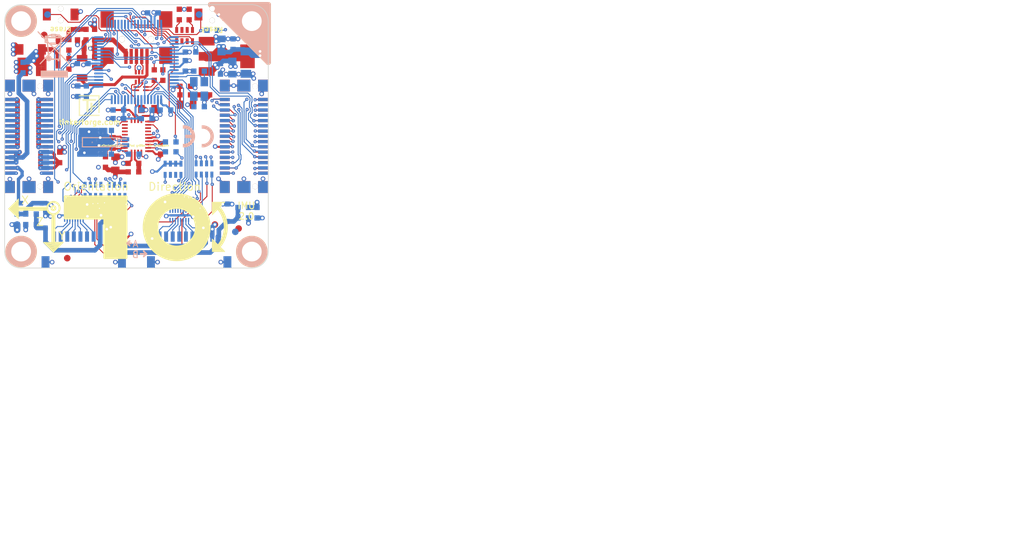
<source format=kicad_pcb>
(kicad_pcb (version 4) (host pcbnew 4.0.2+dfsg1-stable)
  (title_block (title "IMU Brick") (rev 2.0) (company "Tinkerforge GmbH") (comment 1 "Licensed under CERN OHL v.1.1") (comment 2 "Copyright (©) 2015, B.Nordmeyer <bastian@tinkerforge.com>"))
  (layers (0 Vorderseite signal) (1 GND signal) (2 VCC signal hide) (31 Rückseite signal hide) (34 B.Paste user hide) (35 F.Paste user) (36 B.SilkS user hide) (37 F.SilkS user hide) (38 B.Mask user) (39 F.Mask user) (44 Edge.Cuts user))
  (net 0 "")
  (net 1 3V3)
  (net 2 BNO-ADR-SELECT)
  (net 3 BNO-BOOT)
  (net 4 BNO-INT)
  (net 5 BNO-PIN7)
  (net 6 BNO-PIN8)
  (net 7 BNO-nRESET)
  (net 8 BRICKLET-I2C-SCL)
  (net 9 BRICKLET-I2C-SDA)
  (net 10 BRICKLET-IO0_0/AD0)
  (net 11 BRICKLET-IO0_1/DA0)
  (net 12 BRICKLET-IO0_2/PWM0)
  (net 13 BRICKLET-IO0_3)
  (net 14 BRICKLET-IO1_0/AD1)
  (net 15 BRICKLET-IO1_1/DA1)
  (net 16 BRICKLET-IO1_2/PWM1)
  (net 17 BRICKLET-IO1_3)
  (net 18 GND)
  (net 19 GNDA)
  (net 20 LED-DEG-1)
  (net 21 LED-DEG-2)
  (net 22 LED-DEG-3)
  (net 23 LED-DEG-4)
  (net 24 LED-XYZ-XA)
  (net 25 LED-XYZ-XB)
  (net 26 LED-XYZ-YA)
  (net 27 LED-XYZ-YB)
  (net 28 LED-XYZ-ZA)
  (net 29 LED-XYZ-ZB)
  (net 30 STACK-DETECT/JTAG-TMS)
  (net 31 STACK-I2C-SCL/JTAG-TDO)
  (net 32 STACK-I2C-SDA/JTAG-TDI)
  (net 33 STACK-INT0)
  (net 34 STACK-INT1)
  (net 35 STACK-INT2)
  (net 36 STACK-RESET)
  (net 37 STACK-SER-RXD)
  (net 38 STACK-SER-TXD)
  (net 39 STACK-SPI-MISO)
  (net 40 STACK-SPI-MOSI)
  (net 41 STACK-SPI-SCLK)
  (net 42 STACK-SPI-SELECT)
  (net 43 STACK-SYNC/JTAG-TCK)
  (net 44 USB-DETECT)
  (net 45 VSTACK)
  (net 46 VUSB)
  (net 47 XIN)
  (net 48 XOUT)
  (net 49 "Net-(C3-Pad1)")
  (net 50 "Net-(C5-Pad1)")
  (net 51 "Net-(C6-Pad1)")
  (net 52 "Net-(C7-Pad1)")
  (net 53 "Net-(C8-Pad1)")
  (net 54 "Net-(C10-Pad1)")
  (net 55 "Net-(C21-Pad1)")
  (net 56 "Net-(C28-Pad1)")
  (net 57 "Net-(C29-Pad1)")
  (net 58 "Net-(C403-Pad1)")
  (net 59 "Net-(C404-Pad1)")
  (net 60 "Net-(D1-Pad2)")
  (net 61 "Net-(D2-Pad2)")
  (net 62 "Net-(D3-Pad2)")
  (net 63 "Net-(D4-Pad2)")
  (net 64 "Net-(D5-Pad2)")
  (net 65 "Net-(D6-Pad2)")
  (net 66 "Net-(D7-Pad2)")
  (net 67 "Net-(D8-Pad2)")
  (net 68 "Net-(D9-Pad2)")
  (net 69 "Net-(D10-Pad2)")
  (net 70 "Net-(D11-Pad2)")
  (net 71 "Net-(D12-Pad2)")
  (net 72 "Net-(D13-Pad2)")
  (net 73 "Net-(F1-Pad1)")
  (net 74 "Net-(FB2-Pad2)")
  (net 75 "Net-(FB3-Pad1)")
  (net 76 "Net-(FB4-Pad2)")
  (net 77 "Net-(J1-Pad3)")
  (net 78 "Net-(J1-Pad2)")
  (net 79 "Net-(J6-Pad29)")
  (net 80 "Net-(J6-Pad27)")
  (net 81 "Net-(J6-Pad25)")
  (net 82 "Net-(J6-Pad17)")
  (net 83 "Net-(J6-Pad15)")
  (net 84 "Net-(J6-Pad13)")
  (net 85 "Net-(J6-Pad7)")
  (net 86 "Net-(J6-Pad6)")
  (net 87 "Net-(J6-Pad8)")
  (net 88 "Net-(J6-Pad10)")
  (net 89 "Net-(J6-Pad12)")
  (net 90 "Net-(J6-Pad14)")
  (net 91 "Net-(J6-Pad16)")
  (net 92 "Net-(J6-Pad18)")
  (net 93 "Net-(J6-Pad22)")
  (net 94 "Net-(J6-Pad24)")
  (net 95 "Net-(J6-Pad30)")
  (net 96 "Net-(J8-Pad29)")
  (net 97 "Net-(J8-Pad1)")
  (net 98 "Net-(J8-Pad10)")
  (net 99 "Net-(J8-Pad30)")
  (net 100 "Net-(L1-Pad1)")
  (net 101 "Net-(L1-Pad2)")
  (net 102 "Net-(L1-Pad3)")
  (net 103 "Net-(L1-Pad4)")
  (net 104 "Net-(R1-Pad2)")
  (net 105 "Net-(R2-Pad2)")
  (net 106 "Net-(R7-Pad2)")
  (net 107 "Net-(R8-Pad2)")
  (net 108 "Net-(RP1-Pad5)")
  (net 109 "Net-(RP1-Pad8)")
  (net 110 "Net-(SW2-Pad1)")
  (net 111 "Net-(FILTER401-Pad1)")
  (net 112 "Net-(FILTER401-Pad2)")
  (net 113 "Net-(FILTER401-Pad3)")
  (net 114 "Net-(FILTER401-Pad4)")
  (net 115 "Net-(FILTER401-Pad5)")
  (net 116 "Net-(FILTER401-Pad6)")
  (net 117 "Net-(FILTER401-Pad7)")
  (net 118 "Net-(FILTER402-Pad1)")
  (net 119 "Net-(FILTER402-Pad2)")
  (net 120 "Net-(FILTER402-Pad3)")
  (net 121 "Net-(FILTER402-Pad4)")
  (net 122 "Net-(FILTER402-Pad5)")
  (net 123 "Net-(FILTER402-Pad6)")
  (net 124 "Net-(FILTER402-Pad7)")
  (net 125 "Net-(FILTER401-Pad8)")
  (net 126 "Net-(FILTER401-Pad9)")
  (net 127 "Net-(FILTER402-Pad8)")
  (net 128 "Net-(FILTER402-Pad9)")
  (net 129 "Net-(J1-Pad4)")
  (net 130 "Net-(RP1-Pad2)")
  (net 131 "Net-(RP1-Pad3)")
  (net 132 "Net-(RP1-Pad6)")
  (net 133 "Net-(RP1-Pad7)")
  (net 134 "Net-(RP2-Pad4)")
  (net 135 "Net-(RP2-Pad5)")
  (net 136 "Net-(RP3-Pad4)")
  (net 137 "Net-(RP3-Pad5)")
  (net 138 "Net-(RP5-Pad6)")
  (net 139 "Net-(RP5-Pad7)")
  (net 140 "Net-(U1-Pad40)")
  (net 141 "Net-(U1-Pad50)")
  (net 142 "Net-(U3-Pad1)")
  (net 143 "Net-(U3-Pad12)")
  (net 144 "Net-(U3-Pad13)")
  (net 145 "Net-(U3-Pad21)")
  (net 146 "Net-(U3-Pad22)")
  (net 147 "Net-(U3-Pad23)")
  (net 148 "Net-(U3-Pad24)")
  (module logo:Logo_31x31 (layer Vorderseite) (at 140.05 98.55)
    (fp_text reference G*** hide)
    (fp_text value Logo_31x31 hide)
  )
  (module tinkerforge:CE_5mm (layer Rückseite) (at 158.15 104.8 180)
    (fp_text reference VAL hide)
    (fp_text value CE_5mm hide)
  )
  (module tinkerforge:WEEE_7mm (layer Rückseite) (at 136.3 92.35)
    (fp_text reference VAL hide)
    (fp_text value WEEE_7mm hide)
  )
  (module tinkerforge:Fiducial_Mark (layer Rückseite) (at 163.8 119.3)
    (fp_text reference Fiducial_Mark hide)
    (fp_text value VAL** hide)
    (pad 1 smd circle (at 0 0) (size 1.00076 1.00076) (layers Rückseite B.Mask) (clearance 0.65024))
  )
  (module tinkerforge:Fiducial_Mark (layer Rückseite) (at 135.3 86.3)
    (fp_text reference Fiducial_Mark hide)
    (fp_text value VAL** hide)
    (pad 1 smd circle (at 0 0) (size 1.00076 1.00076) (layers Rückseite B.Mask) (clearance 0.65024))
  )
  (module tinkerforge:Fiducial_Mark (layer Rückseite) (at 158.3 86.3)
    (fp_text reference Fiducial_Mark hide)
    (fp_text value VAL** hide)
    (pad 1 smd circle (at 0 0) (size 1.00076 1.00076) (layers Rückseite B.Mask) (clearance 0.65024))
  )
  (module tinkerforge:Fiducial_Mark (layer Vorderseite) (at 138.3 123.3)
    (fp_text reference Fiducial_Mark hide)
    (fp_text value VAL** hide)
    (pad 1 smd circle (at 0 0) (size 1.00076 1.00076) (layers Vorderseite F.Mask) (clearance 0.65024))
  )
  (module tinkerforge:Fiducial_Mark (layer Vorderseite) (at 134.8 89.4)
    (fp_text reference Fiducial_Mark hide)
    (fp_text value VAL** hide)
    (pad 1 smd circle (at 0 0) (size 1.00076 1.00076) (layers Vorderseite F.Mask) (clearance 0.65024))
  )
  (module tinkerforge:Fiducial_Mark (layer Vorderseite) (at 164.3 118.8)
    (fp_text reference Fiducial_Mark hide)
    (fp_text value VAL** hide)
    (pad 1 smd circle (at 0 0) (size 1.00076 1.00076) (layers Vorderseite F.Mask) (clearance 0.65024))
  )
  (module kicad-libraries:D0603 (layer Vorderseite) (at 156.799 86.299 270)
    (fp_text reference D1)
    (fp_text value blue)
    (pad 1 smd rect (at -0.8001 0 270) (size 0.8001 0.8001) (layers Vorderseite F.Paste F.Mask) (net 1 3V3))
    (pad 2 smd rect (at 0.8001 0 270) (size 0.8001 0.8001) (layers Vorderseite F.Paste F.Mask) (net 60 "Net-(D1-Pad2)"))
  )
  (module kicad-libraries:D0603 (layer Vorderseite) (at 155.301 86.299 270)
    (fp_text reference D2)
    (fp_text value red)
    (pad 1 smd rect (at -0.8001 0 270) (size 0.8001 0.8001) (layers Vorderseite F.Paste F.Mask) (net 1 3V3))
    (pad 2 smd rect (at 0.8001 0 270) (size 0.8001 0.8001) (layers Vorderseite F.Paste F.Mask) (net 61 "Net-(D2-Pad2)"))
  )
  (module kicad-libraries:D0603 (layer Vorderseite) (at 154.899 114.8)
    (fp_text reference D9)
    (fp_text value green)
    (pad 1 smd rect (at -0.8001 0) (size 0.8001 0.8001) (layers Vorderseite F.Paste F.Mask) (net 1 3V3))
    (pad 2 smd rect (at 0.8001 0) (size 0.8001 0.8001) (layers Vorderseite F.Paste F.Mask) (net 68 "Net-(D9-Pad2)"))
  )
  (module kicad-libraries:D0603 (layer Vorderseite) (at 154.899 122.4)
    (fp_text reference D10)
    (fp_text value green)
    (pad 1 smd rect (at -0.8001 0) (size 0.8001 0.8001) (layers Vorderseite F.Paste F.Mask) (net 1 3V3))
    (pad 2 smd rect (at 0.8001 0) (size 0.8001 0.8001) (layers Vorderseite F.Paste F.Mask) (net 69 "Net-(D10-Pad2)"))
  )
  (module kicad-libraries:D0603 (layer Vorderseite) (at 151.1 118.6 90)
    (fp_text reference D11)
    (fp_text value green)
    (pad 1 smd rect (at -0.8001 0 90) (size 0.8001 0.8001) (layers Vorderseite F.Paste F.Mask) (net 1 3V3))
    (pad 2 smd rect (at 0.8001 0 90) (size 0.8001 0.8001) (layers Vorderseite F.Paste F.Mask) (net 70 "Net-(D11-Pad2)"))
  )
  (module kicad-libraries:D0603 (layer Vorderseite) (at 158.699 118.6 90)
    (fp_text reference D12)
    (fp_text value green)
    (pad 1 smd rect (at -0.8001 0 90) (size 0.8001 0.8001) (layers Vorderseite F.Paste F.Mask) (net 1 3V3))
    (pad 2 smd rect (at 0.8001 0 90) (size 0.8001 0.8001) (layers Vorderseite F.Paste F.Mask) (net 71 "Net-(D12-Pad2)"))
  )
  (module kicad-libraries:D0603 (layer Vorderseite) (at 139.603 116.401 180)
    (fp_text reference D4)
    (fp_text value red)
    (pad 1 smd rect (at -0.8001 0 180) (size 0.8001 0.8001) (layers Vorderseite F.Paste F.Mask) (net 1 3V3))
    (pad 2 smd rect (at 0.8001 0 180) (size 0.8001 0.8001) (layers Vorderseite F.Paste F.Mask) (net 63 "Net-(D4-Pad2)"))
  )
  (module kicad-libraries:D0603 (layer Vorderseite) (at 144.803 121.6 270)
    (fp_text reference D6)
    (fp_text value red)
    (pad 1 smd rect (at -0.8001 0 270) (size 0.8001 0.8001) (layers Vorderseite F.Paste F.Mask) (net 1 3V3))
    (pad 2 smd rect (at 0.8001 0 270) (size 0.8001 0.8001) (layers Vorderseite F.Paste F.Mask) (net 65 "Net-(D6-Pad2)"))
  )
  (module kicad-libraries:D0603 (layer Vorderseite) (at 145.603 116.401)
    (fp_text reference D8)
    (fp_text value red)
    (pad 1 smd rect (at -0.8001 0) (size 0.8001 0.8001) (layers Vorderseite F.Paste F.Mask) (net 1 3V3))
    (pad 2 smd rect (at 0.8001 0) (size 0.8001 0.8001) (layers Vorderseite F.Paste F.Mask) (net 67 "Net-(D8-Pad2)"))
  )
  (module kicad-libraries:D0603 (layer Vorderseite) (at 139.606 114.902 180)
    (fp_text reference D3)
    (fp_text value blue)
    (pad 1 smd rect (at -0.8001 0 180) (size 0.8001 0.8001) (layers Vorderseite F.Paste F.Mask) (net 1 3V3))
    (pad 2 smd rect (at 0.8001 0 180) (size 0.8001 0.8001) (layers Vorderseite F.Paste F.Mask) (net 62 "Net-(D3-Pad2)"))
  )
  (module kicad-libraries:D0603 (layer Vorderseite) (at 145.606 114.902)
    (fp_text reference D7)
    (fp_text value blue)
    (pad 1 smd rect (at -0.8001 0) (size 0.8001 0.8001) (layers Vorderseite F.Paste F.Mask) (net 1 3V3))
    (pad 2 smd rect (at 0.8001 0) (size 0.8001 0.8001) (layers Vorderseite F.Paste F.Mask) (net 66 "Net-(D7-Pad2)"))
  )
  (module kicad-libraries:D0603 (layer Vorderseite) (at 146.403 121.6 270)
    (fp_text reference D5)
    (fp_text value blue)
    (pad 1 smd rect (at -0.8001 0 270) (size 0.8001 0.8001) (layers Vorderseite F.Paste F.Mask) (net 1 3V3))
    (pad 2 smd rect (at 0.8001 0 270) (size 0.8001 0.8001) (layers Vorderseite F.Paste F.Mask) (net 64 "Net-(D5-Pad2)"))
  )
  (module kicad-libraries:AB26TRQ (layer Rückseite) (at 141.6 105.7 270)
    (fp_text reference X2 (at 0 -0.5 270) (layer B.SilkS) (effects (font (size 0.127 0.127) (thickness 0.03175)) (justify mirror)))
    (fp_text value 32.768kHz)
    (pad 3 smd rect (at 0 0 270) (size 1.5 2.4) (layers Rückseite B.Paste B.Mask) (net 18 GND))
    (pad 1 smd rect (at -0.45 -5.55 270) (size 0.6 1.1) (layers Rückseite B.Paste B.Mask) (net 51 "Net-(C6-Pad1)"))
    (pad 2 smd rect (at 0.45 -5.55 270) (size 0.6 1.1) (layers Rückseite B.Paste B.Mask) (net 50 "Net-(C5-Pad1)"))
  )
  (module kicad-libraries:SOD-323 (layer Rückseite) (at 135 117.4 270)
    (fp_text reference D402)
    (fp_text value ESD3V3D3B-TP)
    (pad 1 smd rect (at -1.3208 0 270) (size 0.762 0.6858) (layers Rückseite B.Paste B.Mask) (net 18 GND))
    (pad 2 smd rect (at 1.3208 0 270) (size 0.762 0.6858) (layers Rückseite B.Paste B.Mask) (net 59 "Net-(C404-Pad1)"))
  )
  (module kicad-libraries:SOD-323 (layer Rückseite) (at 162.6 116.4 270)
    (fp_text reference D401)
    (fp_text value ESD5V0D3B-TP)
    (pad 1 smd rect (at -1.3208 0 270) (size 0.762 0.6858) (layers Rückseite B.Paste B.Mask) (net 18 GND))
    (pad 2 smd rect (at 1.3208 0 270) (size 0.762 0.6858) (layers Rückseite B.Paste B.Mask) (net 58 "Net-(C403-Pad1)"))
  )
  (module kicad-libraries:DRILL_NP (layer Vorderseite) (at 166.299 87.2998)
    (fp_text reference J2 hide)
    (fp_text value DRILL hide)
    (pad "" np_thru_hole circle (at 0 0) (size 2.99974 2.99974) (drill 2.99974) (layers *.Cu *.Mask F.SilkS) (clearance 0.89916))
  )
  (module kicad-libraries:DRILL_NP (layer Vorderseite) (at 166.299 122.301 90)
    (fp_text reference J3 hide)
    (fp_text value DRILL hide)
    (pad "" np_thru_hole circle (at 0 0 90) (size 2.99974 2.99974) (drill 2.99974) (layers *.Cu *.Mask F.SilkS) (clearance 0.89916))
  )
  (module kicad-libraries:DRILL_NP (layer Vorderseite) (at 131.3 122.3)
    (fp_text reference J4 hide)
    (fp_text value DRILL hide)
    (pad "" np_thru_hole circle (at 0 0) (size 2.99974 2.99974) (drill 2.99974) (layers *.Cu *.Mask F.SilkS) (clearance 0.89916))
  )
  (module kicad-libraries:DRILL_NP (layer Vorderseite) (at 131.3 87.3)
    (fp_text reference J5 hide)
    (fp_text value DRILL hide)
    (pad "" np_thru_hole circle (at 0 0) (size 2.99974 2.99974) (drill 2.99974) (layers *.Cu *.Mask F.SilkS) (clearance 0.89916))
  )
  (module kicad-libraries:0603X4 (layer Vorderseite) (at 156.1 89.5)
    (fp_text reference RP1)
    (fp_text value 1k)
    (pad 1 smd rect (at 1.19888 -0.8509) (size 0.44958 0.89916) (layers Vorderseite F.Paste F.Mask) (net 60 "Net-(D1-Pad2)"))
    (pad 2 smd rect (at 0.39878 -0.8509) (size 0.44958 0.89916) (layers Vorderseite F.Paste F.Mask) (net 130 "Net-(RP1-Pad2)"))
    (pad 3 smd rect (at -0.39878 -0.8509) (size 0.44958 0.89916) (layers Vorderseite F.Paste F.Mask) (net 131 "Net-(RP1-Pad3)"))
    (pad 4 smd rect (at -1.19888 -0.8509) (size 0.44958 0.89916) (layers Vorderseite F.Paste F.Mask) (net 61 "Net-(D2-Pad2)"))
    (pad 5 smd rect (at -1.19888 0.8509) (size 0.44958 0.89916) (layers Vorderseite F.Paste F.Mask) (net 108 "Net-(RP1-Pad5)"))
    (pad 6 smd rect (at -0.39878 0.8509) (size 0.44958 0.89916) (layers Vorderseite F.Paste F.Mask) (net 132 "Net-(RP1-Pad6)"))
    (pad 7 smd rect (at 0.39878 0.8509) (size 0.44958 0.89916) (layers Vorderseite F.Paste F.Mask) (net 133 "Net-(RP1-Pad7)"))
    (pad 8 smd rect (at 1.19888 0.8509) (size 0.44958 0.89916) (layers Vorderseite F.Paste F.Mask) (net 109 "Net-(RP1-Pad8)"))
  )
  (module kicad-libraries:0603X4 (layer Rückseite) (at 142.2 113 180)
    (fp_text reference RP2)
    (fp_text value 1k)
    (pad 1 smd rect (at 1.19888 0.8509 180) (size 0.44958 0.89916) (layers Rückseite B.Paste B.Mask) (net 24 LED-XYZ-XA))
    (pad 2 smd rect (at 0.39878 0.8509 180) (size 0.44958 0.89916) (layers Rückseite B.Paste B.Mask) (net 25 LED-XYZ-XB))
    (pad 3 smd rect (at -0.39878 0.8509 180) (size 0.44958 0.89916) (layers Rückseite B.Paste B.Mask) (net 26 LED-XYZ-YA))
    (pad 4 smd rect (at -1.19888 0.8509 180) (size 0.44958 0.89916) (layers Rückseite B.Paste B.Mask) (net 134 "Net-(RP2-Pad4)"))
    (pad 5 smd rect (at -1.19888 -0.8509 180) (size 0.44958 0.89916) (layers Rückseite B.Paste B.Mask) (net 135 "Net-(RP2-Pad5)"))
    (pad 6 smd rect (at -0.39878 -0.8509 180) (size 0.44958 0.89916) (layers Rückseite B.Paste B.Mask) (net 64 "Net-(D5-Pad2)"))
    (pad 7 smd rect (at 0.39878 -0.8509 180) (size 0.44958 0.89916) (layers Rückseite B.Paste B.Mask) (net 63 "Net-(D4-Pad2)"))
    (pad 8 smd rect (at 1.19888 -0.8509 180) (size 0.44958 0.89916) (layers Rückseite B.Paste B.Mask) (net 62 "Net-(D3-Pad2)"))
  )
  (module kicad-libraries:0603X4 (layer Rückseite) (at 145.85 113 180)
    (fp_text reference RP3)
    (fp_text value 1k)
    (pad 1 smd rect (at 1.19888 0.8509 180) (size 0.44958 0.89916) (layers Rückseite B.Paste B.Mask) (net 27 LED-XYZ-YB))
    (pad 2 smd rect (at 0.39878 0.8509 180) (size 0.44958 0.89916) (layers Rückseite B.Paste B.Mask) (net 28 LED-XYZ-ZA))
    (pad 3 smd rect (at -0.39878 0.8509 180) (size 0.44958 0.89916) (layers Rückseite B.Paste B.Mask) (net 29 LED-XYZ-ZB))
    (pad 4 smd rect (at -1.19888 0.8509 180) (size 0.44958 0.89916) (layers Rückseite B.Paste B.Mask) (net 136 "Net-(RP3-Pad4)"))
    (pad 5 smd rect (at -1.19888 -0.8509 180) (size 0.44958 0.89916) (layers Rückseite B.Paste B.Mask) (net 137 "Net-(RP3-Pad5)"))
    (pad 6 smd rect (at -0.39878 -0.8509 180) (size 0.44958 0.89916) (layers Rückseite B.Paste B.Mask) (net 67 "Net-(D8-Pad2)"))
    (pad 7 smd rect (at 0.39878 -0.8509 180) (size 0.44958 0.89916) (layers Rückseite B.Paste B.Mask) (net 66 "Net-(D7-Pad2)"))
    (pad 8 smd rect (at 1.19888 -0.8509 180) (size 0.44958 0.89916) (layers Rückseite B.Paste B.Mask) (net 65 "Net-(D6-Pad2)"))
  )
  (module kicad-libraries:0603X4 (layer Rückseite) (at 159.0418 109.7556 180)
    (fp_text reference RP4)
    (fp_text value 1k)
    (pad 1 smd rect (at 1.19888 0.8509 180) (size 0.44958 0.89916) (layers Rückseite B.Paste B.Mask) (net 20 LED-DEG-1))
    (pad 2 smd rect (at 0.39878 0.8509 180) (size 0.44958 0.89916) (layers Rückseite B.Paste B.Mask) (net 23 LED-DEG-4))
    (pad 3 smd rect (at -0.39878 0.8509 180) (size 0.44958 0.89916) (layers Rückseite B.Paste B.Mask) (net 21 LED-DEG-2))
    (pad 4 smd rect (at -1.19888 0.8509 180) (size 0.44958 0.89916) (layers Rückseite B.Paste B.Mask) (net 22 LED-DEG-3))
    (pad 5 smd rect (at -1.19888 -0.8509 180) (size 0.44958 0.89916) (layers Rückseite B.Paste B.Mask) (net 71 "Net-(D12-Pad2)"))
    (pad 6 smd rect (at -0.39878 -0.8509 180) (size 0.44958 0.89916) (layers Rückseite B.Paste B.Mask) (net 70 "Net-(D11-Pad2)"))
    (pad 7 smd rect (at 0.39878 -0.8509 180) (size 0.44958 0.89916) (layers Rückseite B.Paste B.Mask) (net 69 "Net-(D10-Pad2)"))
    (pad 8 smd rect (at 1.19888 -0.8509 180) (size 0.44958 0.89916) (layers Rückseite B.Paste B.Mask) (net 68 "Net-(D9-Pad2)"))
  )
  (module kicad-libraries:0603X4 (layer Rückseite) (at 154.35 109.8 180)
    (fp_text reference RP5)
    (fp_text value 1k)
    (pad 1 smd rect (at 1.19888 0.8509 180) (size 0.44958 0.89916) (layers Rückseite B.Paste B.Mask) (net 1 3V3))
    (pad 2 smd rect (at 0.39878 0.8509 180) (size 0.44958 0.89916) (layers Rückseite B.Paste B.Mask) (net 1 3V3))
    (pad 3 smd rect (at -0.39878 0.8509 180) (size 0.44958 0.89916) (layers Rückseite B.Paste B.Mask) (net 1 3V3))
    (pad 4 smd rect (at -1.19888 0.8509 180) (size 0.44958 0.89916) (layers Rückseite B.Paste B.Mask) (net 1 3V3))
    (pad 5 smd rect (at -1.19888 -0.8509 180) (size 0.44958 0.89916) (layers Rückseite B.Paste B.Mask) (net 8 BRICKLET-I2C-SCL))
    (pad 6 smd rect (at -0.39878 -0.8509 180) (size 0.44958 0.89916) (layers Rückseite B.Paste B.Mask) (net 138 "Net-(RP5-Pad6)"))
    (pad 7 smd rect (at 0.39878 -0.8509 180) (size 0.44958 0.89916) (layers Rückseite B.Paste B.Mask) (net 139 "Net-(RP5-Pad7)"))
    (pad 8 smd rect (at 1.19888 -0.8509 180) (size 0.44958 0.89916) (layers Rückseite B.Paste B.Mask) (net 9 BRICKLET-I2C-SDA))
  )
  (module kicad-libraries:SOT-223 (layer Vorderseite) (at 162.55 92.65 270)
    (fp_text reference U4)
    (fp_text value LD1117)
    (pad 1 smd rect (at -2.30124 3.0988 270) (size 1.30048 2.4003) (layers Vorderseite F.Paste F.Mask) (net 18 GND))
    (pad 2 smd rect (at 0 3.0988 270) (size 1.30048 2.4003) (layers Vorderseite F.Paste F.Mask) (net 1 3V3))
    (pad 3 smd rect (at 2.30124 3.0988 270) (size 1.30048 2.4003) (layers Vorderseite F.Paste F.Mask) (net 45 VSTACK))
    (pad 2 smd rect (at 0 -3.0988 270) (size 3.59918 2.19964) (layers Vorderseite F.Paste F.Mask) (net 1 3V3))
  )
  (module kicad-libraries:MiniMelf (layer Vorderseite) (at 132.75 91.6 180)
    (fp_text reference D15)
    (fp_text value Z5V)
    (pad 2 smd rect (at -1.69926 0 180) (size 1.19888 1.6002) (layers Vorderseite F.Paste F.Mask) (net 45 VSTACK))
    (pad 1 smd rect (at 1.69926 0 180) (size 1.19888 1.6002) (layers Vorderseite F.Paste F.Mask) (net 18 GND))
  )
  (module kicad-libraries:SOT563-SPEC (layer Vorderseite) (at 149.2 95.8 180)
    (fp_text reference U2)
    (fp_text value 82400152)
    (pad 1 smd rect (at -0.49784 0.75) (size 0.29972 0.7) (layers Vorderseite F.Paste F.Mask) (net 78 "Net-(J1-Pad2)") (clearance 0.14986))
    (pad 2 smd rect (at 0 0.75) (size 0.29972 0.7) (layers Vorderseite F.Paste F.Mask) (net 19 GNDA) (clearance 0.14986))
    (pad 3 smd rect (at 0.49784 0.75) (size 0.29972 0.7) (layers Vorderseite F.Paste F.Mask) (net 77 "Net-(J1-Pad3)") (clearance 0.14986))
    (pad 4 smd rect (at 0.49784 -0.75 180) (size 0.29972 0.7) (layers Vorderseite F.Paste F.Mask) (net 101 "Net-(L1-Pad2)") (clearance 0.14986))
    (pad 5 smd rect (at 0 -0.75 180) (size 0.29972 0.7) (layers Vorderseite F.Paste F.Mask) (net 73 "Net-(F1-Pad1)") (clearance 0.14986))
    (pad 6 smd rect (at -0.49784 -0.75 180) (size 0.29972 0.7) (layers Vorderseite F.Paste F.Mask) (net 102 "Net-(L1-Pad3)") (clearance 0.14986))
  )
  (module kicad-libraries:WE-CNSW-0603 (layer Vorderseite) (at 149.5 97.55 180)
    (fp_text reference L1)
    (fp_text value 744230900)
    (pad 1 smd rect (at -0.725 -0.25 180) (size 0.85 0.25) (layers Vorderseite F.Paste F.Mask) (net 100 "Net-(L1-Pad1)"))
    (pad 2 smd rect (at 0.725 -0.25 180) (size 0.85 0.25) (layers Vorderseite F.Paste F.Mask) (net 101 "Net-(L1-Pad2)"))
    (pad 3 smd rect (at 0.725 0.25 180) (size 0.85 0.25) (layers Vorderseite F.Paste F.Mask) (net 102 "Net-(L1-Pad3)"))
    (pad 4 smd rect (at -0.725 0.25 180) (size 0.85 0.25) (layers Vorderseite F.Paste F.Mask) (net 103 "Net-(L1-Pad4)"))
  )
  (module kicad-libraries:0603 (layer Vorderseite) (at 141.65 91.45)
    (fp_text reference C3 (at 0.05 0.225) (layer F.SilkS) (effects (font (size 0.2 0.2) (thickness 0.05))))
    (fp_text value 1µF (at 0.05 -0.375) (layer F.SilkS) (effects (font (size 0.2 0.2) (thickness 0.05))))
    (pad 1 smd rect (at -0.8001 0) (size 0.8001 0.8001) (layers Vorderseite F.Paste F.Mask) (net 49 "Net-(C3-Pad1)"))
    (pad 2 smd rect (at 0.8001 0) (size 0.8001 0.8001) (layers Vorderseite F.Paste F.Mask) (net 19 GNDA))
  )
  (module kicad-libraries:3528-21 (layer Vorderseite) (at 132.95 94.25 180)
    (fp_text reference C12)
    (fp_text value 100µF)
    (pad 1 smd rect (at -1.40048 0 180) (size 1.59954 2.79908) (layers Vorderseite F.Paste F.Mask) (net 45 VSTACK) (clearance 0.14986))
    (pad 2 smd rect (at 1.40048 0 180) (size 1.59954 2.79908) (layers Vorderseite F.Paste F.Mask) (net 18 GND) (clearance 0.14986))
  )
  (module kicad-libraries:MiniMelf (layer Rückseite) (at 165.4 93.6 270)
    (fp_text reference D16)
    (fp_text value Z3.3V)
    (pad 2 smd rect (at -1.69926 0 270) (size 1.19888 1.6002) (layers Rückseite B.Paste B.Mask) (net 1 3V3))
    (pad 1 smd rect (at 1.69926 0 270) (size 1.19888 1.6002) (layers Rückseite B.Paste B.Mask) (net 18 GND))
  )
  (module kicad-libraries:SOD-123 (layer Rückseite) (at 132.85 114.95 180)
    (fp_text reference D13)
    (fp_text value B0520LW-7-F)
    (pad 1 smd rect (at -1.84912 0 180) (size 1.19888 0.70104) (layers Rückseite B.Paste B.Mask) (net 1 3V3) (clearance 0.14986))
    (pad 2 smd rect (at 1.84912 0 180) (size 1.19888 0.70104) (layers Rückseite B.Paste B.Mask) (net 72 "Net-(D13-Pad2)") (clearance 0.14986))
  )
  (module kicad-libraries:SOD-123 (layer Vorderseite) (at 136.9 92.05 270)
    (fp_text reference D14)
    (fp_text value B0520LW-7-F)
    (pad 1 smd rect (at -1.84912 0 270) (size 1.19888 0.70104) (layers Vorderseite F.Paste F.Mask) (net 46 VUSB) (clearance 0.14986))
    (pad 2 smd rect (at 1.84912 0 270) (size 1.19888 0.70104) (layers Vorderseite F.Paste F.Mask) (net 45 VSTACK) (clearance 0.14986))
  )
  (module kicad-libraries:CON-SENSOR (layer Rückseite) (at 140.8 124.8 180)
    (fp_text reference P1)
    (fp_text value CON-SENSOR)
    (pad 1 smd rect (at -4.50088 4.7752 180) (size 0.59944 1.5494) (layers Rückseite B.Paste B.Mask) (net 58 "Net-(C403-Pad1)"))
    (pad 2 smd rect (at -3.50012 4.7752 180) (size 0.59944 1.5494) (layers Rückseite B.Paste B.Mask) (net 18 GND))
    (pad 3 smd rect (at -2.49936 4.7752 180) (size 0.59944 1.5494) (layers Rückseite B.Paste B.Mask) (net 59 "Net-(C404-Pad1)"))
    (pad 4 smd rect (at -1.50114 4.7752 180) (size 0.59944 1.5494) (layers Rückseite B.Paste B.Mask) (net 111 "Net-(FILTER401-Pad1)"))
    (pad 5 smd rect (at -0.50038 4.7752 180) (size 0.59944 1.5494) (layers Rückseite B.Paste B.Mask) (net 112 "Net-(FILTER401-Pad2)"))
    (pad 6 smd rect (at 0.50038 4.7752 180) (size 0.59944 1.5494) (layers Rückseite B.Paste B.Mask) (net 113 "Net-(FILTER401-Pad3)"))
    (pad 7 smd rect (at 1.50114 4.7752 180) (size 0.59944 1.5494) (layers Rückseite B.Paste B.Mask) (net 114 "Net-(FILTER401-Pad4)"))
    (pad 8 smd rect (at 2.49936 4.7752 180) (size 0.59944 1.5494) (layers Rückseite B.Paste B.Mask) (net 115 "Net-(FILTER401-Pad5)"))
    (pad 9 smd rect (at 3.50012 4.7752 180) (size 0.59944 1.5494) (layers Rückseite B.Paste B.Mask) (net 116 "Net-(FILTER401-Pad6)"))
    (pad 10 smd rect (at 4.50088 4.7752 180) (size 0.59944 1.5494) (layers Rückseite B.Paste B.Mask) (net 117 "Net-(FILTER401-Pad7)"))
    (pad EP smd rect (at -5.79882 0.89916 180) (size 1.19888 1.80086) (layers Rückseite B.Paste B.Mask) (net 18 GND))
    (pad EP smd rect (at 5.79882 0.89916 180) (size 1.19888 1.80086) (layers Rückseite B.Paste B.Mask) (net 18 GND))
  )
  (module kicad-libraries:CON-SENSOR (layer Rückseite) (at 156.799 124.8 180)
    (fp_text reference P2)
    (fp_text value CON-SENSOR)
    (pad 1 smd rect (at -4.50088 4.7752 180) (size 0.59944 1.5494) (layers Rückseite B.Paste B.Mask) (net 58 "Net-(C403-Pad1)"))
    (pad 2 smd rect (at -3.50012 4.7752 180) (size 0.59944 1.5494) (layers Rückseite B.Paste B.Mask) (net 18 GND))
    (pad 3 smd rect (at -2.49936 4.7752 180) (size 0.59944 1.5494) (layers Rückseite B.Paste B.Mask) (net 59 "Net-(C404-Pad1)"))
    (pad 4 smd rect (at -1.50114 4.7752 180) (size 0.59944 1.5494) (layers Rückseite B.Paste B.Mask) (net 118 "Net-(FILTER402-Pad1)"))
    (pad 5 smd rect (at -0.50038 4.7752 180) (size 0.59944 1.5494) (layers Rückseite B.Paste B.Mask) (net 119 "Net-(FILTER402-Pad2)"))
    (pad 6 smd rect (at 0.50038 4.7752 180) (size 0.59944 1.5494) (layers Rückseite B.Paste B.Mask) (net 120 "Net-(FILTER402-Pad3)"))
    (pad 7 smd rect (at 1.50114 4.7752 180) (size 0.59944 1.5494) (layers Rückseite B.Paste B.Mask) (net 121 "Net-(FILTER402-Pad4)"))
    (pad 8 smd rect (at 2.49936 4.7752 180) (size 0.59944 1.5494) (layers Rückseite B.Paste B.Mask) (net 122 "Net-(FILTER402-Pad5)"))
    (pad 9 smd rect (at 3.50012 4.7752 180) (size 0.59944 1.5494) (layers Rückseite B.Paste B.Mask) (net 123 "Net-(FILTER402-Pad6)"))
    (pad 10 smd rect (at 4.50088 4.7752 180) (size 0.59944 1.5494) (layers Rückseite B.Paste B.Mask) (net 124 "Net-(FILTER402-Pad7)"))
    (pad EP smd rect (at -5.79882 0.89916 180) (size 1.19888 1.80086) (layers Rückseite B.Paste B.Mask) (net 18 GND))
    (pad EP smd rect (at 5.79882 0.89916 180) (size 1.19888 1.80086) (layers Rückseite B.Paste B.Mask) (net 18 GND))
  )
  (module kicad-libraries:LQFP64 (layer Rückseite) (at 148.8 93.5 180)
    (fp_text reference U1)
    (fp_text value AT91SAM3SXB)
    (pad 1 smd rect (at -3.74904 -5.72262) (size 0.28956 1.34874) (layers Rückseite B.Paste B.Mask) (net 1 3V3))
    (pad 2 smd rect (at -3.24866 -5.72262) (size 0.28956 1.34874) (layers Rückseite B.Paste B.Mask) (net 18 GND))
    (pad 3 smd rect (at -2.74828 -5.72262) (size 0.28956 1.34874) (layers Rückseite B.Paste B.Mask) (net 14 BRICKLET-IO1_0/AD1))
    (pad 4 smd rect (at -2.2479 -5.72262) (size 0.28956 1.34874) (layers Rückseite B.Paste B.Mask) (net 10 BRICKLET-IO0_0/AD0))
    (pad 5 smd rect (at -1.74752 -5.72262) (size 0.28956 1.34874) (layers Rückseite B.Paste B.Mask) (net 44 USB-DETECT))
    (pad 6 smd rect (at -1.24968 -5.72262) (size 0.28956 1.34874) (layers Rückseite B.Paste B.Mask) (net 33 STACK-INT0))
    (pad 7 smd rect (at -0.7493 -5.72262) (size 0.28956 1.34874) (layers Rückseite B.Paste B.Mask) (net 1 3V3))
    (pad 8 smd rect (at -0.24892 -5.72262) (size 0.28956 1.34874) (layers Rückseite B.Paste B.Mask) (net 55 "Net-(C21-Pad1)"))
    (pad 9 smd rect (at 0.24892 -5.72262) (size 0.28956 1.34874) (layers Rückseite B.Paste B.Mask) (net 17 BRICKLET-IO1_3))
    (pad 10 smd rect (at 0.7493 -5.72262) (size 0.28956 1.34874) (layers Rückseite B.Paste B.Mask) (net 35 STACK-INT2))
    (pad 11 smd rect (at 1.24968 -5.72262) (size 0.28956 1.34874) (layers Rückseite B.Paste B.Mask) (net 37 STACK-SER-RXD))
    (pad 12 smd rect (at 1.74752 -5.72262) (size 0.28956 1.34874) (layers Rückseite B.Paste B.Mask) (net 55 "Net-(C21-Pad1)"))
    (pad 13 smd rect (at 2.2479 -5.72262) (size 0.28956 1.34874) (layers Rückseite B.Paste B.Mask) (net 25 LED-XYZ-XB))
    (pad 14 smd rect (at 2.74828 -5.72262) (size 0.28956 1.34874) (layers Rückseite B.Paste B.Mask) (net 38 STACK-SER-TXD))
    (pad 15 smd rect (at 3.24866 -5.72262) (size 0.28956 1.34874) (layers Rückseite B.Paste B.Mask) (net 24 LED-XYZ-XA))
    (pad 16 smd rect (at 3.74904 -5.72262) (size 0.28956 1.34874) (layers Rückseite B.Paste B.Mask) (net 27 LED-XYZ-YB))
    (pad 17 smd rect (at 5.72262 -3.74904 270) (size 0.28956 1.34874) (layers Rückseite B.Paste B.Mask) (net 18 GND))
    (pad 18 smd rect (at 5.72262 -3.24866 270) (size 0.28956 1.34874) (layers Rückseite B.Paste B.Mask) (net 1 3V3))
    (pad 19 smd rect (at 5.72262 -2.74828 270) (size 0.28956 1.34874) (layers Rückseite B.Paste B.Mask) (net 13 BRICKLET-IO0_3))
    (pad 20 smd rect (at 5.72262 -2.2479 270) (size 0.28956 1.34874) (layers Rückseite B.Paste B.Mask) (net 20 LED-DEG-1))
    (pad 21 smd rect (at 5.72262 -1.74752 270) (size 0.28956 1.34874) (layers Rückseite B.Paste B.Mask) (net 41 STACK-SPI-SCLK))
    (pad 22 smd rect (at 5.72262 -1.24968 270) (size 0.28956 1.34874) (layers Rückseite B.Paste B.Mask) (net 40 STACK-SPI-MOSI))
    (pad 23 smd rect (at 5.72262 -0.7493 270) (size 0.28956 1.34874) (layers Rückseite B.Paste B.Mask) (net 26 LED-XYZ-YA))
    (pad 24 smd rect (at 5.72262 -0.24892 270) (size 0.28956 1.34874) (layers Rückseite B.Paste B.Mask) (net 55 "Net-(C21-Pad1)"))
    (pad 25 smd rect (at 5.72262 0.24892 270) (size 0.28956 1.34874) (layers Rückseite B.Paste B.Mask) (net 28 LED-XYZ-ZA))
    (pad 26 smd rect (at 5.72262 0.7493 270) (size 0.28956 1.34874) (layers Rückseite B.Paste B.Mask) (net 4 BNO-INT))
    (pad 27 smd rect (at 5.72262 1.24968 270) (size 0.28956 1.34874) (layers Rückseite B.Paste B.Mask) (net 39 STACK-SPI-MISO))
    (pad 28 smd rect (at 5.72262 1.74752 270) (size 0.28956 1.34874) (layers Rückseite B.Paste B.Mask) (net 42 STACK-SPI-SELECT))
    (pad 29 smd rect (at 5.72262 2.2479 270) (size 0.28956 1.34874) (layers Rückseite B.Paste B.Mask) (net 108 "Net-(RP1-Pad5)"))
    (pad 30 smd rect (at 5.72262 2.74828 270) (size 0.28956 1.34874) (layers Rückseite B.Paste B.Mask) (net 109 "Net-(RP1-Pad8)"))
    (pad 31 smd rect (at 5.72262 3.24866 270) (size 0.28956 1.34874) (layers Rückseite B.Paste B.Mask) (net 34 STACK-INT1))
    (pad 32 smd rect (at 5.72262 3.74904 270) (size 0.28956 1.34874) (layers Rückseite B.Paste B.Mask) (net 23 LED-DEG-4))
    (pad 33 smd rect (at 3.74904 5.72262 180) (size 0.28956 1.34874) (layers Rückseite B.Paste B.Mask) (net 32 STACK-I2C-SDA/JTAG-TDI))
    (pad 34 smd rect (at 3.24866 5.72262 180) (size 0.28956 1.34874) (layers Rückseite B.Paste B.Mask) (net 2 BNO-ADR-SELECT))
    (pad 35 smd rect (at 2.74828 5.72262 180) (size 0.28956 1.34874) (layers Rückseite B.Paste B.Mask) (net 7 BNO-nRESET))
    (pad 36 smd rect (at 2.2479 5.72262 180) (size 0.28956 1.34874) (layers Rückseite B.Paste B.Mask) (net 8 BRICKLET-I2C-SCL))
    (pad 37 smd rect (at 1.74752 5.72262 180) (size 0.28956 1.34874) (layers Rückseite B.Paste B.Mask) (net 21 LED-DEG-2))
    (pad 38 smd rect (at 1.24968 5.72262 180) (size 0.28956 1.34874) (layers Rückseite B.Paste B.Mask) (net 3 BNO-BOOT))
    (pad 39 smd rect (at 0.7493 5.72262 180) (size 0.28956 1.34874) (layers Rückseite B.Paste B.Mask) (net 36 STACK-RESET))
    (pad 40 smd rect (at 0.24892 5.72262 180) (size 0.28956 1.34874) (layers Rückseite B.Paste B.Mask) (net 140 "Net-(U1-Pad40)"))
    (pad 41 smd rect (at -0.24892 5.72262 180) (size 0.28956 1.34874) (layers Rückseite B.Paste B.Mask) (net 6 BNO-PIN8))
    (pad 42 smd rect (at -0.7493 5.72262 180) (size 0.28956 1.34874) (layers Rückseite B.Paste B.Mask) (net 29 LED-XYZ-ZB))
    (pad 43 smd rect (at -1.24968 5.72262 180) (size 0.28956 1.34874) (layers Rückseite B.Paste B.Mask) (net 9 BRICKLET-I2C-SDA))
    (pad 44 smd rect (at -1.74752 5.72262 180) (size 0.28956 1.34874) (layers Rückseite B.Paste B.Mask) (net 12 BRICKLET-IO0_2/PWM0))
    (pad 45 smd rect (at -2.2479 5.72262 180) (size 0.28956 1.34874) (layers Rückseite B.Paste B.Mask) (net 1 3V3))
    (pad 46 smd rect (at -2.74828 5.72262 180) (size 0.28956 1.34874) (layers Rückseite B.Paste B.Mask) (net 18 GND))
    (pad 47 smd rect (at -3.24866 5.72262 180) (size 0.28956 1.34874) (layers Rückseite B.Paste B.Mask) (net 16 BRICKLET-IO1_2/PWM1))
    (pad 48 smd rect (at -3.74904 5.72262 180) (size 0.28956 1.34874) (layers Rückseite B.Paste B.Mask) (net 22 LED-DEG-3))
    (pad 49 smd rect (at -5.72262 3.74904 90) (size 0.28956 1.34874) (layers Rückseite B.Paste B.Mask) (net 31 STACK-I2C-SCL/JTAG-TDO))
    (pad 50 smd rect (at -5.72262 3.24866 90) (size 0.28956 1.34874) (layers Rückseite B.Paste B.Mask) (net 141 "Net-(U1-Pad50)"))
    (pad 51 smd rect (at -5.72262 2.74828 90) (size 0.28956 1.34874) (layers Rückseite B.Paste B.Mask) (net 30 STACK-DETECT/JTAG-TMS))
    (pad 52 smd rect (at -5.72262 2.2479 90) (size 0.28956 1.34874) (layers Rückseite B.Paste B.Mask) (net 5 BNO-PIN7))
    (pad 53 smd rect (at -5.72262 1.74752 90) (size 0.28956 1.34874) (layers Rückseite B.Paste B.Mask) (net 43 STACK-SYNC/JTAG-TCK))
    (pad 54 smd rect (at -5.72262 1.24968 90) (size 0.28956 1.34874) (layers Rückseite B.Paste B.Mask) (net 55 "Net-(C21-Pad1)"))
    (pad 55 smd rect (at -5.72262 0.7493 90) (size 0.28956 1.34874) (layers Rückseite B.Paste B.Mask) (net 110 "Net-(SW2-Pad1)"))
    (pad 56 smd rect (at -5.72262 0.24892 90) (size 0.28956 1.34874) (layers Rückseite B.Paste B.Mask) (net 104 "Net-(R1-Pad2)"))
    (pad 57 smd rect (at -5.72262 -0.24892 90) (size 0.28956 1.34874) (layers Rückseite B.Paste B.Mask) (net 105 "Net-(R2-Pad2)"))
    (pad 58 smd rect (at -5.72262 -0.7493 90) (size 0.28956 1.34874) (layers Rückseite B.Paste B.Mask) (net 1 3V3))
    (pad 59 smd rect (at -5.72262 -1.24968 90) (size 0.28956 1.34874) (layers Rückseite B.Paste B.Mask) (net 15 BRICKLET-IO1_1/DA1))
    (pad 60 smd rect (at -5.72262 -1.74752 90) (size 0.28956 1.34874) (layers Rückseite B.Paste B.Mask) (net 18 GND))
    (pad 61 smd rect (at -5.72262 -2.2479 90) (size 0.28956 1.34874) (layers Rückseite B.Paste B.Mask) (net 48 XOUT))
    (pad 62 smd rect (at -5.72262 -2.74828 90) (size 0.28956 1.34874) (layers Rückseite B.Paste B.Mask) (net 47 XIN))
    (pad 63 smd rect (at -5.72262 -3.24866 90) (size 0.28956 1.34874) (layers Rückseite B.Paste B.Mask) (net 11 BRICKLET-IO0_1/DA0))
    (pad 64 smd rect (at -5.72262 -3.74904 90) (size 0.28956 1.34874) (layers Rückseite B.Paste B.Mask) (net 57 "Net-(C29-Pad1)"))
  )
  (module kicad-libraries:BTB08-ACS-TOP (layer Vorderseite) (at 165.1 104.8 90)
    (fp_text reference J6)
    (fp_text value STACK-UP-LOW)
    (pad 29 smd rect (at -5.59816 2.89814 270) (size 0.49784 1.4986) (layers Vorderseite F.Paste F.Mask) (net 79 "Net-(J6-Pad29)"))
    (pad 27 smd rect (at -4.79806 2.89814 270) (size 0.49784 1.4986) (layers Vorderseite F.Paste F.Mask) (net 80 "Net-(J6-Pad27)"))
    (pad 25 smd rect (at -3.99796 2.89814 270) (size 0.49784 1.4986) (layers Vorderseite F.Paste F.Mask) (net 81 "Net-(J6-Pad25)"))
    (pad 23 smd rect (at -3.19786 2.89814 270) (size 0.49784 1.4986) (layers Vorderseite F.Paste F.Mask) (net 35 STACK-INT2))
    (pad 21 smd rect (at -2.39776 2.89814 270) (size 0.49784 1.4986) (layers Vorderseite F.Paste F.Mask) (net 34 STACK-INT1))
    (pad 19 smd rect (at -1.59766 2.89814 270) (size 0.49784 1.4986) (layers Vorderseite F.Paste F.Mask) (net 33 STACK-INT0))
    (pad 17 smd rect (at -0.79756 2.89814 270) (size 0.49784 1.4986) (layers Vorderseite F.Paste F.Mask) (net 82 "Net-(J6-Pad17)"))
    (pad 15 smd rect (at 0 2.89814 270) (size 0.49784 1.4986) (layers Vorderseite F.Paste F.Mask) (net 83 "Net-(J6-Pad15)"))
    (pad 13 smd rect (at 0.79756 2.89814 270) (size 0.49784 1.4986) (layers Vorderseite F.Paste F.Mask) (net 84 "Net-(J6-Pad13)"))
    (pad 11 smd rect (at 1.59766 2.89814 270) (size 0.49784 1.4986) (layers Vorderseite F.Paste F.Mask) (net 43 STACK-SYNC/JTAG-TCK))
    (pad 9 smd rect (at 2.39776 2.89814 270) (size 0.49784 1.4986) (layers Vorderseite F.Paste F.Mask) (net 30 STACK-DETECT/JTAG-TMS))
    (pad 7 smd rect (at 3.19786 2.89814 270) (size 0.49784 1.4986) (layers Vorderseite F.Paste F.Mask) (net 85 "Net-(J6-Pad7)"))
    (pad 5 smd rect (at 3.99796 2.89814 270) (size 0.49784 1.4986) (layers Vorderseite F.Paste F.Mask) (net 41 STACK-SPI-SCLK))
    (pad 3 smd rect (at 4.79806 2.89814 270) (size 0.49784 1.4986) (layers Vorderseite F.Paste F.Mask) (net 40 STACK-SPI-MOSI))
    (pad 1 smd rect (at 5.59816 2.89814 270) (size 0.49784 1.4986) (layers Vorderseite F.Paste F.Mask) (net 39 STACK-SPI-MISO))
    (pad 2 smd rect (at 5.59816 -2.89814 90) (size 0.49784 1.4986) (layers Vorderseite F.Paste F.Mask) (net 32 STACK-I2C-SDA/JTAG-TDI))
    (pad 4 smd rect (at 4.79806 -2.89814 90) (size 0.49784 1.4986) (layers Vorderseite F.Paste F.Mask) (net 31 STACK-I2C-SCL/JTAG-TDO))
    (pad 6 smd rect (at 3.99796 -2.89814 90) (size 0.49784 1.4986) (layers Vorderseite F.Paste F.Mask) (net 86 "Net-(J6-Pad6)"))
    (pad 8 smd rect (at 3.19786 -2.89814 90) (size 0.49784 1.4986) (layers Vorderseite F.Paste F.Mask) (net 87 "Net-(J6-Pad8)"))
    (pad 10 smd rect (at 2.39776 -2.89814 90) (size 0.49784 1.4986) (layers Vorderseite F.Paste F.Mask) (net 88 "Net-(J6-Pad10)"))
    (pad 12 smd rect (at 1.59766 -2.89814 90) (size 0.49784 1.4986) (layers Vorderseite F.Paste F.Mask) (net 89 "Net-(J6-Pad12)"))
    (pad 14 smd rect (at 0.79756 -2.89814 90) (size 0.49784 1.4986) (layers Vorderseite F.Paste F.Mask) (net 90 "Net-(J6-Pad14)"))
    (pad 16 smd rect (at 0 -2.89814 90) (size 0.49784 1.4986) (layers Vorderseite F.Paste F.Mask) (net 91 "Net-(J6-Pad16)"))
    (pad 18 smd rect (at -0.79756 -2.89814 90) (size 0.49784 1.4986) (layers Vorderseite F.Paste F.Mask) (net 92 "Net-(J6-Pad18)"))
    (pad 20 smd rect (at -1.59766 -2.89814 90) (size 0.49784 1.4986) (layers Vorderseite F.Paste F.Mask) (net 1 3V3))
    (pad 22 smd rect (at -2.39776 -2.89814 90) (size 0.49784 1.4986) (layers Vorderseite F.Paste F.Mask) (net 93 "Net-(J6-Pad22)"))
    (pad 24 smd rect (at -3.19786 -2.89814 90) (size 0.49784 1.4986) (layers Vorderseite F.Paste F.Mask) (net 94 "Net-(J6-Pad24)"))
    (pad 26 smd rect (at -3.99796 -2.89814 90) (size 0.49784 1.4986) (layers Vorderseite F.Paste F.Mask) (net 37 STACK-SER-RXD))
    (pad 28 smd rect (at -4.79806 -2.89814 90) (size 0.49784 1.4986) (layers Vorderseite F.Paste F.Mask) (net 38 STACK-SER-TXD))
    (pad 30 smd rect (at -5.59816 -2.89814 90) (size 0.49784 1.4986) (layers Vorderseite F.Paste F.Mask) (net 95 "Net-(J6-Pad30)"))
    (pad EP smd rect (at 7.69874 -2.90068 90) (size 1.80086 1.50114) (layers Vorderseite F.Paste F.Mask) (net 18 GND))
    (pad EP smd rect (at 7.69874 2.90068 90) (size 1.80086 1.50114) (layers Vorderseite F.Paste F.Mask) (net 18 GND))
    (pad EP smd rect (at -7.69874 2.90068 90) (size 1.80086 1.50114) (layers Vorderseite F.Paste F.Mask) (net 18 GND))
    (pad EP smd rect (at -7.69874 -2.90068 90) (size 1.80086 1.50114) (layers Vorderseite F.Paste F.Mask) (net 18 GND))
    (pad EP smd rect (at 7.69874 0 90) (size 1.80086 1.99898) (layers Vorderseite F.Paste F.Mask) (net 18 GND))
    (pad EP smd rect (at -7.69874 0 90) (size 1.80086 1.99898) (layers Vorderseite F.Paste F.Mask) (net 18 GND))
    (pad "" thru_hole circle (at 7.59968 1.69926 90) (size 0.8001 0.8001) (drill 0.8001) (layers *.Cu *.Mask F.SilkS))
    (pad "" thru_hole circle (at -7.59968 1.69926 90) (size 0.8001 0.8001) (drill 0.8001) (layers *.Cu *.Mask F.SilkS))
  )
  (module kicad-libraries:BTB08-ACS-TOP (layer Vorderseite) (at 132.499 104.8 90)
    (fp_text reference J8)
    (fp_text value STACK-UP-LOW)
    (pad 29 smd rect (at -5.59816 2.89814 270) (size 0.49784 1.4986) (layers Vorderseite F.Paste F.Mask) (net 96 "Net-(J8-Pad29)"))
    (pad 27 smd rect (at -4.79806 2.89814 270) (size 0.49784 1.4986) (layers Vorderseite F.Paste F.Mask) (net 75 "Net-(FB3-Pad1)"))
    (pad 25 smd rect (at -3.99796 2.89814 270) (size 0.49784 1.4986) (layers Vorderseite F.Paste F.Mask) (net 75 "Net-(FB3-Pad1)"))
    (pad 23 smd rect (at -3.19786 2.89814 270) (size 0.49784 1.4986) (layers Vorderseite F.Paste F.Mask) (net 75 "Net-(FB3-Pad1)"))
    (pad 21 smd rect (at -2.39776 2.89814 270) (size 0.49784 1.4986) (layers Vorderseite F.Paste F.Mask) (net 75 "Net-(FB3-Pad1)"))
    (pad 19 smd rect (at -1.59766 2.89814 270) (size 0.49784 1.4986) (layers Vorderseite F.Paste F.Mask) (net 97 "Net-(J8-Pad1)"))
    (pad 17 smd rect (at -0.79756 2.89814 270) (size 0.49784 1.4986) (layers Vorderseite F.Paste F.Mask) (net 97 "Net-(J8-Pad1)"))
    (pad 15 smd rect (at 0 2.89814 270) (size 0.49784 1.4986) (layers Vorderseite F.Paste F.Mask) (net 97 "Net-(J8-Pad1)"))
    (pad 13 smd rect (at 0.79756 2.89814 270) (size 0.49784 1.4986) (layers Vorderseite F.Paste F.Mask) (net 97 "Net-(J8-Pad1)"))
    (pad 11 smd rect (at 1.59766 2.89814 270) (size 0.49784 1.4986) (layers Vorderseite F.Paste F.Mask) (net 97 "Net-(J8-Pad1)"))
    (pad 9 smd rect (at 2.39776 2.89814 270) (size 0.49784 1.4986) (layers Vorderseite F.Paste F.Mask) (net 97 "Net-(J8-Pad1)"))
    (pad 7 smd rect (at 3.19786 2.89814 270) (size 0.49784 1.4986) (layers Vorderseite F.Paste F.Mask) (net 97 "Net-(J8-Pad1)"))
    (pad 5 smd rect (at 3.99796 2.89814 270) (size 0.49784 1.4986) (layers Vorderseite F.Paste F.Mask) (net 97 "Net-(J8-Pad1)"))
    (pad 3 smd rect (at 4.79806 2.89814 270) (size 0.49784 1.4986) (layers Vorderseite F.Paste F.Mask) (net 97 "Net-(J8-Pad1)"))
    (pad 1 smd rect (at 5.59816 2.89814 270) (size 0.49784 1.4986) (layers Vorderseite F.Paste F.Mask) (net 97 "Net-(J8-Pad1)"))
    (pad 2 smd rect (at 5.59816 -2.89814 90) (size 0.49784 1.4986) (layers Vorderseite F.Paste F.Mask) (net 98 "Net-(J8-Pad10)"))
    (pad 4 smd rect (at 4.79806 -2.89814 90) (size 0.49784 1.4986) (layers Vorderseite F.Paste F.Mask) (net 98 "Net-(J8-Pad10)"))
    (pad 6 smd rect (at 3.99796 -2.89814 90) (size 0.49784 1.4986) (layers Vorderseite F.Paste F.Mask) (net 98 "Net-(J8-Pad10)"))
    (pad 8 smd rect (at 3.19786 -2.89814 90) (size 0.49784 1.4986) (layers Vorderseite F.Paste F.Mask) (net 98 "Net-(J8-Pad10)"))
    (pad 10 smd rect (at 2.39776 -2.89814 90) (size 0.49784 1.4986) (layers Vorderseite F.Paste F.Mask) (net 98 "Net-(J8-Pad10)"))
    (pad 12 smd rect (at 1.59766 -2.89814 90) (size 0.49784 1.4986) (layers Vorderseite F.Paste F.Mask) (net 98 "Net-(J8-Pad10)"))
    (pad 14 smd rect (at 0.79756 -2.89814 90) (size 0.49784 1.4986) (layers Vorderseite F.Paste F.Mask) (net 98 "Net-(J8-Pad10)"))
    (pad 16 smd rect (at 0 -2.89814 90) (size 0.49784 1.4986) (layers Vorderseite F.Paste F.Mask) (net 98 "Net-(J8-Pad10)"))
    (pad 18 smd rect (at -0.79756 -2.89814 90) (size 0.49784 1.4986) (layers Vorderseite F.Paste F.Mask) (net 98 "Net-(J8-Pad10)"))
    (pad 20 smd rect (at -1.59766 -2.89814 90) (size 0.49784 1.4986) (layers Vorderseite F.Paste F.Mask) (net 98 "Net-(J8-Pad10)"))
    (pad 22 smd rect (at -2.39776 -2.89814 90) (size 0.49784 1.4986) (layers Vorderseite F.Paste F.Mask) (net 76 "Net-(FB4-Pad2)"))
    (pad 24 smd rect (at -3.19786 -2.89814 90) (size 0.49784 1.4986) (layers Vorderseite F.Paste F.Mask) (net 76 "Net-(FB4-Pad2)"))
    (pad 26 smd rect (at -3.99796 -2.89814 90) (size 0.49784 1.4986) (layers Vorderseite F.Paste F.Mask) (net 76 "Net-(FB4-Pad2)"))
    (pad 28 smd rect (at -4.79806 -2.89814 90) (size 0.49784 1.4986) (layers Vorderseite F.Paste F.Mask) (net 72 "Net-(D13-Pad2)"))
    (pad 30 smd rect (at -5.59816 -2.89814 90) (size 0.49784 1.4986) (layers Vorderseite F.Paste F.Mask) (net 99 "Net-(J8-Pad30)"))
    (pad EP smd rect (at 7.69874 -2.90068 90) (size 1.80086 1.50114) (layers Vorderseite F.Paste F.Mask) (net 18 GND))
    (pad EP smd rect (at 7.69874 2.90068 90) (size 1.80086 1.50114) (layers Vorderseite F.Paste F.Mask) (net 18 GND))
    (pad EP smd rect (at -7.69874 2.90068 90) (size 1.80086 1.50114) (layers Vorderseite F.Paste F.Mask) (net 18 GND))
    (pad EP smd rect (at -7.69874 -2.90068 90) (size 1.80086 1.50114) (layers Vorderseite F.Paste F.Mask) (net 18 GND))
    (pad EP smd rect (at 7.69874 0 90) (size 1.80086 1.99898) (layers Vorderseite F.Paste F.Mask) (net 18 GND))
    (pad EP smd rect (at -7.69874 0 90) (size 1.80086 1.99898) (layers Vorderseite F.Paste F.Mask) (net 18 GND))
    (pad "" thru_hole circle (at 7.59968 1.69926 90) (size 0.8001 0.8001) (drill 0.8001) (layers *.Cu *.Mask F.SilkS))
    (pad "" thru_hole circle (at -7.59968 1.69926 90) (size 0.8001 0.8001) (drill 0.8001) (layers *.Cu *.Mask F.SilkS))
  )
  (module kicad-libraries:BTB08-ACS-BTM (layer Rückseite) (at 165.1 104.8 270)
    (fp_text reference J7)
    (fp_text value STACK-DOWN)
    (pad 1 smd rect (at -5.59816 -2.89814 90) (size 0.49784 1.4986) (layers Rückseite B.Paste B.Mask) (net 39 STACK-SPI-MISO))
    (pad 3 smd rect (at -4.79806 -2.89814 90) (size 0.49784 1.4986) (layers Rückseite B.Paste B.Mask) (net 40 STACK-SPI-MOSI))
    (pad 5 smd rect (at -3.99796 -2.89814 90) (size 0.49784 1.4986) (layers Rückseite B.Paste B.Mask) (net 41 STACK-SPI-SCLK))
    (pad 7 smd rect (at -3.19786 -2.89814 90) (size 0.49784 1.4986) (layers Rückseite B.Paste B.Mask) (net 85 "Net-(J6-Pad7)"))
    (pad 9 smd rect (at -2.39776 -2.89814 90) (size 0.49784 1.4986) (layers Rückseite B.Paste B.Mask) (net 30 STACK-DETECT/JTAG-TMS))
    (pad 11 smd rect (at -1.59766 -2.89814 90) (size 0.49784 1.4986) (layers Rückseite B.Paste B.Mask) (net 43 STACK-SYNC/JTAG-TCK))
    (pad 13 smd rect (at -0.79756 -2.89814 90) (size 0.49784 1.4986) (layers Rückseite B.Paste B.Mask) (net 84 "Net-(J6-Pad13)"))
    (pad 15 smd rect (at 0 -2.89814 90) (size 0.49784 1.4986) (layers Rückseite B.Paste B.Mask) (net 83 "Net-(J6-Pad15)"))
    (pad 17 smd rect (at 0.79756 -2.89814 90) (size 0.49784 1.4986) (layers Rückseite B.Paste B.Mask) (net 82 "Net-(J6-Pad17)"))
    (pad 19 smd rect (at 1.59766 -2.89814 90) (size 0.49784 1.4986) (layers Rückseite B.Paste B.Mask) (net 33 STACK-INT0))
    (pad 21 smd rect (at 2.39776 -2.89814 90) (size 0.49784 1.4986) (layers Rückseite B.Paste B.Mask) (net 34 STACK-INT1))
    (pad 23 smd rect (at 3.19786 -2.89814 90) (size 0.49784 1.4986) (layers Rückseite B.Paste B.Mask) (net 35 STACK-INT2))
    (pad 25 smd rect (at 3.99796 -2.89814 90) (size 0.49784 1.4986) (layers Rückseite B.Paste B.Mask) (net 81 "Net-(J6-Pad25)"))
    (pad 27 smd rect (at 4.79806 -2.89814 90) (size 0.49784 1.4986) (layers Rückseite B.Paste B.Mask) (net 80 "Net-(J6-Pad27)"))
    (pad 29 smd rect (at 5.59816 -2.89814 90) (size 0.49784 1.4986) (layers Rückseite B.Paste B.Mask) (net 79 "Net-(J6-Pad29)"))
    (pad 30 smd rect (at 5.59816 2.89814 270) (size 0.49784 1.4986) (layers Rückseite B.Paste B.Mask) (net 95 "Net-(J6-Pad30)"))
    (pad 28 smd rect (at 4.79806 2.89814 270) (size 0.49784 1.4986) (layers Rückseite B.Paste B.Mask) (net 38 STACK-SER-TXD))
    (pad 26 smd rect (at 3.99796 2.89814 270) (size 0.49784 1.4986) (layers Rückseite B.Paste B.Mask) (net 37 STACK-SER-RXD))
    (pad 24 smd rect (at 3.19786 2.89814 270) (size 0.49784 1.4986) (layers Rückseite B.Paste B.Mask) (net 94 "Net-(J6-Pad24)"))
    (pad 22 smd rect (at 2.39776 2.89814 270) (size 0.49784 1.4986) (layers Rückseite B.Paste B.Mask) (net 93 "Net-(J6-Pad22)"))
    (pad 20 smd rect (at 1.59766 2.89814 270) (size 0.49784 1.4986) (layers Rückseite B.Paste B.Mask) (net 92 "Net-(J6-Pad18)"))
    (pad 18 smd rect (at 0.79756 2.89814 270) (size 0.49784 1.4986) (layers Rückseite B.Paste B.Mask) (net 91 "Net-(J6-Pad16)"))
    (pad 16 smd rect (at 0 2.89814 270) (size 0.49784 1.4986) (layers Rückseite B.Paste B.Mask) (net 90 "Net-(J6-Pad14)"))
    (pad 14 smd rect (at -0.79756 2.89814 270) (size 0.49784 1.4986) (layers Rückseite B.Paste B.Mask) (net 89 "Net-(J6-Pad12)"))
    (pad 12 smd rect (at -1.59766 2.89814 270) (size 0.49784 1.4986) (layers Rückseite B.Paste B.Mask) (net 88 "Net-(J6-Pad10)"))
    (pad 10 smd rect (at -2.39776 2.89814 270) (size 0.49784 1.4986) (layers Rückseite B.Paste B.Mask) (net 87 "Net-(J6-Pad8)"))
    (pad 8 smd rect (at -3.19786 2.89814 270) (size 0.49784 1.4986) (layers Rückseite B.Paste B.Mask) (net 86 "Net-(J6-Pad6)"))
    (pad 6 smd rect (at -3.99796 2.89814 270) (size 0.49784 1.4986) (layers Rückseite B.Paste B.Mask) (net 42 STACK-SPI-SELECT))
    (pad 4 smd rect (at -4.79806 2.89814 270) (size 0.49784 1.4986) (layers Rückseite B.Paste B.Mask) (net 31 STACK-I2C-SCL/JTAG-TDO))
    (pad 2 smd rect (at -5.59816 2.89814 270) (size 0.49784 1.4986) (layers Rückseite B.Paste B.Mask) (net 32 STACK-I2C-SDA/JTAG-TDI))
    (pad EP smd rect (at 7.69874 2.90068 270) (size 1.80086 1.50114) (layers Rückseite B.Paste B.Mask) (net 18 GND))
    (pad EP smd rect (at 7.69874 -2.90068 270) (size 1.80086 1.50114) (layers Rückseite B.Paste B.Mask) (net 18 GND))
    (pad EP smd rect (at -7.69874 -2.90068 270) (size 1.80086 1.50114) (layers Rückseite B.Paste B.Mask) (net 18 GND))
    (pad EP smd rect (at -7.69874 2.90068 270) (size 1.80086 1.50114) (layers Rückseite B.Paste B.Mask) (net 18 GND))
    (pad EP smd rect (at 7.69874 0 270) (size 1.80086 1.99898) (layers Rückseite B.Paste B.Mask) (net 18 GND))
    (pad EP smd rect (at -7.69874 0 270) (size 1.80086 1.99898) (layers Rückseite B.Paste B.Mask) (net 18 GND))
    (pad "" thru_hole circle (at 7.59968 -1.69926 270) (size 0.8001 0.8001) (drill 0.8001) (layers *.Cu *.Mask B.SilkS))
    (pad "" thru_hole circle (at -7.59968 -1.69926 270) (size 0.8001 0.8001) (drill 0.8001) (layers *.Cu *.Mask B.SilkS))
  )
  (module kicad-libraries:BTB08-ACS-BTM (layer Rückseite) (at 132.499 104.8 270)
    (fp_text reference J9)
    (fp_text value STACK-DOWN)
    (pad 1 smd rect (at -5.59816 -2.89814 90) (size 0.49784 1.4986) (layers Rückseite B.Paste B.Mask) (net 97 "Net-(J8-Pad1)"))
    (pad 3 smd rect (at -4.79806 -2.89814 90) (size 0.49784 1.4986) (layers Rückseite B.Paste B.Mask) (net 97 "Net-(J8-Pad1)"))
    (pad 5 smd rect (at -3.99796 -2.89814 90) (size 0.49784 1.4986) (layers Rückseite B.Paste B.Mask) (net 97 "Net-(J8-Pad1)"))
    (pad 7 smd rect (at -3.19786 -2.89814 90) (size 0.49784 1.4986) (layers Rückseite B.Paste B.Mask) (net 97 "Net-(J8-Pad1)"))
    (pad 9 smd rect (at -2.39776 -2.89814 90) (size 0.49784 1.4986) (layers Rückseite B.Paste B.Mask) (net 97 "Net-(J8-Pad1)"))
    (pad 11 smd rect (at -1.59766 -2.89814 90) (size 0.49784 1.4986) (layers Rückseite B.Paste B.Mask) (net 97 "Net-(J8-Pad1)"))
    (pad 13 smd rect (at -0.79756 -2.89814 90) (size 0.49784 1.4986) (layers Rückseite B.Paste B.Mask) (net 97 "Net-(J8-Pad1)"))
    (pad 15 smd rect (at 0 -2.89814 90) (size 0.49784 1.4986) (layers Rückseite B.Paste B.Mask) (net 97 "Net-(J8-Pad1)"))
    (pad 17 smd rect (at 0.79756 -2.89814 90) (size 0.49784 1.4986) (layers Rückseite B.Paste B.Mask) (net 97 "Net-(J8-Pad1)"))
    (pad 19 smd rect (at 1.59766 -2.89814 90) (size 0.49784 1.4986) (layers Rückseite B.Paste B.Mask) (net 97 "Net-(J8-Pad1)"))
    (pad 21 smd rect (at 2.39776 -2.89814 90) (size 0.49784 1.4986) (layers Rückseite B.Paste B.Mask) (net 75 "Net-(FB3-Pad1)"))
    (pad 23 smd rect (at 3.19786 -2.89814 90) (size 0.49784 1.4986) (layers Rückseite B.Paste B.Mask) (net 75 "Net-(FB3-Pad1)"))
    (pad 25 smd rect (at 3.99796 -2.89814 90) (size 0.49784 1.4986) (layers Rückseite B.Paste B.Mask) (net 75 "Net-(FB3-Pad1)"))
    (pad 27 smd rect (at 4.79806 -2.89814 90) (size 0.49784 1.4986) (layers Rückseite B.Paste B.Mask) (net 75 "Net-(FB3-Pad1)"))
    (pad 29 smd rect (at 5.59816 -2.89814 90) (size 0.49784 1.4986) (layers Rückseite B.Paste B.Mask) (net 96 "Net-(J8-Pad29)"))
    (pad 30 smd rect (at 5.59816 2.89814 270) (size 0.49784 1.4986) (layers Rückseite B.Paste B.Mask) (net 99 "Net-(J8-Pad30)"))
    (pad 28 smd rect (at 4.79806 2.89814 270) (size 0.49784 1.4986) (layers Rückseite B.Paste B.Mask) (net 72 "Net-(D13-Pad2)"))
    (pad 26 smd rect (at 3.99796 2.89814 270) (size 0.49784 1.4986) (layers Rückseite B.Paste B.Mask) (net 76 "Net-(FB4-Pad2)"))
    (pad 24 smd rect (at 3.19786 2.89814 270) (size 0.49784 1.4986) (layers Rückseite B.Paste B.Mask) (net 76 "Net-(FB4-Pad2)"))
    (pad 22 smd rect (at 2.39776 2.89814 270) (size 0.49784 1.4986) (layers Rückseite B.Paste B.Mask) (net 76 "Net-(FB4-Pad2)"))
    (pad 20 smd rect (at 1.59766 2.89814 270) (size 0.49784 1.4986) (layers Rückseite B.Paste B.Mask) (net 98 "Net-(J8-Pad10)"))
    (pad 18 smd rect (at 0.79756 2.89814 270) (size 0.49784 1.4986) (layers Rückseite B.Paste B.Mask) (net 98 "Net-(J8-Pad10)"))
    (pad 16 smd rect (at 0 2.89814 270) (size 0.49784 1.4986) (layers Rückseite B.Paste B.Mask) (net 98 "Net-(J8-Pad10)"))
    (pad 14 smd rect (at -0.79756 2.89814 270) (size 0.49784 1.4986) (layers Rückseite B.Paste B.Mask) (net 98 "Net-(J8-Pad10)"))
    (pad 12 smd rect (at -1.59766 2.89814 270) (size 0.49784 1.4986) (layers Rückseite B.Paste B.Mask) (net 98 "Net-(J8-Pad10)"))
    (pad 10 smd rect (at -2.39776 2.89814 270) (size 0.49784 1.4986) (layers Rückseite B.Paste B.Mask) (net 98 "Net-(J8-Pad10)"))
    (pad 8 smd rect (at -3.19786 2.89814 270) (size 0.49784 1.4986) (layers Rückseite B.Paste B.Mask) (net 98 "Net-(J8-Pad10)"))
    (pad 6 smd rect (at -3.99796 2.89814 270) (size 0.49784 1.4986) (layers Rückseite B.Paste B.Mask) (net 98 "Net-(J8-Pad10)"))
    (pad 4 smd rect (at -4.79806 2.89814 270) (size 0.49784 1.4986) (layers Rückseite B.Paste B.Mask) (net 98 "Net-(J8-Pad10)"))
    (pad 2 smd rect (at -5.59816 2.89814 270) (size 0.49784 1.4986) (layers Rückseite B.Paste B.Mask) (net 98 "Net-(J8-Pad10)"))
    (pad EP smd rect (at 7.69874 2.90068 270) (size 1.80086 1.50114) (layers Rückseite B.Paste B.Mask) (net 18 GND))
    (pad EP smd rect (at 7.69874 -2.90068 270) (size 1.80086 1.50114) (layers Rückseite B.Paste B.Mask) (net 18 GND))
    (pad EP smd rect (at -7.69874 -2.90068 270) (size 1.80086 1.50114) (layers Rückseite B.Paste B.Mask) (net 18 GND))
    (pad EP smd rect (at -7.69874 2.90068 270) (size 1.80086 1.50114) (layers Rückseite B.Paste B.Mask) (net 18 GND))
    (pad EP smd rect (at 7.69874 0 270) (size 1.80086 1.99898) (layers Rückseite B.Paste B.Mask) (net 18 GND))
    (pad EP smd rect (at -7.69874 0 270) (size 1.80086 1.99898) (layers Rückseite B.Paste B.Mask) (net 18 GND))
    (pad "" thru_hole circle (at 7.59968 -1.69926 270) (size 0.8001 0.8001) (drill 0.8001) (layers *.Cu *.Mask B.SilkS))
    (pad "" thru_hole circle (at -7.59968 -1.69926 270) (size 0.8001 0.8001) (drill 0.8001) (layers *.Cu *.Mask B.SilkS))
  )
  (module kicad-libraries:CRYSTAL_3225 (layer Rückseite) (at 158.3 97.6 270)
    (fp_text reference X1)
    (fp_text value 16Mhz)
    (pad 3 smd rect (at -1.09982 0.8001 270) (size 1.39954 1.15062) (layers Rückseite B.Paste B.Mask) (net 18 GND))
    (pad 2 smd rect (at 1.09982 0.8001 270) (size 1.39954 1.15062) (layers Rückseite B.Paste B.Mask) (net 47 XIN))
    (pad 1 smd rect (at -1.09982 -0.8001 270) (size 1.39954 1.15062) (layers Rückseite B.Paste B.Mask) (net 48 XOUT))
    (pad 3 smd rect (at 1.09982 -0.8001 270) (size 1.39954 1.15062) (layers Rückseite B.Paste B.Mask) (net 18 GND))
  )
  (module kicad-libraries:C0603 (layer Rückseite) (at 158.3 94.9 180)
    (fp_text reference C1)
    (fp_text value DNP)
    (pad 1 smd rect (at -0.8001 0 180) (size 0.8001 0.8001) (layers Rückseite B.Paste B.Mask) (net 48 XOUT))
    (pad 2 smd rect (at 0.8001 0 180) (size 0.8001 0.8001) (layers Rückseite B.Paste B.Mask) (net 18 GND))
  )
  (module kicad-libraries:C0603 (layer Rückseite) (at 158.3 100.3)
    (fp_text reference C2)
    (fp_text value DNP)
    (pad 1 smd rect (at -0.8001 0) (size 0.8001 0.8001) (layers Rückseite B.Paste B.Mask) (net 47 XIN))
    (pad 2 smd rect (at 0.8001 0) (size 0.8001 0.8001) (layers Rückseite B.Paste B.Mask) (net 18 GND))
  )
  (module kicad-libraries:C0603 (layer Vorderseite) (at 139.85 89.35 270)
    (fp_text reference C4)
    (fp_text value 1µF)
    (pad 1 smd rect (at -0.8001 0 270) (size 0.8001 0.8001) (layers Vorderseite F.Paste F.Mask) (net 46 VUSB))
    (pad 2 smd rect (at 0.8001 0 270) (size 0.8001 0.8001) (layers Vorderseite F.Paste F.Mask) (net 18 GND))
  )
  (module kicad-libraries:C0603 (layer Rückseite) (at 144.2 107.5 180)
    (fp_text reference C5)
    (fp_text value 22pF)
    (pad 1 smd rect (at -0.8001 0 180) (size 0.8001 0.8001) (layers Rückseite B.Paste B.Mask) (net 50 "Net-(C5-Pad1)"))
    (pad 2 smd rect (at 0.8001 0 180) (size 0.8001 0.8001) (layers Rückseite B.Paste B.Mask) (net 18 GND))
  )
  (module kicad-libraries:C0603 (layer Rückseite) (at 144.2 103.9 180)
    (fp_text reference C6)
    (fp_text value 22pF)
    (pad 1 smd rect (at -0.8001 0 180) (size 0.8001 0.8001) (layers Rückseite B.Paste B.Mask) (net 51 "Net-(C6-Pad1)"))
    (pad 2 smd rect (at 0.8001 0 180) (size 0.8001 0.8001) (layers Rückseite B.Paste B.Mask) (net 18 GND))
  )
  (module kicad-libraries:C0603 (layer Vorderseite) (at 152.45 106.7 270)
    (fp_text reference C7)
    (fp_text value 100nF)
    (pad 1 smd rect (at -0.8001 0 270) (size 0.8001 0.8001) (layers Vorderseite F.Paste F.Mask) (net 52 "Net-(C7-Pad1)"))
    (pad 2 smd rect (at 0.8001 0 270) (size 0.8001 0.8001) (layers Vorderseite F.Paste F.Mask) (net 18 GND))
  )
  (module kicad-libraries:C0603 (layer Vorderseite) (at 148.35 108.9 180)
    (fp_text reference C8)
    (fp_text value 100nF)
    (pad 1 smd rect (at -0.8001 0 180) (size 0.8001 0.8001) (layers Vorderseite F.Paste F.Mask) (net 53 "Net-(C8-Pad1)"))
    (pad 2 smd rect (at 0.8001 0 180) (size 0.8001 0.8001) (layers Vorderseite F.Paste F.Mask) (net 18 GND))
  )
  (module kicad-libraries:C0603 (layer Vorderseite) (at 145.25 105.8 90)
    (fp_text reference C9)
    (fp_text value 6.8nF)
    (pad 1 smd rect (at -0.8001 0 90) (size 0.8001 0.8001) (layers Vorderseite F.Paste F.Mask) (net 54 "Net-(C10-Pad1)"))
    (pad 2 smd rect (at 0.8001 0 90) (size 0.8001 0.8001) (layers Vorderseite F.Paste F.Mask) (net 18 GND))
  )
  (module kicad-libraries:C0603 (layer Vorderseite) (at 144.1 105.8 90)
    (fp_text reference C10)
    (fp_text value 120nF)
    (pad 1 smd rect (at -0.8001 0 90) (size 0.8001 0.8001) (layers Vorderseite F.Paste F.Mask) (net 54 "Net-(C10-Pad1)"))
    (pad 2 smd rect (at 0.8001 0 90) (size 0.8001 0.8001) (layers Vorderseite F.Paste F.Mask) (net 18 GND))
  )
  (module kicad-libraries:C0805 (layer Vorderseite) (at 145.6 108.9 90)
    (fp_text reference C11)
    (fp_text value 4.7µF)
    (pad 1 smd rect (at -1.00076 0 90) (size 1.00076 1.24968) (layers Vorderseite F.Paste F.Mask) (net 1 3V3) (clearance 0.14986))
    (pad 2 smd rect (at 1.00076 0 90) (size 1.00076 1.24968) (layers Vorderseite F.Paste F.Mask) (net 18 GND) (clearance 0.14986))
  )
  (module kicad-libraries:C0805 (layer Vorderseite) (at 150.55 100.65)
    (fp_text reference C13)
    (fp_text value 10µF)
    (pad 1 smd rect (at -1.00076 0) (size 1.00076 1.24968) (layers Vorderseite F.Paste F.Mask) (net 1 3V3) (clearance 0.14986))
    (pad 2 smd rect (at 1.00076 0) (size 1.00076 1.24968) (layers Vorderseite F.Paste F.Mask) (net 18 GND) (clearance 0.14986))
  )
  (module kicad-libraries:C0603 (layer Rückseite) (at 150.35 100.8)
    (fp_text reference C14)
    (fp_text value 100nF)
    (pad 1 smd rect (at -0.8001 0) (size 0.8001 0.8001) (layers Rückseite B.Paste B.Mask) (net 1 3V3))
    (pad 2 smd rect (at 0.8001 0) (size 0.8001 0.8001) (layers Rückseite B.Paste B.Mask) (net 18 GND))
  )
  (module kicad-libraries:C0603 (layer Rückseite) (at 139.9 97.95 270)
    (fp_text reference C15)
    (fp_text value 4.7µF)
    (pad 1 smd rect (at -0.8001 0 270) (size 0.8001 0.8001) (layers Rückseite B.Paste B.Mask) (net 1 3V3))
    (pad 2 smd rect (at 0.8001 0 270) (size 0.8001 0.8001) (layers Rückseite B.Paste B.Mask) (net 18 GND))
  )
  (module kicad-libraries:C0805 (layer Rückseite) (at 163.35 94.35 270)
    (fp_text reference C16)
    (fp_text value 10µF)
    (pad 1 smd rect (at -1.00076 0 270) (size 1.00076 1.24968) (layers Rückseite B.Paste B.Mask) (net 45 VSTACK) (clearance 0.14986))
    (pad 2 smd rect (at 1.00076 0 270) (size 1.00076 1.24968) (layers Rückseite B.Paste B.Mask) (net 18 GND) (clearance 0.14986))
  )
  (module kicad-libraries:C0603 (layer Rückseite) (at 141.2 97.95 270)
    (fp_text reference C17)
    (fp_text value 100nF)
    (pad 1 smd rect (at -0.8001 0 270) (size 0.8001 0.8001) (layers Rückseite B.Paste B.Mask) (net 1 3V3))
    (pad 2 smd rect (at 0.8001 0 270) (size 0.8001 0.8001) (layers Rückseite B.Paste B.Mask) (net 18 GND))
  )
  (module kicad-libraries:C0603 (layer Rückseite) (at 161.55 94.55 270)
    (fp_text reference C18)
    (fp_text value 100nF)
    (pad 1 smd rect (at -0.8001 0 270) (size 0.8001 0.8001) (layers Rückseite B.Paste B.Mask) (net 45 VSTACK))
    (pad 2 smd rect (at 0.8001 0 270) (size 0.8001 0.8001) (layers Rückseite B.Paste B.Mask) (net 18 GND))
  )
  (module kicad-libraries:C0603 (layer Rückseite) (at 151.3 86.05)
    (fp_text reference C19)
    (fp_text value 100nF)
    (pad 1 smd rect (at -0.8001 0) (size 0.8001 0.8001) (layers Rückseite B.Paste B.Mask) (net 1 3V3))
    (pad 2 smd rect (at 0.8001 0) (size 0.8001 0.8001) (layers Rückseite B.Paste B.Mask) (net 18 GND))
  )
  (module kicad-libraries:C0603 (layer Rückseite) (at 156.2 94.1 270)
    (fp_text reference C20)
    (fp_text value 100nF)
    (pad 1 smd rect (at -0.8001 0 270) (size 0.8001 0.8001) (layers Rückseite B.Paste B.Mask) (net 1 3V3))
    (pad 2 smd rect (at 0.8001 0 270) (size 0.8001 0.8001) (layers Rückseite B.Paste B.Mask) (net 18 GND))
  )
  (module kicad-libraries:C0603 (layer Rückseite) (at 146.05 102.1 180)
    (fp_text reference C21)
    (fp_text value 2.2µF)
    (pad 1 smd rect (at -0.8001 0 180) (size 0.8001 0.8001) (layers Rückseite B.Paste B.Mask) (net 55 "Net-(C21-Pad1)"))
    (pad 2 smd rect (at 0.8001 0 180) (size 0.8001 0.8001) (layers Rückseite B.Paste B.Mask) (net 18 GND))
  )
  (module kicad-libraries:C0603 (layer Rückseite) (at 150.35 102.1)
    (fp_text reference C22)
    (fp_text value 100nF)
    (pad 1 smd rect (at -0.8001 0) (size 0.8001 0.8001) (layers Rückseite B.Paste B.Mask) (net 55 "Net-(C21-Pad1)"))
    (pad 2 smd rect (at 0.8001 0) (size 0.8001 0.8001) (layers Rückseite B.Paste B.Mask) (net 18 GND))
  )
  (module kicad-libraries:C0603 (layer Rückseite) (at 146.05 100.8 180)
    (fp_text reference C23)
    (fp_text value 100nF)
    (pad 1 smd rect (at -0.8001 0 180) (size 0.8001 0.8001) (layers Rückseite B.Paste B.Mask) (net 55 "Net-(C21-Pad1)"))
    (pad 2 smd rect (at 0.8001 0 180) (size 0.8001 0.8001) (layers Rückseite B.Paste B.Mask) (net 18 GND))
  )
  (module kicad-libraries:C0603 (layer Rückseite) (at 140.65 93.75 180)
    (fp_text reference C24)
    (fp_text value 100nF)
    (pad 1 smd rect (at -0.8001 0 180) (size 0.8001 0.8001) (layers Rückseite B.Paste B.Mask) (net 55 "Net-(C21-Pad1)"))
    (pad 2 smd rect (at 0.8001 0 180) (size 0.8001 0.8001) (layers Rückseite B.Paste B.Mask) (net 18 GND))
  )
  (module kicad-libraries:C0805 (layer Rückseite) (at 161.7 91 90)
    (fp_text reference C25)
    (fp_text value 10µF/10V)
    (pad 1 smd rect (at -1.00076 0 90) (size 1.00076 1.24968) (layers Rückseite B.Paste B.Mask) (net 1 3V3) (clearance 0.14986))
    (pad 2 smd rect (at 1.00076 0 90) (size 1.00076 1.24968) (layers Rückseite B.Paste B.Mask) (net 18 GND) (clearance 0.14986))
  )
  (module kicad-libraries:C0603 (layer Rückseite) (at 157 92)
    (fp_text reference C26)
    (fp_text value 100nF)
    (pad 1 smd rect (at -0.8001 0) (size 0.8001 0.8001) (layers Rückseite B.Paste B.Mask) (net 55 "Net-(C21-Pad1)"))
    (pad 2 smd rect (at 0.8001 0) (size 0.8001 0.8001) (layers Rückseite B.Paste B.Mask) (net 18 GND))
  )
  (module kicad-libraries:C0603 (layer Rückseite) (at 163.45 90.8 90)
    (fp_text reference C27)
    (fp_text value 100nF)
    (pad 1 smd rect (at -0.8001 0 90) (size 0.8001 0.8001) (layers Rückseite B.Paste B.Mask) (net 1 3V3))
    (pad 2 smd rect (at 0.8001 0 90) (size 0.8001 0.8001) (layers Rückseite B.Paste B.Mask) (net 18 GND))
  )
  (module kicad-libraries:C0603 (layer Vorderseite) (at 159.1 98.5)
    (fp_text reference C28)
    (fp_text value 4.7µF)
    (pad 1 smd rect (at -0.8001 0) (size 0.8001 0.8001) (layers Vorderseite F.Paste F.Mask) (net 56 "Net-(C28-Pad1)"))
    (pad 2 smd rect (at 0.8001 0) (size 0.8001 0.8001) (layers Vorderseite F.Paste F.Mask) (net 18 GND))
  )
  (module kicad-libraries:C0603 (layer Vorderseite) (at 156.2 97.2)
    (fp_text reference C29)
    (fp_text value 100nF)
    (pad 1 smd rect (at -0.8001 0) (size 0.8001 0.8001) (layers Vorderseite F.Paste F.Mask) (net 57 "Net-(C29-Pad1)"))
    (pad 2 smd rect (at 0.8001 0) (size 0.8001 0.8001) (layers Vorderseite F.Paste F.Mask) (net 18 GND))
  )
  (module kicad-libraries:C0603 (layer Rückseite) (at 153.2 100.8 180)
    (fp_text reference C30)
    (fp_text value 100nF)
    (pad 1 smd rect (at -0.8001 0 180) (size 0.8001 0.8001) (layers Rückseite B.Paste B.Mask) (net 1 3V3))
    (pad 2 smd rect (at 0.8001 0 180) (size 0.8001 0.8001) (layers Rückseite B.Paste B.Mask) (net 18 GND))
  )
  (module kicad-libraries:C0603 (layer Rückseite) (at 167.1 116.4 270)
    (fp_text reference C401)
    (fp_text value 1µF)
    (pad 1 smd rect (at -0.8001 0 270) (size 0.8001 0.8001) (layers Rückseite B.Paste B.Mask) (net 45 VSTACK))
    (pad 2 smd rect (at 0.8001 0 270) (size 0.8001 0.8001) (layers Rückseite B.Paste B.Mask) (net 18 GND))
  )
  (module kicad-libraries:C0603 (layer Rückseite) (at 130.7 117.4 270)
    (fp_text reference C402)
    (fp_text value 1µF)
    (pad 1 smd rect (at -0.8001 0 270) (size 0.8001 0.8001) (layers Rückseite B.Paste B.Mask) (net 1 3V3))
    (pad 2 smd rect (at 0.8001 0 270) (size 0.8001 0.8001) (layers Rückseite B.Paste B.Mask) (net 18 GND))
  )
  (module kicad-libraries:C0603 (layer Rückseite) (at 165 117.2)
    (fp_text reference C403)
    (fp_text value 1µF)
    (pad 1 smd rect (at -0.8001 0) (size 0.8001 0.8001) (layers Rückseite B.Paste B.Mask) (net 58 "Net-(C403-Pad1)"))
    (pad 2 smd rect (at 0.8001 0) (size 0.8001 0.8001) (layers Rückseite B.Paste B.Mask) (net 18 GND))
  )
  (module kicad-libraries:C0603 (layer Rückseite) (at 132.8 118.2 180)
    (fp_text reference C404)
    (fp_text value 1µF)
    (pad 1 smd rect (at -0.8001 0 180) (size 0.8001 0.8001) (layers Rückseite B.Paste B.Mask) (net 59 "Net-(C404-Pad1)"))
    (pad 2 smd rect (at 0.8001 0 180) (size 0.8001 0.8001) (layers Rückseite B.Paste B.Mask) (net 18 GND))
  )
  (module kicad-libraries:C1206 (layer Vorderseite) (at 140.55 94.45 90)
    (fp_text reference F1)
    (fp_text value PTC)
    (pad 1 smd rect (at -1.50114 0 90) (size 1.00076 1.6002) (layers Vorderseite F.Paste F.Mask) (net 73 "Net-(F1-Pad1)"))
    (pad 2 smd rect (at 1.50114 0 90) (size 1.00076 1.6002) (layers Vorderseite F.Paste F.Mask) (net 49 "Net-(C3-Pad1)"))
  )
  (module kicad-libraries:C0603 (layer Vorderseite) (at 141.15 89.35 90)
    (fp_text reference FB1)
    (fp_text value FB)
    (pad 1 smd rect (at -0.8001 0 90) (size 0.8001 0.8001) (layers Vorderseite F.Paste F.Mask) (net 49 "Net-(C3-Pad1)"))
    (pad 2 smd rect (at 0.8001 0 90) (size 0.8001 0.8001) (layers Vorderseite F.Paste F.Mask) (net 46 VUSB))
  )
  (module kicad-libraries:C0603 (layer Vorderseite) (at 142.45 93.55 270)
    (fp_text reference FB2)
    (fp_text value FB)
    (pad 1 smd rect (at -0.8001 0 270) (size 0.8001 0.8001) (layers Vorderseite F.Paste F.Mask) (net 19 GNDA))
    (pad 2 smd rect (at 0.8001 0 270) (size 0.8001 0.8001) (layers Vorderseite F.Paste F.Mask) (net 74 "Net-(FB2-Pad2)"))
  )
  (module kicad-libraries:C0603 (layer Vorderseite) (at 137.15 108 90)
    (fp_text reference FB3)
    (fp_text value 0)
    (pad 1 smd rect (at -0.8001 0 90) (size 0.8001 0.8001) (layers Vorderseite F.Paste F.Mask) (net 75 "Net-(FB3-Pad1)"))
    (pad 2 smd rect (at 0.8001 0 90) (size 0.8001 0.8001) (layers Vorderseite F.Paste F.Mask) (net 18 GND))
  )
  (module kicad-libraries:C0603 (layer Rückseite) (at 131.6 94.35 270)
    (fp_text reference FB4)
    (fp_text value FB)
    (pad 1 smd rect (at -0.8001 0 270) (size 0.8001 0.8001) (layers Rückseite B.Paste B.Mask) (net 45 VSTACK))
    (pad 2 smd rect (at 0.8001 0 270) (size 0.8001 0.8001) (layers Rückseite B.Paste B.Mask) (net 76 "Net-(FB4-Pad2)"))
  )
  (module C0603 (layer Rückseite) (at 165 115.6 180)
    (fp_text reference FB401)
    (fp_text value FILTER)
    (pad 1 smd rect (at -0.8001 0 180) (size 0.8001 0.8001) (layers Rückseite B.Paste B.Mask) (net 45 VSTACK))
    (pad 2 smd rect (at 0.8001 0 180) (size 0.8001 0.8001) (layers Rückseite B.Paste B.Mask) (net 58 "Net-(C403-Pad1)"))
  )
  (module C0603 (layer Rückseite) (at 132.8 116.6)
    (fp_text reference FB402)
    (fp_text value FILTER)
    (pad 1 smd rect (at -0.8001 0) (size 0.8001 0.8001) (layers Rückseite B.Paste B.Mask) (net 1 3V3))
    (pad 2 smd rect (at 0.8001 0) (size 0.8001 0.8001) (layers Rückseite B.Paste B.Mask) (net 59 "Net-(C404-Pad1)"))
  )
  (module DFN16-33x135 (layer Rückseite) (at 139.3 116.8)
    (fp_text reference FILTER401)
    (fp_text value IP4254)
    (pad 1 smd rect (at 1.4 0.675) (size 0.2 0.6) (layers Rückseite B.Paste B.Mask) (net 111 "Net-(FILTER401-Pad1)"))
    (pad 2 smd rect (at 1 0.675) (size 0.2 0.6) (layers Rückseite B.Paste B.Mask) (net 112 "Net-(FILTER401-Pad2)"))
    (pad 3 smd rect (at 0.6 0.675) (size 0.2 0.6) (layers Rückseite B.Paste B.Mask) (net 113 "Net-(FILTER401-Pad3)"))
    (pad 4 smd rect (at 0.2 0.675) (size 0.2 0.6) (layers Rückseite B.Paste B.Mask) (net 114 "Net-(FILTER401-Pad4)"))
    (pad 5 smd rect (at -0.2 0.675) (size 0.2 0.6) (layers Rückseite B.Paste B.Mask) (net 115 "Net-(FILTER401-Pad5)"))
    (pad 6 smd rect (at -0.6 0.675) (size 0.2 0.6) (layers Rückseite B.Paste B.Mask) (net 116 "Net-(FILTER401-Pad6)"))
    (pad 7 smd rect (at -1 0.675) (size 0.2 0.6) (layers Rückseite B.Paste B.Mask) (net 117 "Net-(FILTER401-Pad7)"))
    (pad 8 smd rect (at -1.4 0.675) (size 0.2 0.6) (layers Rückseite B.Paste B.Mask) (net 125 "Net-(FILTER401-Pad8)"))
    (pad 9 smd rect (at -1.4 -0.675) (size 0.2 0.6) (layers Rückseite B.Paste B.Mask) (net 126 "Net-(FILTER401-Pad9)"))
    (pad 10 smd rect (at -1 -0.675) (size 0.2 0.6) (layers Rückseite B.Paste B.Mask) (net 13 BRICKLET-IO0_3))
    (pad 11 smd rect (at -0.6 -0.675) (size 0.2 0.6) (layers Rückseite B.Paste B.Mask) (net 12 BRICKLET-IO0_2/PWM0))
    (pad 12 smd rect (at -0.2 -0.675) (size 0.2 0.6) (layers Rückseite B.Paste B.Mask) (net 11 BRICKLET-IO0_1/DA0))
    (pad 13 smd rect (at 0.2 -0.675) (size 0.2 0.6) (layers Rückseite B.Paste B.Mask) (net 10 BRICKLET-IO0_0/AD0))
    (pad 14 smd rect (at 0.6 -0.675) (size 0.2 0.6) (layers Rückseite B.Paste B.Mask) (net 1 3V3))
    (pad 15 smd rect (at 1 -0.675) (size 0.2 0.6) (layers Rückseite B.Paste B.Mask) (net 9 BRICKLET-I2C-SDA))
    (pad 16 smd rect (at 1.4 -0.675) (size 0.2 0.6) (layers Rückseite B.Paste B.Mask) (net 8 BRICKLET-I2C-SCL))
    (pad EXP smd rect (at 0 0) (size 2.8 0.35) (layers Rückseite B.Paste B.Mask) (net 18 GND))
  )
  (module DFN16-33x135 (layer Rückseite) (at 155.3 116.8)
    (fp_text reference FILTER402)
    (fp_text value IP4254)
    (pad 1 smd rect (at 1.4 0.675) (size 0.2 0.6) (layers Rückseite B.Paste B.Mask) (net 118 "Net-(FILTER402-Pad1)"))
    (pad 2 smd rect (at 1 0.675) (size 0.2 0.6) (layers Rückseite B.Paste B.Mask) (net 119 "Net-(FILTER402-Pad2)"))
    (pad 3 smd rect (at 0.6 0.675) (size 0.2 0.6) (layers Rückseite B.Paste B.Mask) (net 120 "Net-(FILTER402-Pad3)"))
    (pad 4 smd rect (at 0.2 0.675) (size 0.2 0.6) (layers Rückseite B.Paste B.Mask) (net 121 "Net-(FILTER402-Pad4)"))
    (pad 5 smd rect (at -0.2 0.675) (size 0.2 0.6) (layers Rückseite B.Paste B.Mask) (net 122 "Net-(FILTER402-Pad5)"))
    (pad 6 smd rect (at -0.6 0.675) (size 0.2 0.6) (layers Rückseite B.Paste B.Mask) (net 123 "Net-(FILTER402-Pad6)"))
    (pad 7 smd rect (at -1 0.675) (size 0.2 0.6) (layers Rückseite B.Paste B.Mask) (net 124 "Net-(FILTER402-Pad7)"))
    (pad 8 smd rect (at -1.4 0.675) (size 0.2 0.6) (layers Rückseite B.Paste B.Mask) (net 127 "Net-(FILTER402-Pad8)"))
    (pad 9 smd rect (at -1.4 -0.675) (size 0.2 0.6) (layers Rückseite B.Paste B.Mask) (net 128 "Net-(FILTER402-Pad9)"))
    (pad 10 smd rect (at -1 -0.675) (size 0.2 0.6) (layers Rückseite B.Paste B.Mask) (net 17 BRICKLET-IO1_3))
    (pad 11 smd rect (at -0.6 -0.675) (size 0.2 0.6) (layers Rückseite B.Paste B.Mask) (net 16 BRICKLET-IO1_2/PWM1))
    (pad 12 smd rect (at -0.2 -0.675) (size 0.2 0.6) (layers Rückseite B.Paste B.Mask) (net 15 BRICKLET-IO1_1/DA1))
    (pad 13 smd rect (at 0.2 -0.675) (size 0.2 0.6) (layers Rückseite B.Paste B.Mask) (net 14 BRICKLET-IO1_0/AD1))
    (pad 14 smd rect (at 0.6 -0.675) (size 0.2 0.6) (layers Rückseite B.Paste B.Mask) (net 18 GND))
    (pad 15 smd rect (at 1 -0.675) (size 0.2 0.6) (layers Rückseite B.Paste B.Mask) (net 9 BRICKLET-I2C-SDA))
    (pad 16 smd rect (at 1.4 -0.675) (size 0.2 0.6) (layers Rückseite B.Paste B.Mask) (net 8 BRICKLET-I2C-SCL))
    (pad EXP smd rect (at 0 0) (size 2.8 0.35) (layers Rückseite B.Paste B.Mask) (net 18 GND))
  )
  (module kicad-libraries:C0603 (layer Vorderseite) (at 144.1 108.7 270)
    (fp_text reference L2)
    (fp_text value INDUCTOR)
    (pad 1 smd rect (at -0.8001 0 270) (size 0.8001 0.8001) (layers Vorderseite F.Paste F.Mask) (net 54 "Net-(C10-Pad1)"))
    (pad 2 smd rect (at 0.8001 0 270) (size 0.8001 0.8001) (layers Vorderseite F.Paste F.Mask) (net 1 3V3))
  )
  (module kicad-libraries:C0603 (layer Vorderseite) (at 148.35 110.2 180)
    (fp_text reference L3)
    (fp_text value INDUCTOR)
    (pad 1 smd rect (at -0.8001 0 180) (size 0.8001 0.8001) (layers Vorderseite F.Paste F.Mask) (net 53 "Net-(C8-Pad1)"))
    (pad 2 smd rect (at 0.8001 0 180) (size 0.8001 0.8001) (layers Vorderseite F.Paste F.Mask) (net 1 3V3))
  )
  (module kicad-libraries:C0805 (layer Vorderseite) (at 156.4 100 180)
    (fp_text reference L4)
    (fp_text value LBR2012T100K)
    (pad 1 smd rect (at -1.00076 0 180) (size 1.00076 1.24968) (layers Vorderseite F.Paste F.Mask) (net 55 "Net-(C21-Pad1)") (clearance 0.14986))
    (pad 2 smd rect (at 1.00076 0 180) (size 1.00076 1.24968) (layers Vorderseite F.Paste F.Mask) (net 57 "Net-(C29-Pad1)") (clearance 0.14986))
  )
  (module kicad-libraries:R0603 (layer Vorderseite) (at 151.5 95.5 90)
    (fp_text reference R1)
    (fp_text value 27)
    (pad 1 smd rect (at -0.8001 0 90) (size 0.8001 0.8001) (layers Vorderseite F.Paste F.Mask) (net 103 "Net-(L1-Pad4)"))
    (pad 2 smd rect (at 0.8001 0 90) (size 0.8001 0.8001) (layers Vorderseite F.Paste F.Mask) (net 104 "Net-(R1-Pad2)"))
  )
  (module kicad-libraries:R0603 (layer Vorderseite) (at 152.8 95.5 90)
    (fp_text reference R2)
    (fp_text value 27)
    (pad 1 smd rect (at -0.8001 0 90) (size 0.8001 0.8001) (layers Vorderseite F.Paste F.Mask) (net 100 "Net-(L1-Pad1)"))
    (pad 2 smd rect (at 0.8001 0 90) (size 0.8001 0.8001) (layers Vorderseite F.Paste F.Mask) (net 105 "Net-(R2-Pad2)"))
  )
  (module kicad-libraries:R0603 (layer Vorderseite) (at 142.45 89.35 270)
    (fp_text reference R3)
    (fp_text value 0)
    (pad 1 smd rect (at -0.8001 0 270) (size 0.8001 0.8001) (layers Vorderseite F.Paste F.Mask) (net 18 GND))
    (pad 2 smd rect (at 0.8001 0 270) (size 0.8001 0.8001) (layers Vorderseite F.Paste F.Mask) (net 19 GNDA))
  )
  (module kicad-libraries:R0603 (layer Vorderseite) (at 138.55 90.9 90)
    (fp_text reference R4)
    (fp_text value 47k)
    (pad 1 smd rect (at -0.8001 0 90) (size 0.8001 0.8001) (layers Vorderseite F.Paste F.Mask) (net 44 USB-DETECT))
    (pad 2 smd rect (at 0.8001 0 90) (size 0.8001 0.8001) (layers Vorderseite F.Paste F.Mask) (net 46 VUSB))
  )
  (module kicad-libraries:R0603 (layer Vorderseite) (at 138.55 93.8 90)
    (fp_text reference R5)
    (fp_text value 68k)
    (pad 1 smd rect (at -0.8001 0 90) (size 0.8001 0.8001) (layers Vorderseite F.Paste F.Mask) (net 18 GND))
    (pad 2 smd rect (at 0.8001 0 90) (size 0.8001 0.8001) (layers Vorderseite F.Paste F.Mask) (net 44 USB-DETECT))
  )
  (module kicad-libraries:R0603 (layer Rückseite) (at 148.4 107.5)
    (fp_text reference R6)
    (fp_text value 10k)
    (pad 1 smd rect (at -0.8001 0) (size 0.8001 0.8001) (layers Rückseite B.Paste B.Mask) (net 54 "Net-(C10-Pad1)"))
    (pad 2 smd rect (at 0.8001 0) (size 0.8001 0.8001) (layers Rückseite B.Paste B.Mask) (net 3 BNO-BOOT))
  )
  (module kicad-libraries:R0603 (layer Rückseite) (at 154 107.15 180)
    (fp_text reference R7)
    (fp_text value DNP)
    (pad 1 smd rect (at -0.8001 0 180) (size 0.8001 0.8001) (layers Rückseite B.Paste B.Mask) (net 5 BNO-PIN7))
    (pad 2 smd rect (at 0.8001 0 180) (size 0.8001 0.8001) (layers Rückseite B.Paste B.Mask) (net 106 "Net-(R7-Pad2)"))
  )
  (module kicad-libraries:R0603 (layer Rückseite) (at 154 105.65 180)
    (fp_text reference R8)
    (fp_text value DNP)
    (pad 1 smd rect (at -0.8001 0 180) (size 0.8001 0.8001) (layers Rückseite B.Paste B.Mask) (net 6 BNO-PIN8))
    (pad 2 smd rect (at 0.8001 0 180) (size 0.8001 0.8001) (layers Rückseite B.Paste B.Mask) (net 107 "Net-(R8-Pad2)"))
  )
  (module kicad-libraries:R0603 (layer Rückseite) (at 160.3 88.7 180)
    (fp_text reference R9)
    (fp_text value 1k)
    (pad 1 smd rect (at -0.8001 0 180) (size 0.8001 0.8001) (layers Rückseite B.Paste B.Mask) (net 85 "Net-(J6-Pad7)"))
    (pad 2 smd rect (at 0.8001 0 180) (size 0.8001 0.8001) (layers Rückseite B.Paste B.Mask) (net 36 STACK-RESET))
  )
  (module kicad-libraries:R0603 (layer Vorderseite) (at 156.2 98.5 180)
    (fp_text reference R10)
    (fp_text value 1R0)
    (pad 1 smd rect (at -0.8001 0 180) (size 0.8001 0.8001) (layers Vorderseite F.Paste F.Mask) (net 56 "Net-(C28-Pad1)"))
    (pad 2 smd rect (at 0.8001 0 180) (size 0.8001 0.8001) (layers Vorderseite F.Paste F.Mask) (net 57 "Net-(C29-Pad1)"))
  )
  (module kicad-libraries:LGA28_5832 (layer Vorderseite) (at 148.8 104.8 90)
    (fp_text reference U3)
    (fp_text value BNO055)
    (pad 1 smd rect (at -2.25 -1.7625 90) (size 0.25 0.875) (layers Vorderseite F.Paste F.Mask) (net 142 "Net-(U3-Pad1)"))
    (pad 2 smd rect (at -2.4625 -0.75 90) (size 0.875 0.25) (layers Vorderseite F.Paste F.Mask) (net 18 GND))
    (pad 3 smd rect (at -2.4625 -0.25 90) (size 0.875 0.25) (layers Vorderseite F.Paste F.Mask) (net 53 "Net-(C8-Pad1)"))
    (pad 4 smd rect (at -2.4625 0.25 90) (size 0.875 0.25) (layers Vorderseite F.Paste F.Mask) (net 3 BNO-BOOT))
    (pad 5 smd rect (at -2.4625 0.75 90) (size 0.875 0.25) (layers Vorderseite F.Paste F.Mask) (net 18 GND))
    (pad 6 smd rect (at -2.25 1.7625 90) (size 0.25 0.875) (layers Vorderseite F.Paste F.Mask) (net 18 GND))
    (pad 7 smd rect (at -1.75 1.7625 90) (size 0.25 0.875) (layers Vorderseite F.Paste F.Mask) (net 106 "Net-(R7-Pad2)"))
    (pad 8 smd rect (at -1.25 1.7625 90) (size 0.25 0.875) (layers Vorderseite F.Paste F.Mask) (net 107 "Net-(R8-Pad2)"))
    (pad 9 smd rect (at -0.75 1.7625 90) (size 0.25 0.875) (layers Vorderseite F.Paste F.Mask) (net 52 "Net-(C7-Pad1)"))
    (pad 10 smd rect (at -0.25 1.7625 90) (size 0.25 0.875) (layers Vorderseite F.Paste F.Mask) (net 18 GND))
    (pad 11 smd rect (at 0.25 1.7625 90) (size 0.25 0.875) (layers Vorderseite F.Paste F.Mask) (net 7 BNO-nRESET))
    (pad 12 smd rect (at 0.75 1.7625 90) (size 0.25 0.875) (layers Vorderseite F.Paste F.Mask) (net 143 "Net-(U3-Pad12)"))
    (pad 13 smd rect (at 1.25 1.7625 90) (size 0.25 0.875) (layers Vorderseite F.Paste F.Mask) (net 144 "Net-(U3-Pad13)"))
    (pad 14 smd rect (at 1.75 1.7625 90) (size 0.25 0.875) (layers Vorderseite F.Paste F.Mask) (net 4 BNO-INT))
    (pad 15 smd rect (at 2.25 1.7625 90) (size 0.25 0.875) (layers Vorderseite F.Paste F.Mask) (net 18 GND))
    (pad 16 smd rect (at 2.4625 0.75 90) (size 0.875 0.25) (layers Vorderseite F.Paste F.Mask) (net 18 GND))
    (pad 17 smd rect (at 2.4625 0.25 90) (size 0.875 0.25) (layers Vorderseite F.Paste F.Mask) (net 2 BNO-ADR-SELECT))
    (pad 18 smd rect (at 2.4625 -0.25 90) (size 0.875 0.25) (layers Vorderseite F.Paste F.Mask) (net 18 GND))
    (pad 19 smd rect (at 2.4625 -0.75 90) (size 0.875 0.25) (layers Vorderseite F.Paste F.Mask) (net 8 BRICKLET-I2C-SCL))
    (pad 20 smd rect (at 2.25 -1.7625 90) (size 0.25 0.875) (layers Vorderseite F.Paste F.Mask) (net 9 BRICKLET-I2C-SDA))
    (pad 21 smd rect (at 1.75 -1.7625 90) (size 0.25 0.875) (layers Vorderseite F.Paste F.Mask) (net 145 "Net-(U3-Pad21)"))
    (pad 22 smd rect (at 1.25 -1.7625 90) (size 0.25 0.875) (layers Vorderseite F.Paste F.Mask) (net 146 "Net-(U3-Pad22)"))
    (pad 23 smd rect (at 0.75 -1.7625 90) (size 0.25 0.875) (layers Vorderseite F.Paste F.Mask) (net 147 "Net-(U3-Pad23)"))
    (pad 24 smd rect (at 0.25 -1.7625 90) (size 0.25 0.875) (layers Vorderseite F.Paste F.Mask) (net 148 "Net-(U3-Pad24)"))
    (pad 25 smd rect (at -0.25 -1.7625 90) (size 0.25 0.875) (layers Vorderseite F.Paste F.Mask) (net 18 GND))
    (pad 26 smd rect (at -0.75 -1.7625 90) (size 0.25 0.875) (layers Vorderseite F.Paste F.Mask) (net 51 "Net-(C6-Pad1)"))
    (pad 27 smd rect (at -1.25 -1.7625 90) (size 0.25 0.875) (layers Vorderseite F.Paste F.Mask) (net 50 "Net-(C5-Pad1)"))
    (pad 28 smd rect (at -1.75 -1.7625 90) (size 0.25 0.875) (layers Vorderseite F.Paste F.Mask) (net 54 "Net-(C10-Pad1)"))
  )
  (module kicad-libraries:TACT-SWITCH (layer Vorderseite) (at 137.3 86.299)
    (fp_text reference SW2)
    (fp_text value Erase)
    (pad 1 smd rect (at -2.09898 0) (size 1.2 1.80086) (layers Vorderseite F.Paste F.Mask) (net 110 "Net-(SW2-Pad1)") (clearance 0.14986))
    (pad 2 smd rect (at 2.09898 0) (size 1.20076 1.80086) (layers Vorderseite F.Paste F.Mask) (net 1 3V3) (clearance 0.14986))
    (pad "" thru_hole circle (at 0 0.89916) (size 0.8001 0.8001) (drill 0.8001) (layers *.Cu *.Mask F.SilkS) (clearance 0.14986))
    (pad "" thru_hole circle (at 0 -0.89916) (size 0.8001 0.8001) (drill 0.8001) (layers *.Cu *.Mask F.SilkS) (clearance 0.14986))
  )
  (module kicad-libraries:TACT-SWITCH (layer Vorderseite) (at 160.299 86.299)
    (fp_text reference SW1)
    (fp_text value Reset)
    (pad 1 smd rect (at -2.09898 0) (size 1.2 1.80086) (layers Vorderseite F.Paste F.Mask) (net 36 STACK-RESET) (clearance 0.14986))
    (pad 2 smd rect (at 2.09898 0) (size 1.20076 1.80086) (layers Vorderseite F.Paste F.Mask) (net 18 GND) (clearance 0.14986))
    (pad "" thru_hole circle (at 0 0.89916) (size 0.8001 0.8001) (drill 0.8001) (layers *.Cu *.Mask F.SilkS) (clearance 0.14986))
    (pad "" thru_hole circle (at 0 -0.89916) (size 0.8001 0.8001) (drill 0.8001) (layers *.Cu *.Mask F.SilkS) (clearance 0.14986))
  )
  (module kicad-libraries:USB-MINI-B-SMD (layer Vorderseite) (at 148.8 84.8)
    (fp_text reference J1)
    (fp_text value USB-MINI-B-SMD)
    (pad "" smd rect (at 4.45008 2.25044) (size 1.99898 2.49936) (layers Vorderseite F.Paste F.Mask) (clearance 0.14986))
    (pad "" smd rect (at 4.45008 7.74954) (size 1.99898 2.49936) (layers Vorderseite F.Paste F.Mask))
    (pad 6 smd rect (at -4.45008 7.74954) (size 1.99898 2.49936) (layers Vorderseite F.Paste F.Mask) (net 74 "Net-(FB2-Pad2)"))
    (pad "" smd rect (at -4.45008 2.25044) (size 1.99898 2.49936) (layers Vorderseite F.Paste F.Mask))
    (pad "" thru_hole circle (at 2.19964 5.25018) (size 0.90932 0.90932) (drill 0.89916) (layers *.Cu *.Mask F.SilkS) (clearance 0.14986))
    (pad "" thru_hole circle (at -2.19964 5.25018) (size 0.90932 0.90932) (drill 0.89916) (layers *.Cu *.Mask F.SilkS) (clearance 0.14986))
    (pad 5 smd rect (at -1.6002 7.85114) (size 0.50038 2.30124) (layers Vorderseite F.Paste F.Mask) (net 19 GNDA) (clearance 0.14986))
    (pad 4 smd rect (at -0.8001 7.85114) (size 0.50038 2.30124) (layers Vorderseite F.Paste F.Mask) (net 129 "Net-(J1-Pad4)") (clearance 0.14986))
    (pad 3 smd rect (at 0 7.85114) (size 0.50038 2.30124) (layers Vorderseite F.Paste F.Mask) (net 77 "Net-(J1-Pad3)") (clearance 0.14986))
    (pad 2 smd rect (at 0.8001 7.85114) (size 0.50038 2.30124) (layers Vorderseite F.Paste F.Mask) (net 78 "Net-(J1-Pad2)") (clearance 0.14986))
    (pad 1 smd rect (at 1.6002 7.85114) (size 0.50038 2.30124) (layers Vorderseite F.Paste F.Mask) (net 73 "Net-(F1-Pad1)") (clearance 0.14986))
  )
  (gr_text "Leiterbahnbreite - Pad größer wie Leiterbahn" (at 148.5 106.2) (layer F.SilkS) (effects (font (size 0.29972 0.29972) (thickness 0.07493))))
  (gr_line (start 166.3 84.8) (end 131.3 84.8) (angle 90) (layer Edge.Cuts) (width 0.09906))
  (gr_arc (start 166.3 87.3) (end 166.3 84.8) (angle 90) (layer Edge.Cuts) (width 0.09906))
  (gr_arc (start 131.3 87.3) (end 128.8 87.3) (angle 90) (layer Edge.Cuts) (width 0.09906))
  (gr_line (start 128.8 87.3) (end 128.8 122.3) (angle 90) (layer Edge.Cuts) (width 0.09906))
  (gr_line (start 168.8 122.3) (end 168.8 87.3) (angle 90) (layer Edge.Cuts) (width 0.09906))
  (gr_line (start 131.3 124.8) (end 166.3 124.8) (angle 90) (layer Edge.Cuts) (width 0.09906))
  (gr_arc (start 131.3 122.3) (end 131.3 124.8) (angle 90) (layer Edge.Cuts) (width 0.09906))
  (gr_arc (start 166.3 122.3) (end 168.8 122.3) (angle 90) (layer Edge.Cuts) (width 0.09906))
  (gr_line (start 166.02456 87.3506) (end 165.99916 87.3506) (angle 90) (layer B.SilkS) (width 0.8001))
  (gr_line (start 166.02456 88.45042) (end 166.02456 87.3506) (angle 90) (layer B.SilkS) (width 0.8001))
  (gr_line (start 164.92474 87.3506) (end 166.02456 88.45042) (angle 90) (layer B.SilkS) (width 0.8001))
  (gr_line (start 166.49954 87.3506) (end 164.92474 87.3506) (angle 90) (layer B.SilkS) (width 0.8001))
  (gr_line (start 166.49954 89.49944) (end 166.49954 87.3506) (angle 90) (layer B.SilkS) (width 0.8001))
  (gr_line (start 163.75126 86.75116) (end 166.49954 89.49944) (angle 90) (layer B.SilkS) (width 0.8001))
  (gr_line (start 166.97706 86.75116) (end 163.75126 86.75116) (angle 90) (layer B.SilkS) (width 0.8001))
  (gr_line (start 166.97706 90.70086) (end 166.97706 86.75116) (angle 90) (layer B.SilkS) (width 0.8001))
  (gr_line (start 162.45078 86.17458) (end 166.97706 90.70086) (angle 90) (layer B.SilkS) (width 0.8001))
  (gr_line (start 167.62476 86.17458) (end 162.45078 86.17458) (angle 90) (layer B.SilkS) (width 0.8001))
  (gr_line (start 167.62476 91.92514) (end 167.62476 86.17458) (angle 90) (layer B.SilkS) (width 0.8001))
  (gr_line (start 161.22396 85.52434) (end 167.62476 91.92514) (angle 90) (layer B.SilkS) (width 0.8001))
  (gr_line (start 168.3258 85.52434) (end 161.22396 85.52434) (angle 90) (layer B.SilkS) (width 0.8001))
  (gr_line (start 168.3258 92.42552) (end 168.3258 85.52434) (angle 90) (layer B.SilkS) (width 0.8001))
  (gr_line (start 160.05048 84.80044) (end 168.80078 93.55074) (angle 90) (layer B.SilkS) (width 0.8001))
  (gr_line (start 168.80078 84.80044) (end 160.05048 84.80044) (angle 90) (layer B.SilkS) (width 0.8001))
  (gr_line (start 168.80078 93.55074) (end 168.80078 84.80044) (angle 90) (layer B.SilkS) (width 0.8001))
  (gr_line (start 165.9255 87.67572) (end 165.97376 87.67572) (angle 90) (layer F.SilkS) (width 0.8001))
  (gr_line (start 165.9255 88.45042) (end 165.9255 87.67572) (angle 90) (layer F.SilkS) (width 0.8001))
  (gr_line (start 164.82568 87.3506) (end 165.9255 88.45042) (angle 90) (layer F.SilkS) (width 0.8001))
  (gr_line (start 166.47414 87.3506) (end 164.82568 87.3506) (angle 90) (layer F.SilkS) (width 0.8001))
  (gr_line (start 166.47414 89.60104) (end 166.47414 87.3506) (angle 90) (layer F.SilkS) (width 0.8001))
  (gr_line (start 163.62426 86.75116) (end 166.47414 89.60104) (angle 90) (layer F.SilkS) (width 0.8001))
  (gr_line (start 166.97452 86.75116) (end 163.62426 86.75116) (angle 90) (layer F.SilkS) (width 0.8001))
  (gr_line (start 166.97452 90.74912) (end 166.97452 86.75116) (angle 90) (layer F.SilkS) (width 0.8001))
  (gr_line (start 162.39998 86.17458) (end 166.97452 90.74912) (angle 90) (layer F.SilkS) (width 0.8001))
  (gr_line (start 167.5511 86.17458) (end 162.39998 86.17458) (angle 90) (layer F.SilkS) (width 0.8001))
  (gr_line (start 167.5511 91.97594) (end 167.5511 86.17458) (angle 90) (layer F.SilkS) (width 0.8001))
  (gr_line (start 161.1503 85.57514) (end 167.5511 91.97594) (angle 90) (layer F.SilkS) (width 0.8001))
  (gr_line (start 168.3004 85.57514) (end 161.1503 85.57514) (angle 90) (layer F.SilkS) (width 0.8001))
  (gr_line (start 168.3004 92.32392) (end 168.3004 85.57514) (angle 90) (layer F.SilkS) (width 0.8001))
  (gr_line (start 168.80078 84.80044) (end 168.80078 93.55074) (angle 90) (layer F.SilkS) (width 0.8001))
  (gr_line (start 160.05048 84.80044) (end 168.80078 84.80044) (angle 90) (layer F.SilkS) (width 0.8001))
  (gr_line (start 168.80078 93.55074) (end 160.05048 84.80044) (angle 90) (layer F.SilkS) (width 0.8001))
  (gr_circle (center 154.89936 118.60022) (end 159.5755 120.22582) (layer F.SilkS) (width 0.39878))
  (gr_line (start 150.29942 122.64898) (end 149.8981 123.0503) (angle 90) (layer B.SilkS) (width 0.24892))
  (gr_line (start 149.90064 122.2502) (end 149.8981 122.2502) (angle 90) (layer B.SilkS) (width 0.24892))
  (gr_line (start 150.29942 122.64898) (end 149.90064 122.2502) (angle 90) (layer B.SilkS) (width 0.24892))
  (gr_line (start 149.40026 122.64898) (end 150.29942 122.64898) (angle 90) (layer B.SilkS) (width 0.24892))
  (gr_line (start 147.39874 121.04878) (end 147.74926 121.3993) (angle 90) (layer B.SilkS) (width 0.24892))
  (gr_line (start 147.74672 120.7008) (end 147.74926 120.7008) (angle 90) (layer B.SilkS) (width 0.24892))
  (gr_line (start 147.39874 121.04878) (end 147.74672 120.7008) (angle 90) (layer B.SilkS) (width 0.24892))
  (gr_line (start 147.39874 121.04878) (end 147.99818 121.04878) (angle 90) (layer B.SilkS) (width 0.24892))
  (gr_text B (at 148.64842 122.75058) (layer B.SilkS) (effects (font (size 1.00076 1.00076) (thickness 0.14986)) (justify mirror)))
  (gr_text A (at 148.64842 121.15038) (layer B.SilkS) (effects (font (size 1.00076 1.00076) (thickness 0.14986)) (justify mirror)))
  (gr_text Reset (at 160.2994 88.60028 180) (layer F.SilkS) (effects (font (size 0.8001 0.8001) (thickness 0.14986))))
  (gr_text Erase (at 137.3 88.6 180) (layer F.SilkS) (effects (font (size 0.8001 0.8001) (thickness 0.14986))))
  (gr_text "IMU\n2.0" (at 165.47592 116.12626) (layer F.SilkS) (effects (font (size 1.00076 1.00076) (thickness 0.14986))))
  (gr_text tinkerforge.com (at 141.7 102.65) (layer F.SilkS) (effects (font (size 0.8001 0.8001) (thickness 0.14986))))
  (gr_line (start 137.59942 121.0009) (end 134.80034 121.0009) (angle 90) (layer F.SilkS) (width 0.09906))
  (gr_line (start 130.79984 117.20106) (end 130.79984 117.09946) (angle 90) (layer F.SilkS) (width 0.09906))
  (gr_line (start 130.79984 114.40198) (end 130.79984 114.39944) (angle 90) (layer F.SilkS) (width 0.09906))
  (gr_line (start 130.8989 114.50104) (end 130.79984 114.40198) (angle 90) (layer F.SilkS) (width 0.09906))
  (gr_line (start 130.8989 114.6001) (end 130.79984 114.50104) (angle 90) (layer F.SilkS) (width 0.09906))
  (gr_line (start 130.8989 114.69916) (end 130.70078 114.50104) (angle 90) (layer F.SilkS) (width 0.09906))
  (gr_line (start 130.39852 115.79898) (end 130.40106 115.79898) (angle 90) (layer F.SilkS) (width 0.29972))
  (gr_line (start 130.39852 115.4002) (end 130.39852 115.79898) (angle 90) (layer F.SilkS) (width 0.29972))
  (gr_line (start 130.0988 115.69992) (end 130.39852 115.4002) (angle 90) (layer F.SilkS) (width 0.29972))
  (gr_line (start 130.59918 116.2003) (end 130.0988 115.69992) (angle 90) (layer F.SilkS) (width 0.29972))
  (gr_line (start 130.59918 115.09794) (end 130.59918 116.2003) (angle 90) (layer F.SilkS) (width 0.29972))
  (gr_line (start 129.89814 115.79898) (end 130.59918 115.09794) (angle 90) (layer F.SilkS) (width 0.29972))
  (gr_line (start 130.79984 116.70068) (end 129.89814 115.79898) (angle 90) (layer F.SilkS) (width 0.29972))
  (gr_line (start 129.60096 115.79898) (end 130.79984 116.99786) (angle 90) (layer F.SilkS) (width 0.29972))
  (gr_line (start 130.70078 114.69916) (end 129.60096 115.79898) (angle 90) (layer F.SilkS) (width 0.29972))
  (gr_line (start 130.70078 116.79974) (end 130.70078 114.69916) (angle 90) (layer F.SilkS) (width 0.29972))
  (gr_line (start 137.39876 121.0009) (end 136.29894 122.10072) (angle 90) (layer F.SilkS) (width 0.29972))
  (gr_line (start 135.001 121.0009) (end 136.19988 122.19978) (angle 90) (layer F.SilkS) (width 0.29972))
  (gr_line (start 136.19988 122.19978) (end 136.19988 122.10072) (angle 90) (layer F.SilkS) (width 0.29972))
  (gr_line (start 135.99922 121.99912) (end 136.40054 121.99912) (angle 90) (layer F.SilkS) (width 0.29972))
  (gr_line (start 135.6995 121.6994) (end 136.70026 121.6994) (angle 90) (layer F.SilkS) (width 0.29972))
  (gr_line (start 135.39978 121.39968) (end 136.99998 121.39968) (angle 90) (layer F.SilkS) (width 0.29972))
  (gr_line (start 135.10006 121.09996) (end 137.2997 121.09996) (angle 90) (layer F.SilkS) (width 0.29972))
  (gr_line (start 134.69874 120.8993) (end 136.19988 120.8993) (angle 90) (layer F.SilkS) (width 0.09906))
  (gr_line (start 136.19988 122.40044) (end 134.69874 120.8993) (angle 90) (layer F.SilkS) (width 0.09906))
  (gr_line (start 137.70102 120.8993) (end 136.19988 122.40044) (angle 90) (layer F.SilkS) (width 0.09906))
  (gr_line (start 136.19988 120.8993) (end 137.70102 120.8993) (angle 90) (layer F.SilkS) (width 0.09906))
  (gr_line (start 130.8989 114.30292) (end 130.8989 115.79898) (angle 90) (layer F.SilkS) (width 0.09906))
  (gr_line (start 129.4003 115.80152) (end 130.8989 114.30292) (angle 90) (layer F.SilkS) (width 0.09906))
  (gr_line (start 130.8989 117.30012) (end 129.4003 115.80152) (angle 90) (layer F.SilkS) (width 0.09906))
  (gr_line (start 130.8989 115.79898) (end 130.8989 117.30012) (angle 90) (layer F.SilkS) (width 0.09906))
  (gr_line (start 130.8989 115.59832) (end 130.8989 115.60086) (angle 90) (layer F.SilkS) (width 0.09906))
  (gr_line (start 130.8989 116.19776) (end 130.8989 116.2003) (angle 90) (layer F.SilkS) (width 0.09906))
  (gr_line (start 160.50006 116.40058) (end 162.0012 114.89944) (angle 90) (layer F.SilkS) (width 0.20066))
  (gr_line (start 160.401 116.29898) (end 161.80054 114.89944) (angle 90) (layer F.SilkS) (width 0.20066))
  (gr_line (start 160.70072 115.1001) (end 161.50082 115.1001) (angle 90) (layer F.SilkS) (width 0.59944))
  (gr_arc (start 157.8991 118.60022) (end 161.00044 115.39982) (angle 90) (layer F.SilkS) (width 0.59944))
  (gr_line (start 162.0012 115.00104) (end 160.2994 115.00104) (angle 90) (layer F.SilkS) (width 0.09906))
  (gr_line (start 162.19932 114.80038) (end 162.10026 114.89944) (angle 90) (layer F.SilkS) (width 0.09906))
  (gr_line (start 160.2994 114.80038) (end 162.19932 114.80038) (angle 90) (layer F.SilkS) (width 0.09906))
  (gr_line (start 160.2994 114.89944) (end 160.2994 114.80038) (angle 90) (layer F.SilkS) (width 0.09906))
  (gr_line (start 161.59988 115.19916) (end 161.80054 115.19916) (angle 90) (layer F.SilkS) (width 0.09906))
  (gr_line (start 161.59988 115.1001) (end 161.8996 115.1001) (angle 90) (layer F.SilkS) (width 0.09906))
  (gr_line (start 161.50082 115.00104) (end 162.0012 115.00104) (angle 90) (layer F.SilkS) (width 0.09906))
  (gr_line (start 160.401 114.89944) (end 160.401 115.1001) (angle 90) (layer F.SilkS) (width 0.09906))
  (gr_line (start 160.2994 116.60124) (end 160.401 116.60124) (angle 90) (layer F.SilkS) (width 0.09906))
  (gr_line (start 160.2994 116.49964) (end 160.50006 116.49964) (angle 90) (layer F.SilkS) (width 0.09906))
  (gr_line (start 160.2994 116.40058) (end 160.59912 116.40058) (angle 90) (layer F.SilkS) (width 0.09906))
  (gr_line (start 160.2994 116.29898) (end 160.70072 116.29898) (angle 90) (layer F.SilkS) (width 0.09906))
  (gr_line (start 160.2994 116.19992) (end 160.79978 116.19992) (angle 90) (layer F.SilkS) (width 0.09906))
  (gr_line (start 162.10026 122.20194) (end 162.10026 122.301) (angle 90) (layer F.SilkS) (width 0.09906))
  (gr_line (start 162.0012 122.10034) (end 162.0012 122.301) (angle 90) (layer F.SilkS) (width 0.09906))
  (gr_line (start 161.8996 122.00128) (end 161.8996 122.301) (angle 90) (layer F.SilkS) (width 0.09906))
  (gr_line (start 161.80054 121.89968) (end 161.80054 122.301) (angle 90) (layer F.SilkS) (width 0.09906))
  (gr_line (start 161.69894 121.80062) (end 161.69894 122.301) (angle 90) (layer F.SilkS) (width 0.09906))
  (gr_line (start 160.59912 120.7008) (end 160.59912 122.301) (angle 90) (layer F.SilkS) (width 0.09906))
  (gr_line (start 160.50006 120.60174) (end 160.50006 122.301) (angle 90) (layer F.SilkS) (width 0.09906))
  (gr_line (start 160.401 122.301) (end 160.401 120.50014) (angle 90) (layer F.SilkS) (width 0.09906))
  (gr_line (start 160.2994 120.40108) (end 161.39922 121.5009) (angle 90) (layer F.SilkS) (width 0.09906))
  (gr_line (start 160.2994 120.50014) (end 160.2994 120.40108) (angle 90) (layer F.SilkS) (width 0.09906))
  (gr_line (start 160.2994 120.60174) (end 160.2994 120.50014) (angle 90) (layer F.SilkS) (width 0.09906))
  (gr_line (start 160.2994 122.301) (end 160.2994 120.60174) (angle 90) (layer F.SilkS) (width 0.09906))
  (gr_line (start 162.19932 122.301) (end 160.2994 122.301) (angle 90) (layer F.SilkS) (width 0.09906))
  (gr_line (start 161.39922 121.5009) (end 162.19932 122.301) (angle 90) (layer F.SilkS) (width 0.09906))
  (gr_line (start 160.2994 116.7003) (end 160.2994 114.89944) (angle 90) (layer F.SilkS) (width 0.09906))
  (gr_line (start 162.10026 114.89944) (end 160.2994 116.7003) (angle 90) (layer F.SilkS) (width 0.09906))
  (gr_line (start 160.2994 114.89944) (end 162.10026 114.89944) (angle 90) (layer F.SilkS) (width 0.09906))
  (gr_line (start 161.49828 122.00128) (end 160.59912 122.00128) (angle 90) (layer F.SilkS) (width 0.59944))
  (gr_line (start 160.59912 121.10212) (end 161.49828 122.00128) (angle 90) (layer F.SilkS) (width 0.59944))
  (gr_line (start 160.59912 122.00128) (end 160.59912 121.10212) (angle 90) (layer F.SilkS) (width 0.59944))
  (gr_line (start 160.59912 115.19916) (end 160.59912 115.99926) (angle 90) (layer F.SilkS) (width 0.59944))
  (gr_line (start 132.99948 115.79898) (end 135.10006 115.79898) (angle 90) (layer F.SilkS) (width 0.59944))
  (gr_line (start 136.19988 118.99938) (end 136.19988 116.79974) (angle 90) (layer F.SilkS) (width 0.59944))
  (gr_circle (center 136.19988 115.69738) (end 136.29894 115.79898) (layer F.SilkS) (width 0.29972))
  (gr_circle (center 136.19988 115.69738) (end 136.99998 116.19776) (layer F.SilkS) (width 0.29972))
  (gr_line (start 132.99186 115.7939) (end 130.99288 115.7939) (angle 90) (layer F.SilkS) (width 0.59944))
  (gr_line (start 136.1948 118.99684) (end 136.1948 120.89676) (angle 90) (layer F.SilkS) (width 0.59944))
  (gr_circle (center 154.89936 118.60022) (end 158.6992 118.60022) (layer F.SilkS) (width 1.99898))
  (gr_text Direction (at 154.59964 112.45088) (layer F.SilkS) (effects (font (size 1.19888 1.19888) (thickness 0.14986))))
  (gr_text Orientation (at 142.67434 112.42548) (layer F.SilkS) (effects (font (size 1.19888 1.19888) (thickness 0.14986))))
  (gr_line (start 144.00276 117.20068) (end 138.00328 117.20068) (angle 90) (layer F.SilkS) (width 0.44958))
  (gr_line (start 144.00276 123.20016) (end 144.00276 117.20068) (angle 90) (layer F.SilkS) (width 0.44958))
  (gr_line (start 147.20316 123.20016) (end 144.00276 123.20016) (angle 90) (layer F.SilkS) (width 0.44958))
  (gr_line (start 147.20316 123.1011) (end 147.20316 123.20016) (angle 90) (layer F.SilkS) (width 0.44958))
  (gr_line (start 147.20316 114.00028) (end 147.20316 123.1011) (angle 90) (layer F.SilkS) (width 0.44958))
  (gr_line (start 138.00328 114.00028) (end 147.20316 114.00028) (angle 90) (layer F.SilkS) (width 0.44958))
  (gr_line (start 138.00328 117.10162) (end 138.00328 114.00028) (angle 90) (layer F.SilkS) (width 0.44958))
  (gr_text X (at 131.9 114.4 180) (layer F.SilkS) (effects (font (size 1.19888 1.19888) (thickness 0.14986))))
  (gr_text Z (at 134.15 117.8) (layer F.SilkS) (effects (font (size 1.19888 1.19888) (thickness 0.14986))))
  (gr_text Y (at 137.5 119.9) (layer F.SilkS) (effects (font (size 1.19888 1.19888) (thickness 0.14986))))
  (segment (start 135.85 115.25) (end 135.7 115.25) (width 0.50038) (layer Rückseite) (net 1))
  (via (at 135.85 115.25) (size 0.7) (layers Vorderseite Rückseite) (net 1))
  (segment (start 135.4 114.95) (end 134.69912 114.95) (width 0.50038) (layer Rückseite) (net 1))
  (segment (start 135.7 115.25) (end 135.4 114.95) (width 0.50038) (layer Rückseite) (net 1))
  (via (at 149.825 86.05) (size 0.7) (layers Vorderseite Rückseite) (net 1))
  (segment (start 149.825 86.05) (end 150.4999 86.05) (width 0.298) (layer Rückseite) (net 1))
  (segment (start 162.2019 106.3977) (end 160.8067 106.3977) (width 0.3) (layer Vorderseite) (net 1))
  (segment (start 160.8067 106.3977) (end 160.7446 106.3356) (width 0.3) (layer Vorderseite) (net 1))
  (segment (start 156.2 93.2999) (end 156.85 93.2999) (width 0.2998) (layer Rückseite) (net 1))
  (segment (start 156.85 93.2999) (end 156.85 93.3) (width 0.2998) (layer Rückseite) (net 1))
  (segment (start 156.2 93.2999) (end 156.2 93.4) (width 0.2998) (layer Rückseite) (net 1))
  (segment (start 156.2 93.4) (end 155.351 94.2493) (width 0.2998) (layer Rückseite) (net 1))
  (segment (start 155.351 94.2493) (end 154.523 94.2493) (width 0.2998) (layer Rückseite) (net 1))
  (segment (start 139.9 97.1499) (end 139.2 97.1499) (width 0.2998) (layer Rückseite) (net 1))
  (segment (start 139.2 97.1499) (end 139.2 97.15) (width 0.2998) (layer Rückseite) (net 1))
  (segment (start 141.2 97.1499) (end 139.9 97.1499) (width 0.2998) (layer Rückseite) (net 1))
  (segment (start 143.077 96.7487) (end 141.601 96.7487) (width 0.2998) (layer Rückseite) (net 1))
  (segment (start 141.601 96.7487) (end 141.2 97.1499) (width 0.2998) (layer Rückseite) (net 1))
  (segment (start 149.549 99.2226) (end 149.549 100.799) (width 0.2998) (layer Rückseite) (net 1))
  (segment (start 149.549 100.799) (end 149.55 100.8) (width 0.2998) (layer Rückseite) (net 1))
  (segment (start 149.55 100.8) (end 150.25 100.8) (width 0.2998) (layer Rückseite) (net 1))
  (segment (start 152.549 99.699) (end 152.549 99.799) (width 0.2998) (layer Rückseite) (net 1))
  (segment (start 152.549 99.799) (end 152.85 100.1) (width 0.2998) (layer Rückseite) (net 1))
  (segment (start 152.85 100.1) (end 153.3 100.1) (width 0.2998) (layer Rückseite) (net 1))
  (segment (start 153.3 100.1) (end 154 100.8) (width 0.2998) (layer Rückseite) (net 1))
  (segment (start 154 100.8) (end 154 101.5) (width 0.2998) (layer Rückseite) (net 1))
  (segment (start 163.45 91.6001) (end 165.099 91.6001) (width 0.701) (layer Rückseite) (net 1))
  (segment (start 161.7 92.0008) (end 163.049 92.0008) (width 0.701) (layer Rückseite) (net 1))
  (segment (start 163.049 92.0008) (end 163.45 91.6001) (width 0.701) (layer Rückseite) (net 1))
  (segment (start 161.7 91.55) (end 161.7 92.0008) (width 0.701) (layer Rückseite) (net 1))
  (segment (start 151.048 87.7774) (end 151.048 86.598) (width 0.3) (layer Rückseite) (net 1))
  (segment (start 151.048 86.598) (end 150.5 86.05) (width 0.3) (layer Rückseite) (net 1))
  (segment (start 152.549 99.2226) (end 152.549 99.699) (width 0.2998) (layer Rückseite) (net 1))
  (segment (start 152.549 99.2226) (end 152.549 99.699) (width 0.2998) (layer Rückseite) (net 1))
  (segment (start 147.5499 110.2) (end 147.55 110.2) (width 0.701) (layer Vorderseite) (net 1))
  (segment (start 159.451 92.65) (end 159.4512 92.65) (width 1.5012) (layer Vorderseite) (net 1))
  (segment (start 159.4512 92.65) (end 161.65 92.65) (width 1.5012) (layer Vorderseite) (net 1))
  (segment (start 163.15 92.65) (end 165.6488 92.65) (width 1.5012) (layer Vorderseite) (net 1))
  (segment (start 161.65 92.65) (end 163.15 92.65) (width 1.5012) (layer Vorderseite) (net 1))
  (segment (start 165.6488 92.65) (end 165.649 92.65) (width 1.5012) (layer Vorderseite) (net 1))
  (segment (start 161.7 92.0008) (end 161.7 91.55) (width 0.701) (layer Rückseite) (net 1))
  (segment (start 131.9999 116.6) (end 130.7 116.6) (width 0.701) (layer Rückseite) (net 1))
  (segment (start 149.549 100.65) (end 149.5492 100.65) (width 0.2998) (layer Vorderseite) (net 1))
  (segment (start 149.5492 100.65) (end 150.1 100.65) (width 0.2998) (layer Vorderseite) (net 1))
  (segment (start 150.1 100.65) (end 150.25 100.8) (width 0.70104) (layer Vorderseite) (net 1))
  (segment (start 140.3297 85.8376) (end 139.8683 86.299) (width 0.3) (layer Vorderseite) (net 1))
  (via (at 140.3297 85.8376) (size 0.7) (layers Vorderseite Rückseite) (net 1))
  (segment (start 139.8683 86.299) (end 139.299 86.299) (width 0.3) (layer Vorderseite) (net 1))
  (segment (start 139.9 116.125) (end 139.9 115.5785) (width 0.2498) (layer Rückseite) (net 1))
  (segment (start 154.7488 108.9491) (end 155.5489 108.9491) (width 0.3) (layer Rückseite) (net 1))
  (segment (start 153.1511 108.9491) (end 153.9512 108.9491) (width 0.3) (layer Rückseite) (net 1))
  (segment (start 154.7488 108.9491) (end 153.9512 108.9491) (width 0.3) (layer Rückseite) (net 1))
  (segment (start 144.1 109.5001) (end 144.1001 109.5) (width 0.3) (layer Vorderseite) (net 1))
  (segment (start 144.1 109.5) (end 144.1001 109.5) (width 0.701) (layer Vorderseite) (net 1))
  (segment (start 145.6 109.9008) (end 145.5998 109.901) (width 0.3) (layer Vorderseite) (net 1))
  (segment (start 145.5998 109.901) (end 145.5207 109.901) (width 0.3) (layer Vorderseite) (net 1))
  (segment (start 144.1001 109.5) (end 144.501 109.901) (width 0.701) (layer Vorderseite) (net 1))
  (segment (start 144.501 109.901) (end 145.5207 109.901) (width 0.701) (layer Vorderseite) (net 1))
  (segment (start 145.5207 109.901) (end 145.6 109.901) (width 0.701) (layer Vorderseite) (net 1))
  (segment (start 145.6 109.901) (end 145.899 110.2) (width 0.701) (layer Vorderseite) (net 1))
  (segment (start 145.899 110.2) (end 147.5499 110.2) (width 0.701) (layer Vorderseite) (net 1))
  (segment (start 145.6 109.9008) (end 145.6 110.9364) (width 0.70104) (layer Vorderseite) (net 1))
  (segment (start 145.6 110.9364) (end 145.5306 111.0058) (width 0.3) (layer Vorderseite) (net 1))
  (segment (start 134.5243 114.9499) (end 134.5243 114.95) (width 0.3) (layer Rückseite) (net 1))
  (segment (start 134.699 114.95) (end 134.5243 114.95) (width 0.701) (layer Rückseite) (net 1))
  (segment (start 134.5243 114.95) (end 133.05 114.95) (width 0.701) (layer Rückseite) (net 1))
  (segment (start 133.05 114.95) (end 132 116) (width 0.701) (layer Rückseite) (net 1))
  (segment (start 132 116) (end 132 116.6) (width 0.701) (layer Rückseite) (net 1))
  (segment (start 132 116.6) (end 131.9999 116.6) (width 0.701) (layer Rückseite) (net 1))
  (segment (start 134.699 114.95) (end 134.6991 114.95) (width 0.3) (layer Rückseite) (net 1))
  (segment (start 153.1511 108.9491) (end 151.9496 110.1506) (width 0.3) (layer Rückseite) (net 1))
  (segment (start 151.9496 110.1506) (end 151.2122 110.1506) (width 0.3) (layer Rückseite) (net 1))
  (segment (start 154.0989 114.8) (end 153.1775 114.8) (width 0.3) (layer Vorderseite) (net 1))
  (segment (start 153.1775 114.8) (end 153.1412 114.7637) (width 0.3) (layer Vorderseite) (net 1))
  (segment (start 151.1 119.4001) (end 151.1 120.2454) (width 0.3) (layer Vorderseite) (net 1))
  (segment (start 151.1 120.2454) (end 151.179 120.3244) (width 0.3) (layer Vorderseite) (net 1))
  (segment (start 147.9823 119.6272) (end 146.8096 120.7999) (width 0.3) (layer Vorderseite) (net 1))
  (segment (start 146.8096 120.7999) (end 146.403 120.7999) (width 0.3) (layer Vorderseite) (net 1))
  (segment (start 146.403 120.7999) (end 144.803 120.7999) (width 0.3) (layer Vorderseite) (net 1))
  (segment (start 144.8029 116.401) (end 144.8029 114.905) (width 0.3) (layer Vorderseite) (net 1))
  (segment (start 144.8029 114.905) (end 144.8059 114.902) (width 0.3) (layer Vorderseite) (net 1))
  (segment (start 139.9 115.5785) (end 140.3324 115.1461) (width 0.3) (layer Rückseite) (net 1))
  (segment (start 140.3324 115.1461) (end 141.317 115.1461) (width 0.3) (layer Rückseite) (net 1))
  (segment (start 140.4031 116.401) (end 141.317 115.4871) (width 0.3) (layer Vorderseite) (net 1))
  (segment (start 141.317 115.4871) (end 141.317 115.1461) (width 0.3) (layer Vorderseite) (net 1))
  (segment (start 141.317 115.1461) (end 140.6502 115.1461) (width 0.3) (layer Vorderseite) (net 1))
  (segment (start 140.6502 115.1461) (end 140.4061 114.902) (width 0.3) (layer Vorderseite) (net 1))
  (segment (start 144.8029 116.401) (end 144.4169 116.787) (width 0.3) (layer Vorderseite) (net 1))
  (segment (start 144.4169 116.787) (end 143.4223 116.787) (width 0.3) (layer Vorderseite) (net 1))
  (segment (start 158.699 119.4001) (end 158.8366 119.2625) (width 0.3) (layer Vorderseite) (net 1))
  (via (at 160.7446 106.3356) (size 0.7) (layers Vorderseite Rückseite) (net 1))
  (via (at 154 101.5) (size 0.7) (layers Vorderseite Rückseite) (net 1))
  (via (at 156.85 93.3) (size 0.7) (layers Vorderseite Rückseite) (net 1))
  (via (at 139.2 97.15) (size 0.7) (layers Vorderseite Rückseite) (net 1))
  (via (at 150.25 100.8) (size 0.7) (layers Vorderseite Rückseite) (net 1))
  (via (at 141.317 115.1461) (size 0.7) (layers Vorderseite Rückseite) (net 1))
  (via (at 145.5306 111.0058) (size 0.7) (layers Vorderseite Rückseite) (net 1))
  (via (at 151.2122 110.1506) (size 0.7) (layers Vorderseite Rückseite) (net 1))
  (via (at 153.1412 114.7637) (size 0.7) (layers Vorderseite Rückseite) (net 1))
  (via (at 151.179 120.3244) (size 0.7) (layers Vorderseite Rückseite) (net 1))
  (via (at 147.9823 119.6272) (size 0.7) (layers Vorderseite Rückseite) (net 1))
  (via (at 143.4223 116.787) (size 0.7) (layers Vorderseite Rückseite) (net 1))
  (segment (start 156.0489 85.4989) (end 156.05 85.5) (width 0.14986) (layer Vorderseite) (net 1))
  (segment (start 156.0511 85.4989) (end 156.799 85.4989) (width 0.14986) (layer Vorderseite) (net 1))
  (segment (start 156.0511 85.4989) (end 156.05 85.5) (width 0.14986) (layer Vorderseite) (net 1))
  (segment (start 155.301 85.4989) (end 156.0489 85.4989) (width 0.14986) (layer Vorderseite) (net 1))
  (via (at 156.05 85.5) (size 0.7) (layers Vorderseite Rückseite) (net 1))
  (segment (start 151.179 121.029) (end 151.179 120.3244) (width 0.50038) (layer Vorderseite) (net 1))
  (segment (start 152.55 122.4) (end 151.179 121.029) (width 0.50038) (layer Vorderseite) (net 1))
  (segment (start 154.0989 122.4) (end 152.55 122.4) (width 0.50038) (layer Vorderseite) (net 1))
  (segment (start 158.699 119.4001) (end 158.699 118.951) (width 0.50038) (layer Vorderseite) (net 1))
  (via (at 158.95 118.7) (size 0.7) (layers Vorderseite Rückseite) (net 1))
  (segment (start 158.699 118.951) (end 158.95 118.7) (width 0.50038) (layer Vorderseite) (net 1))
  (segment (start 161.65 91.5) (end 161.3 91.15) (width 0.70104) (layer Vorderseite) (net 1))
  (segment (start 161.65 92.65) (end 161.65 91.5) (width 0.701) (layer Vorderseite) (net 1))
  (segment (start 161.3 91.15) (end 161.7 91.55) (width 0.701) (layer Rückseite) (net 1))
  (via (at 161.3 91.15) (size 0.7) (layers Vorderseite Rückseite) (net 1))
  (segment (start 160.1 92.65) (end 159.4512 92.65) (width 0.70104) (layer Vorderseite) (net 1))
  (segment (start 161.3 91.45) (end 160.1 92.65) (width 0.70104) (layer Vorderseite) (net 1))
  (segment (start 161.3 91.15) (end 161.3 91.45) (width 0.70104) (layer Vorderseite) (net 1))
  (segment (start 162 91.5) (end 163.15 92.65) (width 0.70104) (layer Vorderseite) (net 1))
  (via (at 162 91.15) (size 0.7) (layers Vorderseite Rückseite) (net 1))
  (segment (start 161.7 91.45) (end 162 91.15) (width 0.701) (layer Rückseite) (net 1))
  (segment (start 161.7 91.55) (end 161.7 91.45) (width 0.701) (layer Rückseite) (net 1))
  (segment (start 162 91.15) (end 162 91.5) (width 0.70104) (layer Vorderseite) (net 1))
  (segment (start 161.3 91.15) (end 162 91.15) (width 0.70104) (layer Rückseite) (net 1))
  (via (at 167.55 91.9) (size 0.7) (layers Vorderseite Rückseite) (net 1))
  (segment (start 167.549 91.9007) (end 167.55 91.9) (width 0.701) (layer Rückseite) (net 1))
  (segment (start 165.4 91.9007) (end 165.701 91.9007) (width 0.701) (layer Rückseite) (net 1))
  (segment (start 165.701 91.9007) (end 166.35 92.55) (width 0.701) (layer Rückseite) (net 1))
  (segment (start 166.35 92.55) (end 167.55 92.55) (width 0.701) (layer Rückseite) (net 1))
  (segment (start 165.4 91.9007) (end 167.549 91.9007) (width 0.701) (layer Rückseite) (net 1))
  (segment (start 165.099 91.6001) (end 165.4 91.9007) (width 0.701) (layer Rückseite) (net 1))
  (via (at 167.55 92.55) (size 0.7) (layers Vorderseite Rückseite) (net 1))
  (segment (start 145.55134 87.77738) (end 145.55134 88.52634) (width 0.14986) (layer Rückseite) (net 2))
  (segment (start 145.9 92.3056) (end 145.9103 92.3159) (width 0.14986) (layer Rückseite) (net 2))
  (segment (start 145.9 88.875) (end 145.9 92.3056) (width 0.14986) (layer Rückseite) (net 2))
  (segment (start 145.55134 88.52634) (end 145.9 88.875) (width 0.14986) (layer Rückseite) (net 2))
  (segment (start 149.05 102.3375) (end 149.05 101.7278) (width 0.1498) (layer Vorderseite) (net 2))
  (segment (start 149.05 101.7278) (end 148.6536 101.3314) (width 0.1498) (layer Vorderseite) (net 2))
  (segment (start 148.6536 101.3314) (end 148.6536 99.0301) (width 0.1498) (layer Vorderseite) (net 2))
  (segment (start 148.6536 99.0301) (end 147.1421 97.5186) (width 0.1498) (layer Vorderseite) (net 2))
  (via (at 145.9103 92.3159) (size 0.501) (layers Vorderseite Rückseite) (net 2))
  (via (at 147.1421 97.5186) (size 0.501) (layers Vorderseite Rückseite) (net 2))
  (segment (start 149.05 107.262) (end 149.05 107.2625) (width 0.1498) (layer Vorderseite) (net 3))
  (segment (start 149.05 107.2625) (end 149.05 107.9) (width 0.1498) (layer Vorderseite) (net 3))
  (segment (start 149.05 107.9) (end 149.15 108) (width 0.1498) (layer Vorderseite) (net 3))
  (segment (start 147.5503 87.7774) (end 147.5503 88.4828) (width 0.1498) (layer Rückseite) (net 3))
  (segment (start 147.5503 88.4828) (end 148.4728 89.4053) (width 0.1498) (layer Rückseite) (net 3))
  (segment (start 148.4728 89.4053) (end 148.7722 89.4053) (width 0.1498) (layer Rückseite) (net 3))
  (via (at 149.15 108) (size 0.501) (layers Vorderseite Rückseite) (net 3))
  (via (at 148.7722 89.4053) (size 0.501) (layers Vorderseite Rückseite) (net 3))
  (segment (start 149.15 107.5501) (end 149.2001 107.5) (width 0.14986) (layer Rückseite) (net 3))
  (segment (start 149.15 108) (end 149.15 107.5501) (width 0.14986) (layer Rückseite) (net 3))
  (segment (start 143.0774 92.7507) (end 144.8245 92.7507) (width 0.1498) (layer Rückseite) (net 4))
  (segment (start 144.8245 92.7507) (end 146.3613 94.2875) (width 0.1498) (layer Rückseite) (net 4))
  (segment (start 146.3613 94.2875) (end 147.7466 94.2875) (width 0.1498) (layer Rückseite) (net 4))
  (via (at 151.974 103.993) (size 0.501) (layers Vorderseite Rückseite) (net 4))
  (via (at 147.7466 94.2875) (size 0.501) (layers Vorderseite Rückseite) (net 4))
  (segment (start 151.35 103.05) (end 151.974 103.674) (width 0.14986) (layer Vorderseite) (net 4))
  (segment (start 151.974 103.674) (end 151.974 103.993) (width 0.14986) (layer Vorderseite) (net 4))
  (segment (start 150.5625 103.05) (end 151.35 103.05) (width 0.14986) (layer Vorderseite) (net 4))
  (segment (start 154.8001 107.15) (end 154.8001 107.1763) (width 0.1498) (layer Rückseite) (net 5))
  (segment (start 154.8001 107.1763) (end 155.7084 108.0846) (width 0.1498) (layer Rückseite) (net 5))
  (segment (start 148.0354 91.0994) (end 148.3256 91.3896) (width 0.1498) (layer Rückseite) (net 5))
  (segment (start 148.3256 91.3896) (end 151.9317 91.3896) (width 0.1498) (layer Rückseite) (net 5))
  (segment (start 151.9317 91.3896) (end 152.0692 91.2521) (width 0.1498) (layer Rückseite) (net 5))
  (segment (start 152.0692 91.2521) (end 154.5226 91.2521) (width 0.1498) (layer Rückseite) (net 5))
  (via (at 148.0354 91.0994) (size 0.501) (layers Vorderseite Rückseite) (net 5))
  (via (at 155.7084 108.0846) (size 0.501) (layers Vorderseite Rückseite) (net 5))
  (segment (start 154.8001 105.65) (end 154.8001 104.8942) (width 0.1498) (layer Rückseite) (net 6))
  (segment (start 154.8001 104.8942) (end 154.7065 104.8006) (width 0.1498) (layer Rückseite) (net 6))
  (segment (start 149.0489 87.7774) (end 149.0489 88.4779) (width 0.1498) (layer Rückseite) (net 6))
  (segment (start 149.0489 88.4779) (end 149.4313 88.8603) (width 0.1498) (layer Rückseite) (net 6))
  (segment (start 149.4313 88.8603) (end 149.6091 88.8603) (width 0.1498) (layer Rückseite) (net 6))
  (segment (start 154.7065 104.8006) (end 154.7065 101.3804) (width 0.1498) (layer Vorderseite) (net 6))
  (segment (start 154.7065 101.3804) (end 153.7709 100.4448) (width 0.1498) (layer Vorderseite) (net 6))
  (segment (start 153.7709 100.4448) (end 153.7709 95.4215) (width 0.1498) (layer Vorderseite) (net 6))
  (segment (start 153.7709 95.4215) (end 154.531 94.6614) (width 0.1498) (layer Vorderseite) (net 6))
  (segment (start 154.531 94.6614) (end 154.531 91.1948) (width 0.1498) (layer Vorderseite) (net 6))
  (segment (start 154.531 91.1948) (end 152.7716 89.4354) (width 0.1498) (layer Vorderseite) (net 6))
  (segment (start 152.7716 89.4354) (end 151.5928 89.4354) (width 0.1498) (layer Vorderseite) (net 6))
  (segment (start 151.5928 89.4354) (end 151.0177 88.8603) (width 0.1498) (layer Vorderseite) (net 6))
  (segment (start 151.0177 88.8603) (end 149.6091 88.8603) (width 0.1498) (layer Vorderseite) (net 6))
  (via (at 154.7065 104.8006) (size 0.501) (layers Vorderseite Rückseite) (net 6))
  (via (at 149.6091 88.8603) (size 0.501) (layers Vorderseite Rückseite) (net 6))
  (segment (start 150.5625 104.55) (end 151.2 104.55) (width 0.1498) (layer Vorderseite) (net 7))
  (segment (start 151.2 104.55) (end 151.4 104.35) (width 0.1498) (layer Vorderseite) (net 7))
  (segment (start 150.562 104.55) (end 150.5625 104.55) (width 0.1498) (layer Vorderseite) (net 7))
  (segment (start 146.0517 87.7774) (end 146.0517 88.439) (width 0.1498) (layer Rückseite) (net 7))
  (segment (start 146.0517 88.439) (end 148.4949 90.8822) (width 0.1498) (layer Rückseite) (net 7))
  (segment (start 148.4949 90.8822) (end 149.125 90.8822) (width 0.1498) (layer Rückseite) (net 7))
  (via (at 151.4 104.35) (size 0.501) (layers Vorderseite Rückseite) (net 7))
  (via (at 149.125 90.8822) (size 0.501) (layers Vorderseite Rückseite) (net 7))
  (segment (start 155.2105 111.539) (end 155.2105 111.5145) (width 0.14986) (layer Rückseite) (net 8))
  (segment (start 155.54888 111.17612) (end 155.54888 110.6509) (width 0.14986) (layer Rückseite) (net 8))
  (segment (start 155.2105 111.5145) (end 155.54888 111.17612) (width 0.14986) (layer Rückseite) (net 8))
  (segment (start 156.7 116.125) (end 157.3721 115.4529) (width 0.1498) (layer Rückseite) (net 8))
  (segment (start 157.3721 115.4529) (end 157.3721 114.2319) (width 0.1498) (layer Rückseite) (net 8))
  (segment (start 148.05 102.3375) (end 147.6528 101.9403) (width 0.1498) (layer Vorderseite) (net 8))
  (segment (start 147.6528 101.9403) (end 147.6528 101.5366) (width 0.1498) (layer Vorderseite) (net 8))
  (segment (start 146.5521 87.7774) (end 146.5521 88.4874) (width 0.1498) (layer Rückseite) (net 8))
  (segment (start 146.5521 88.4874) (end 148.4653 90.4006) (width 0.1498) (layer Rückseite) (net 8))
  (segment (start 148.4653 90.4006) (end 148.6857 90.4006) (width 0.1498) (layer Rückseite) (net 8))
  (segment (start 140.7 116.125) (end 142.7881 116.125) (width 0.1498) (layer Rückseite) (net 8))
  (segment (start 142.7881 116.125) (end 143.1767 115.7364) (width 0.1498) (layer Rückseite) (net 8))
  (via (at 147.6528 101.5366) (size 0.501) (layers Vorderseite Rückseite) (net 8))
  (via (at 155.2105 111.539) (size 0.501) (layers Vorderseite Rückseite) (net 8))
  (via (at 148.6857 90.4006) (size 0.501) (layers Vorderseite Rückseite) (net 8))
  (via (at 157.3721 114.2319) (size 0.501) (layers Vorderseite Rückseite) (net 8))
  (via (at 143.1767 115.7364) (size 0.501) (layers Vorderseite Rückseite) (net 8))
  (segment (start 147.0375 102.55) (end 146.6253 102.55) (width 0.1498) (layer Vorderseite) (net 9))
  (segment (start 146.6253 102.55) (end 146.1151 103.0602) (width 0.1498) (layer Vorderseite) (net 9))
  (segment (start 146.1151 103.0602) (end 145.9803 103.0602) (width 0.1498) (layer Vorderseite) (net 9))
  (segment (start 145.9803 103.0602) (end 145.9803 103.0603) (width 0.1498) (layer Vorderseite) (net 9))
  (segment (start 153.1645 111.7588) (end 153.1645 110.6643) (width 0.1498) (layer Rückseite) (net 9))
  (segment (start 153.1645 110.6643) (end 153.1511 110.6509) (width 0.1498) (layer Rückseite) (net 9))
  (segment (start 156.3 116.125) (end 156.3 114.5343) (width 0.1498) (layer Rückseite) (net 9))
  (segment (start 156.3 114.5343) (end 156.7209 114.1134) (width 0.1498) (layer Rückseite) (net 9))
  (segment (start 150.0497 87.7774) (end 150.0846 87.8123) (width 0.1498) (layer Rückseite) (net 9))
  (segment (start 150.0846 87.8123) (end 150.0846 89.3224) (width 0.1498) (layer Rückseite) (net 9))
  (segment (start 150.0846 89.3224) (end 150.0595 89.3475) (width 0.1498) (layer Rückseite) (net 9))
  (segment (start 140.3 116.125) (end 140.3 115.7784) (width 0.1498) (layer Rückseite) (net 9))
  (segment (start 140.3 115.7784) (end 140.4905 115.5879) (width 0.1498) (layer Rückseite) (net 9))
  (segment (start 140.4905 115.5879) (end 140.9457 115.5879) (width 0.1498) (layer Rückseite) (net 9))
  (segment (start 140.9457 115.5879) (end 141.0789 115.7211) (width 0.1498) (layer Rückseite) (net 9))
  (segment (start 141.0789 115.7211) (end 141.5554 115.7211) (width 0.1498) (layer Rückseite) (net 9))
  (segment (start 141.5554 115.7211) (end 142.199 115.0775) (width 0.1498) (layer Rückseite) (net 9))
  (segment (start 142.199 115.0775) (end 142.199 115.0234) (width 0.1498) (layer Rückseite) (net 9))
  (segment (start 142.199 115.0234) (end 142.1991 115.0234) (width 0.1498) (layer Rückseite) (net 9))
  (via (at 145.9803 103.0603) (size 0.501) (layers Vorderseite Rückseite) (net 9))
  (via (at 153.1645 111.7588) (size 0.501) (layers Vorderseite Rückseite) (net 9))
  (via (at 150.0595 89.3475) (size 0.501) (layers Vorderseite Rückseite) (net 9))
  (via (at 156.7209 114.1134) (size 0.501) (layers Vorderseite Rückseite) (net 9))
  (via (at 142.1991 115.0234) (size 0.501) (layers Vorderseite Rückseite) (net 9))
  (segment (start 151.0479 99.2226) (end 151.0479 98.5835) (width 0.1498) (layer Rückseite) (net 10))
  (segment (start 151.0479 98.5835) (end 151.6095 98.0219) (width 0.1498) (layer Rückseite) (net 10))
  (segment (start 151.6095 98.0219) (end 152.9291 98.0219) (width 0.1498) (layer Rückseite) (net 10))
  (segment (start 152.9291 98.0219) (end 155.0229 100.1157) (width 0.1498) (layer Rückseite) (net 10))
  (segment (start 155.0229 100.1157) (end 155.0229 101.2496) (width 0.1498) (layer Rückseite) (net 10))
  (segment (start 155.0229 101.2496) (end 156.4838 102.7105) (width 0.1498) (layer Rückseite) (net 10))
  (segment (start 156.4838 102.7105) (end 156.4838 111.1544) (width 0.1498) (layer Rückseite) (net 10))
  (segment (start 156.4838 111.1544) (end 155.986 111.6522) (width 0.1498) (layer Rückseite) (net 10))
  (segment (start 155.986 111.6522) (end 155.986 111.97) (width 0.1498) (layer Rückseite) (net 10))
  (segment (start 155.986 111.97) (end 154.6068 113.3492) (width 0.1498) (layer Rückseite) (net 10))
  (segment (start 154.6068 113.3492) (end 154.2407 113.3492) (width 0.1498) (layer Rückseite) (net 10))
  (segment (start 139.5 116.125) (end 139.5 112.6006) (width 0.1498) (layer Rückseite) (net 10))
  (segment (start 139.5 112.6006) (end 139.1917 112.2923) (width 0.1498) (layer Rückseite) (net 10))
  (via (at 154.2407 113.3492) (size 0.501) (layers Vorderseite Rückseite) (net 10))
  (via (at 139.1917 112.2923) (size 0.501) (layers Vorderseite Rückseite) (net 10))
  (segment (start 139.1 116.125) (end 139.1 114.177) (width 0.1498) (layer Rückseite) (net 11))
  (segment (start 139.1 114.177) (end 138.8495 113.9265) (width 0.1498) (layer Rückseite) (net 11))
  (segment (start 154.5226 96.7487) (end 155.1643 96.7487) (width 0.1498) (layer Rückseite) (net 11))
  (segment (start 155.1643 96.7487) (end 155.9416 97.526) (width 0.1498) (layer Rückseite) (net 11))
  (segment (start 155.9416 97.526) (end 155.9416 100.3631) (width 0.1498) (layer Rückseite) (net 11))
  (segment (start 155.9416 100.3631) (end 157.3835 101.805) (width 0.1498) (layer Rückseite) (net 11))
  (segment (start 157.3835 101.805) (end 157.3835 111.3342) (width 0.1498) (layer Rückseite) (net 11))
  (segment (start 157.3835 111.3342) (end 157.762 111.7127) (width 0.1498) (layer Rückseite) (net 11))
  (segment (start 157.762 111.7127) (end 157.762 113.5756) (width 0.1498) (layer Rückseite) (net 11))
  (segment (start 157.762 113.5756) (end 158.0233 113.8369) (width 0.1498) (layer Rückseite) (net 11))
  (segment (start 158.0233 113.8369) (end 158.0233 114.2387) (width 0.1498) (layer Rückseite) (net 11))
  (via (at 158.0233 114.2387) (size 0.501) (layers Vorderseite Rückseite) (net 11))
  (via (at 138.8495 113.9265) (size 0.501) (layers Vorderseite Rückseite) (net 11))
  (segment (start 150.5475 87.7774) (end 150.5475 87.1378) (width 0.1498) (layer Rückseite) (net 12))
  (segment (start 150.5475 87.1378) (end 150.2827 86.873) (width 0.1498) (layer Rückseite) (net 12))
  (segment (start 150.2827 86.873) (end 149.706 86.873) (width 0.1498) (layer Rückseite) (net 12))
  (segment (start 149.706 86.873) (end 148.2177 85.3847) (width 0.1498) (layer Rückseite) (net 12))
  (segment (start 148.2177 85.3847) (end 142.811 85.3847) (width 0.1498) (layer Rückseite) (net 12))
  (segment (start 142.811 85.3847) (end 136.3796 91.8161) (width 0.1498) (layer Rückseite) (net 12))
  (segment (start 136.3796 91.8161) (end 136.3796 111.1982) (width 0.1498) (layer Rückseite) (net 12))
  (segment (start 136.3796 111.1982) (end 136.9112 111.7298) (width 0.1498) (layer Rückseite) (net 12))
  (segment (start 138.7 116.125) (end 138.7 114.6979) (width 0.1498) (layer Rückseite) (net 12))
  (segment (start 138.7 114.6979) (end 138.1245 114.1224) (width 0.1498) (layer Rückseite) (net 12))
  (via (at 136.9112 111.7298) (size 0.501) (layers Vorderseite Rückseite) (net 12))
  (via (at 138.1245 114.1224) (size 0.501) (layers Vorderseite Rückseite) (net 12))
  (segment (start 138.5703 96.9646) (end 138.5703 102.3754) (width 0.1498) (layer Rückseite) (net 13))
  (segment (start 138.5703 102.3754) (end 138.853 102.6581) (width 0.1498) (layer Rückseite) (net 13))
  (segment (start 138.853 102.6581) (end 138.853 104.0838) (width 0.1498) (layer Rückseite) (net 13))
  (segment (start 138.853 104.0838) (end 138.4347 104.5021) (width 0.1498) (layer Rückseite) (net 13))
  (segment (start 138.4347 104.5021) (end 138.4347 105.7474) (width 0.1498) (layer Rückseite) (net 13))
  (segment (start 138.4347 105.7474) (end 138.7799 106.0926) (width 0.1498) (layer Rückseite) (net 13))
  (segment (start 138.7799 106.0926) (end 138.7799 111.7395) (width 0.1498) (layer Rückseite) (net 13))
  (segment (start 139.2866 96.2483) (end 138.5703 96.9646) (width 0.1498) (layer Rückseite) (net 13))
  (segment (start 143.0774 96.2483) (end 139.2866 96.2483) (width 0.1498) (layer Rückseite) (net 13))
  (segment (start 138.7799 111.7395) (end 137.649 112.8704) (width 0.1498) (layer Rückseite) (net 13))
  (segment (start 137.649 112.8704) (end 137.649 114.6101) (width 0.1498) (layer Rückseite) (net 13))
  (segment (start 137.649 114.6101) (end 138.3 115.2611) (width 0.1498) (layer Rückseite) (net 13))
  (segment (start 138.3 115.2611) (end 138.3 116.125) (width 0.1498) (layer Rückseite) (net 13))
  (segment (start 155.5 116.125) (end 155.5 114.5655) (width 0.1498) (layer Rückseite) (net 14))
  (segment (start 155.5 114.5655) (end 156.0697 113.9958) (width 0.1498) (layer Rückseite) (net 14))
  (segment (start 154.5836 112.6812) (end 154.7816 112.6812) (width 0.1498) (layer Rückseite) (net 14))
  (segment (start 154.7816 112.6812) (end 155.6861 111.7767) (width 0.1498) (layer Rückseite) (net 14))
  (segment (start 155.6861 111.7767) (end 155.6861 111.528) (width 0.1498) (layer Rückseite) (net 14))
  (segment (start 155.6861 111.528) (end 156.1839 111.0302) (width 0.1498) (layer Rückseite) (net 14))
  (segment (start 156.1839 111.0302) (end 156.1839 102.8348) (width 0.1498) (layer Rückseite) (net 14))
  (segment (start 156.1839 102.8348) (end 154.723 101.3739) (width 0.1498) (layer Rückseite) (net 14))
  (segment (start 154.723 101.3739) (end 154.723 100.2587) (width 0.1498) (layer Rückseite) (net 14))
  (segment (start 154.723 100.2587) (end 152.7861 98.3218) (width 0.1498) (layer Rückseite) (net 14))
  (segment (start 152.7861 98.3218) (end 151.8089 98.3218) (width 0.1498) (layer Rückseite) (net 14))
  (segment (start 151.8089 98.3218) (end 151.5483 98.5824) (width 0.1498) (layer Rückseite) (net 14))
  (segment (start 151.5483 98.5824) (end 151.5483 99.2226) (width 0.1498) (layer Rückseite) (net 14))
  (via (at 154.5836 112.6812) (size 0.501) (layers Vorderseite Rückseite) (net 14))
  (via (at 156.0697 113.9958) (size 0.501) (layers Vorderseite Rückseite) (net 14))
  (segment (start 155.1 116.125) (end 155.1 114.293) (width 0.1498) (layer Rückseite) (net 15))
  (segment (start 155.1 114.293) (end 156.6125 112.7805) (width 0.1498) (layer Rückseite) (net 15))
  (segment (start 156.6125 112.7805) (end 156.6955 112.7805) (width 0.1498) (layer Rückseite) (net 15))
  (segment (start 156.6955 112.7805) (end 157.2743 112.2017) (width 0.1498) (layer Rückseite) (net 15))
  (segment (start 157.2743 112.2017) (end 157.2743 111.6618) (width 0.1498) (layer Rückseite) (net 15))
  (segment (start 157.2743 111.6618) (end 157.0836 111.4711) (width 0.1498) (layer Rückseite) (net 15))
  (segment (start 157.0836 111.4711) (end 157.0836 101.9292) (width 0.1498) (layer Rückseite) (net 15))
  (segment (start 157.0836 101.9292) (end 155.6238 100.4694) (width 0.1498) (layer Rückseite) (net 15))
  (segment (start 155.6238 100.4694) (end 155.6238 99.8459) (width 0.1498) (layer Rückseite) (net 15))
  (segment (start 155.6238 99.8459) (end 153.6208 97.8429) (width 0.1498) (layer Rückseite) (net 15))
  (segment (start 153.6208 97.8429) (end 153.6208 94.989) (width 0.1498) (layer Rückseite) (net 15))
  (segment (start 153.6208 94.989) (end 153.8601 94.7497) (width 0.1498) (layer Rückseite) (net 15))
  (segment (start 153.8601 94.7497) (end 154.5226 94.7497) (width 0.1498) (layer Rückseite) (net 15))
  (segment (start 154.7 116.125) (end 154.7 114.2544) (width 0.1498) (layer Rückseite) (net 16))
  (segment (start 154.7 114.2544) (end 156.7614 112.193) (width 0.1498) (layer Rückseite) (net 16))
  (segment (start 156.7614 112.193) (end 156.7614 111.9733) (width 0.1498) (layer Rückseite) (net 16))
  (segment (start 152.0487 87.7774) (end 152.0487 89.7215) (width 0.1498) (layer Rückseite) (net 16))
  (segment (start 152.0487 89.7215) (end 151.8593 89.9109) (width 0.1498) (layer Rückseite) (net 16))
  (via (at 151.8593 89.9109) (size 0.501) (layers Vorderseite Rückseite) (net 16))
  (via (at 156.7614 111.9733) (size 0.501) (layers Vorderseite Rückseite) (net 16))
  (segment (start 154.3 116.125) (end 154.3 114.0801) (width 0.1498) (layer Rückseite) (net 17))
  (segment (start 154.3 114.0801) (end 156.2859 112.0942) (width 0.1498) (layer Rückseite) (net 17))
  (segment (start 156.2859 112.0942) (end 156.2859 111.7764) (width 0.1498) (layer Rückseite) (net 17))
  (segment (start 156.2859 111.7764) (end 156.7837 111.2786) (width 0.1498) (layer Rückseite) (net 17))
  (segment (start 156.7837 111.2786) (end 156.7837 102.5101) (width 0.1498) (layer Rückseite) (net 17))
  (segment (start 156.7837 102.5101) (end 155.3228 101.0492) (width 0.1498) (layer Rückseite) (net 17))
  (segment (start 155.3228 101.0492) (end 155.3228 99.969) (width 0.1498) (layer Rückseite) (net 17))
  (segment (start 155.3228 99.969) (end 151.4444 96.0906) (width 0.1498) (layer Rückseite) (net 17))
  (segment (start 151.4444 96.0906) (end 150.0697 96.0906) (width 0.1498) (layer Rückseite) (net 17))
  (segment (start 150.0697 96.0906) (end 148.5511 97.6092) (width 0.1498) (layer Rückseite) (net 17))
  (segment (start 148.5511 97.6092) (end 148.5511 99.2226) (width 0.1498) (layer Rückseite) (net 17))
  (segment (start 165.4 95.2993) (end 165.899 95.2993) (width 0.5004) (layer Rückseite) (net 18))
  (segment (start 165.4 95.2993) (end 166.499 95.2993) (width 0.5004) (layer Rückseite) (net 18))
  (segment (start 166.499 95.2993) (end 166.5 95.3) (width 0.5004) (layer Rückseite) (net 18))
  (segment (start 165.899 95.2993) (end 166.6 96) (width 0.5004) (layer Rückseite) (net 18))
  (via (at 166.5 95.3) (size 0.7) (layers Vorderseite Rückseite) (net 18))
  (via (at 166.6 96) (size 0.7) (layers Vorderseite Rückseite) (net 18))
  (via (at 164.2 90) (size 0.7) (layers Vorderseite Rückseite) (net 18))
  (via (at 164.3 95.35) (size 0.7) (layers Vorderseite Rückseite) (net 18))
  (segment (start 164.2 89.9999) (end 164.2 90) (width 0.5004) (layer Rückseite) (net 18))
  (segment (start 164.299 95.3508) (end 164.3 95.35) (width 0.5004) (layer Rückseite) (net 18))
  (via (at 163.55 97.1) (size 0.7) (layers Vorderseite Rückseite) (net 18))
  (segment (start 163.55 97.1) (end 163.54874 97.10126) (width 0.298) (layer Rückseite) (net 18))
  (segment (start 163.55126 97.10126) (end 163.55 97.1) (width 0.298) (layer Rückseite) (net 18))
  (segment (start 163.55126 97.10126) (end 163.55 97.1) (width 0.298) (layer Vorderseite) (net 18))
  (segment (start 163.54874 97.10126) (end 163.55 97.1) (width 0.298) (layer Vorderseite) (net 18))
  (segment (start 135 116.9) (end 135 116.0792) (width 0.701) (layer Rückseite) (net 18))
  (segment (start 135 116.0792) (end 135 116.079) (width 0.701) (layer Rückseite) (net 18))
  (via (at 135.75 116.95) (size 0.7) (layers Vorderseite Rückseite) (net 18))
  (segment (start 135 116.2) (end 135.75 116.95) (width 0.70104) (layer Rückseite) (net 18))
  (segment (start 135 116.0792) (end 135 116.2) (width 0.70104) (layer Rückseite) (net 18))
  (via (at 135 116.9) (size 0.7) (layers Vorderseite Rückseite) (net 18))
  (segment (start 162.6 115.0792) (end 163.2792 115.0792) (width 0.70104) (layer Rückseite) (net 18))
  (via (at 163.3 115.1) (size 0.7) (layers Vorderseite Rückseite) (net 18))
  (segment (start 163.2792 115.0792) (end 163.3 115.1) (width 0.70104) (layer Rückseite) (net 18))
  (segment (start 162.6 115.0792) (end 161.9208 115.0792) (width 0.70104) (layer Rückseite) (net 18))
  (via (at 161.9 115.1) (size 0.7) (layers Vorderseite Rückseite) (net 18))
  (segment (start 161.9208 115.0792) (end 161.9 115.1) (width 0.70104) (layer Rückseite) (net 18))
  (segment (start 165.1 97.10126) (end 163.55126 97.10126) (width 0.298) (layer Rückseite) (net 18))
  (via (at 142.45 87.1) (size 0.7) (layers Vorderseite Rückseite) (net 18))
  (segment (start 142.45 87.1) (end 142.45 87.8) (width 0.701) (layer Vorderseite) (net 18))
  (segment (start 151.5 86.05) (end 151.425 85.975) (width 0.298) (layer Rückseite) (net 18))
  (via (at 151.425 85.975) (size 0.7) (layers Vorderseite Rückseite) (net 18))
  (segment (start 151.5 86.05) (end 152.1001 86.05) (width 0.298) (layer Rückseite) (net 18))
  (segment (start 155.3 116.8) (end 157.2 116.8) (width 0.298) (layer Rückseite) (net 18))
  (segment (start 157.2 116.8) (end 157.4 117) (width 0.298) (layer Rückseite) (net 18))
  (via (at 157.4 117) (size 0.7) (layers Vorderseite Rückseite) (net 18))
  (segment (start 161.55 95.3501) (end 161.55 95.05) (width 0.5004) (layer Rückseite) (net 18))
  (segment (start 157.8 92) (end 157.8 91.35) (width 0.2998) (layer Rückseite) (net 18))
  (segment (start 156.85 94.9001) (end 156.85 94.9) (width 0.2998) (layer Vorderseite) (net 18))
  (segment (start 154.523 95.2475) (end 155.853 95.2475) (width 0.2998) (layer Rückseite) (net 18))
  (segment (start 155.853 95.2475) (end 156.2 94.9001) (width 0.2998) (layer Rückseite) (net 18))
  (segment (start 142.45 88.5499) (end 142.45 88.3) (width 0.701) (layer Vorderseite) (net 18))
  (segment (start 142.45 88.3) (end 141.8 87.65) (width 0.701) (layer Vorderseite) (net 18))
  (segment (start 142.45 88.5499) (end 142.45 87.8) (width 0.701) (layer Vorderseite) (net 18))
  (segment (start 139.85 90.1501) (end 139.85 90.9) (width 0.701) (layer Vorderseite) (net 18))
  (segment (start 139.8499 93.75) (end 139.35 93.75) (width 0.2998) (layer Rückseite) (net 18))
  (segment (start 139.35 93.75) (end 139.1 94) (width 0.2998) (layer Rückseite) (net 18))
  (segment (start 138.55 94.6001) (end 138.55 94.55) (width 0.2998) (layer Vorderseite) (net 18))
  (segment (start 138.55 94.55) (end 139.1 94) (width 0.2998) (layer Vorderseite) (net 18))
  (segment (start 139.9 98.7501) (end 139.2 98.7501) (width 0.2998) (layer Rückseite) (net 18))
  (segment (start 139.2 98.7501) (end 139.2 98.75) (width 0.2998) (layer Rückseite) (net 18))
  (segment (start 141.2 98.7501) (end 139.9 98.7501) (width 0.2998) (layer Rückseite) (net 18))
  (segment (start 143.077 97.249) (end 142.351 97.249) (width 0.2998) (layer Rückseite) (net 18))
  (segment (start 142.351 97.249) (end 141.9 97.7) (width 0.2998) (layer Rückseite) (net 18))
  (segment (start 141.9 97.7) (end 141.9 98.0501) (width 0.2998) (layer Rückseite) (net 18))
  (segment (start 141.9 98.0501) (end 141.2 98.7501) (width 0.2998) (layer Rückseite) (net 18))
  (segment (start 151.15 101.45) (end 151.15 100.8) (width 0.2998) (layer Rückseite) (net 18))
  (segment (start 152.049 99.2226) (end 152.049 100.449) (width 0.2998) (layer Rückseite) (net 18))
  (segment (start 152.049 100.449) (end 152.4 100.8) (width 0.2998) (layer Rückseite) (net 18))
  (segment (start 152.4 100.8) (end 152.4 101.5) (width 0.2998) (layer Rückseite) (net 18))
  (segment (start 150.5625 105.05) (end 151.1 105.05) (width 0.3) (layer Vorderseite) (net 18))
  (segment (start 151.1 105.05) (end 151.2 104.95) (width 0.3) (layer Vorderseite) (net 18))
  (segment (start 151.2 104.95) (end 151.85 104.95) (width 0.3) (layer Vorderseite) (net 18))
  (segment (start 151.85 104.95) (end 152.05 104.75) (width 0.3) (layer Vorderseite) (net 18))
  (segment (start 130.7 118.2001) (end 130.7 118.2) (width 0.701) (layer Rückseite) (net 18))
  (segment (start 132 118.2) (end 132 119) (width 0.701) (layer Rückseite) (net 18))
  (segment (start 131.65 94.25) (end 131.8 94.25) (width 0.701) (layer Vorderseite) (net 18))
  (segment (start 131.8 94.25) (end 132.65 95.1) (width 0.701) (layer Vorderseite) (net 18))
  (segment (start 131.65 94.25) (end 132.5 94.25) (width 0.701) (layer Vorderseite) (net 18))
  (segment (start 132.5 94.25) (end 132.65 94.4) (width 0.701) (layer Vorderseite) (net 18))
  (segment (start 137.15 107.2) (end 137.9 106.45) (width 0.70104) (layer Vorderseite) (net 18))
  (segment (start 159.1 99.65) (end 159.1 100.3) (width 0.5004) (layer Rückseite) (net 18))
  (segment (start 159.1 98.6998) (end 159.1 99.65) (width 0.5004) (layer Rückseite) (net 18))
  (segment (start 163.45 89.9999) (end 164.2 89.9999) (width 0.5004) (layer Rückseite) (net 18))
  (segment (start 162.7 90) (end 162.699 89.9992) (width 0.5004) (layer Rückseite) (net 18))
  (segment (start 162.699 89.9992) (end 161.7 89.9992) (width 0.5004) (layer Rückseite) (net 18))
  (segment (start 163.45 89.9999) (end 162.7 89.9999) (width 0.5004) (layer Rückseite) (net 18))
  (segment (start 162.7 89.9999) (end 162.7 90) (width 0.5004) (layer Rückseite) (net 18))
  (segment (start 161.7 89.9992) (end 161.199 89.9992) (width 0.5004) (layer Rückseite) (net 18))
  (segment (start 159.4512 90.3488) (end 160.899 90.3488) (width 0.5004) (layer Vorderseite) (net 18))
  (segment (start 160.899 90.3488) (end 160.9 90.35) (width 0.5004) (layer Vorderseite) (net 18))
  (segment (start 160.9 90.35) (end 161.349 90.35) (width 0.5004) (layer Rückseite) (net 18))
  (segment (start 161.349 90.35) (end 161.7 89.9992) (width 0.5004) (layer Rückseite) (net 18))
  (segment (start 157.7 97.45) (end 157.5 97.2499) (width 0.5004) (layer Rückseite) (net 18))
  (segment (start 157.5 97.2499) (end 157.5 96.5002) (width 0.5004) (layer Rückseite) (net 18))
  (segment (start 147.0375 105.05) (end 146.55 105.05) (width 0.2998) (layer Vorderseite) (net 18))
  (segment (start 146.55 105.05) (end 146.35 104.85) (width 0.2998) (layer Vorderseite) (net 18))
  (segment (start 146.35 104.85) (end 145.55 104.85) (width 0.2998) (layer Vorderseite) (net 18))
  (segment (start 145.55 104.85) (end 145.4 105) (width 0.2998) (layer Vorderseite) (net 18))
  (segment (start 148.05 107.2625) (end 148.05 108.4) (width 0.2998) (layer Vorderseite) (net 18))
  (segment (start 148.05 108.4) (end 147.55 108.9) (width 0.2998) (layer Vorderseite) (net 18))
  (segment (start 151.548 87.7774) (end 151.548 86.6018) (width 0.3) (layer Rückseite) (net 18))
  (segment (start 151.548 86.6018) (end 152.1 86.05) (width 0.3) (layer Rückseite) (net 18))
  (segment (start 149.55 107.2625) (end 149.55 107.7) (width 0.1498) (layer Vorderseite) (net 18))
  (segment (start 149.55 107.7) (end 149.75 107.9) (width 0.1498) (layer Vorderseite) (net 18))
  (segment (start 149.75 107.9) (end 150.25 107.9) (width 0.1498) (layer Vorderseite) (net 18))
  (segment (start 142.45 88.5499) (end 142.45 87.8) (width 0.701) (layer Vorderseite) (net 18))
  (segment (start 137.15 107.2) (end 137.15 107.1999) (width 0.45) (layer Vorderseite) (net 18))
  (segment (start 137.15 107.1999) (end 137.15 106.45) (width 0.70104) (layer Vorderseite) (net 18))
  (segment (start 159.9 98.5) (end 159.9001 98.5) (width 0.5004) (layer Vorderseite) (net 18))
  (segment (start 147.55 108.9) (end 147.5499 108.9) (width 0.701) (layer Vorderseite) (net 18))
  (segment (start 147.5499 108.9) (end 146.8 108.9) (width 0.701) (layer Vorderseite) (net 18))
  (segment (start 146.6 107.9) (end 146.599 107.899) (width 0.701) (layer Vorderseite) (net 18))
  (segment (start 146.599 107.899) (end 145.6 107.899) (width 0.701) (layer Vorderseite) (net 18))
  (segment (start 145.6 107.899) (end 145.6 107.8992) (width 0.701) (layer Vorderseite) (net 18))
  (segment (start 145.6 107.8992) (end 145.6 108.8) (width 0.701) (layer Vorderseite) (net 18))
  (segment (start 131.65 94.25) (end 131.6495 94.25) (width 0.701) (layer Vorderseite) (net 18))
  (segment (start 131.6495 94.25) (end 131.25 94.25) (width 0.701) (layer Vorderseite) (net 18))
  (segment (start 131.65 94.25) (end 131.6495 94.25) (width 0.701) (layer Vorderseite) (net 18))
  (segment (start 131.6495 94.25) (end 131.25 94.25) (width 0.701) (layer Vorderseite) (net 18))
  (segment (start 149.55 107.262) (end 149.55 107.2625) (width 0.1498) (layer Vorderseite) (net 18))
  (segment (start 148.05 107.262) (end 148.05 107.2625) (width 0.2998) (layer Vorderseite) (net 18))
  (segment (start 147.038 105.05) (end 147.0375 105.05) (width 0.2998) (layer Vorderseite) (net 18))
  (segment (start 157 97.2) (end 157.0001 97.2) (width 0.5004) (layer Vorderseite) (net 18))
  (segment (start 157.0001 97.2) (end 157.45 97.2) (width 0.5004) (layer Vorderseite) (net 18))
  (segment (start 157.45 97.2) (end 157.7 97.45) (width 0.5004) (layer Vorderseite) (net 18))
  (segment (start 159.4512 90.3488) (end 159.451 90.3488) (width 0.5004) (layer Vorderseite) (net 18))
  (segment (start 150.562 107.05) (end 150.5625 107.05) (width 0.2998) (layer Vorderseite) (net 18))
  (segment (start 150.562 105.05) (end 150.5625 105.05) (width 0.3) (layer Vorderseite) (net 18))
  (segment (start 145.25 102.1) (end 145.2499 102.1) (width 0.2998) (layer Rückseite) (net 18))
  (segment (start 145.2499 102.1) (end 144.5 102.1) (width 0.2998) (layer Rückseite) (net 18))
  (segment (start 145.25 100.8) (end 145.2499 100.8) (width 0.2998) (layer Rückseite) (net 18))
  (segment (start 145.2499 100.8) (end 144.5 100.8) (width 0.2998) (layer Rückseite) (net 18))
  (segment (start 149.55 102.338) (end 149.55 102.3375) (width 0.2998) (layer Vorderseite) (net 18))
  (segment (start 149.55 102.3375) (end 149.55 101.9) (width 0.2998) (layer Vorderseite) (net 18))
  (segment (start 149.55 101.9) (end 149.75 101.7) (width 0.2998) (layer Vorderseite) (net 18))
  (segment (start 149.75 101.7) (end 150.9 101.7) (width 0.2998) (layer Vorderseite) (net 18))
  (segment (start 150.9 101.7) (end 151.15 101.45) (width 0.2998) (layer Vorderseite) (net 18))
  (segment (start 150.562 102.55) (end 150.5625 102.55) (width 0.2998) (layer Vorderseite) (net 18))
  (segment (start 150.5625 102.55) (end 151.4 102.55) (width 0.2998) (layer Vorderseite) (net 18))
  (segment (start 151.4 102.55) (end 151.85 102.1) (width 0.2998) (layer Vorderseite) (net 18))
  (segment (start 151.85 102.1) (end 151.1501 102.1) (width 0.2998) (layer Rückseite) (net 18))
  (segment (start 151.1501 102.1) (end 151.15 102.1) (width 0.2998) (layer Rückseite) (net 18))
  (segment (start 139.8499 93.75) (end 139.85 93.75) (width 0.2998) (layer Rückseite) (net 18))
  (segment (start 156.2 94.9001) (end 156.85 94.9001) (width 0.2998) (layer Rückseite) (net 18))
  (segment (start 156.85 94.9001) (end 157.5 94.9001) (width 0.2998) (layer Rückseite) (net 18))
  (segment (start 157.5 94.9001) (end 157.5 94.9) (width 0.2998) (layer Rückseite) (net 18))
  (segment (start 150.5625 107.05) (end 151.25 107.05) (width 0.2998) (layer Vorderseite) (net 18))
  (segment (start 151.25 107.05) (end 151.7 107.5) (width 0.2998) (layer Vorderseite) (net 18))
  (segment (start 151.7 107.5) (end 152.45 107.5) (width 0.2998) (layer Vorderseite) (net 18))
  (segment (start 152.45 107.5) (end 152.45 107.5001) (width 0.2998) (layer Vorderseite) (net 18))
  (segment (start 152.45 107.5001) (end 152.45 107.95) (width 0.2998) (layer Vorderseite) (net 18))
  (segment (start 152.45 107.95) (end 152.1 108.3) (width 0.2998) (layer Vorderseite) (net 18))
  (segment (start 159.9001 98.5) (end 159.9001 98.8499) (width 0.3) (layer Vorderseite) (net 18))
  (segment (start 159.9001 98.8499) (end 159.1 99.65) (width 0.3) (layer Vorderseite) (net 18))
  (via (at 142.45 87.8) (size 0.7) (layers Vorderseite Rückseite) (net 18))
  (segment (start 155.9 116.125) (end 155.9 116.609) (width 0.2498) (layer Rückseite) (net 18))
  (segment (start 148.55 102.3375) (end 148.55 101.7581) (width 0.3) (layer Vorderseite) (net 18))
  (segment (start 148.55 101.7581) (end 148.2786 101.4867) (width 0.3) (layer Vorderseite) (net 18))
  (segment (start 148.2786 101.4867) (end 148.2786 101.3772) (width 0.3) (layer Vorderseite) (net 18))
  (segment (start 148.2786 101.3772) (end 147.7014 100.8) (width 0.3) (layer Vorderseite) (net 18))
  (segment (start 147.7014 100.8) (end 144.5 100.8) (width 0.3) (layer Vorderseite) (net 18))
  (segment (start 143.023 109.5) (end 143.0294 109.4936) (width 0.3) (layer Rückseite) (net 18))
  (via (at 157.8 91.35) (size 0.7) (layers Vorderseite Rückseite) (net 18))
  (via (at 156.85 94.9001) (size 0.7) (layers Vorderseite Rückseite) (net 18))
  (via (at 141.8 87.65) (size 0.7) (layers Vorderseite Rückseite) (net 18))
  (via (at 139.85 90.9) (size 0.7) (layers Vorderseite Rückseite) (net 18))
  (via (at 139.1 94) (size 0.7) (layers Vorderseite Rückseite) (net 18))
  (via (at 139.2 98.75) (size 0.7) (layers Vorderseite Rückseite) (net 18))
  (via (at 151.85 102.1) (size 0.7) (layers Vorderseite Rückseite) (net 18))
  (via (at 151.15 101.45) (size 0.7) (layers Vorderseite Rückseite) (net 18))
  (via (at 144.5 100.8) (size 0.7) (layers Vorderseite Rückseite) (net 18))
  (via (at 144.5 102.1) (size 0.7) (layers Vorderseite Rückseite) (net 18))
  (via (at 152.4 101.5) (size 0.7) (layers Vorderseite Rückseite) (net 18))
  (via (at 152.05 104.75) (size 0.7) (layers Vorderseite Rückseite) (net 18))
  (via (at 144.3 118.9) (size 0.7) (layers Vorderseite Rückseite) (net 18))
  (via (at 132 119) (size 0.7) (layers Vorderseite Rückseite) (net 18))
  (segment (start 131.25 94.25) (end 130.55 94.25) (width 0.701) (layer Vorderseite) (net 18))
  (via (at 130.55 94.25) (size 0.7) (layers Vorderseite Rückseite) (net 18))
  (via (at 130.55 93.55) (size 0.7) (layers Vorderseite Rückseite) (net 18))
  (segment (start 130.25 92.3) (end 130.1 92.3) (width 0.701) (layer Vorderseite) (net 18))
  (segment (start 131.25 94.25) (end 130.55 93.55) (width 0.701) (layer Vorderseite) (net 18))
  (via (at 130.1 92.3) (size 0.7) (layers Vorderseite Rückseite) (net 18))
  (via (at 132.65 95.1) (size 0.7) (layers Vorderseite Rückseite) (net 18))
  (via (at 132.65 94.4) (size 0.7) (layers Vorderseite Rückseite) (net 18))
  (via (at 137.9 106.45) (size 0.7) (layers Vorderseite Rückseite) (net 18))
  (via (at 137.15 106.45) (size 0.7) (layers Vorderseite Rückseite) (net 18))
  (via (at 152.1 108.3) (size 0.7) (layers Vorderseite Rückseite) (net 18))
  (via (at 159.1 99.65) (size 0.7) (layers Vorderseite Rückseite) (net 18))
  (segment (start 163.35 95.3508) (end 164.299 95.3508) (width 0.5004) (layer Rückseite) (net 18))
  (segment (start 162.401 95.3508) (end 162.4 95.35) (width 0.5004) (layer Rückseite) (net 18))
  (segment (start 163.35 95.3508) (end 162.401 95.3508) (width 0.5004) (layer Rückseite) (net 18))
  (via (at 162.4 95.35) (size 0.7) (layers Vorderseite Rückseite) (net 18))
  (via (at 162.7 90) (size 0.7) (layers Vorderseite Rückseite) (net 18))
  (via (at 160.9 90.35) (size 0.7) (layers Vorderseite Rückseite) (net 18))
  (via (at 157.7 97.45) (size 0.7) (layers Vorderseite Rückseite) (net 18))
  (via (at 146.8 108.9) (size 0.7) (layers Vorderseite Rückseite) (net 18))
  (via (at 145.6 108.8) (size 0.7) (layers Vorderseite Rückseite) (net 18))
  (via (at 146.6 107.9) (size 0.7) (layers Vorderseite Rückseite) (net 18))
  (via (at 150.25 107.9) (size 0.7) (layers Vorderseite Rückseite) (net 18))
  (segment (start 137.2292 116.8) (end 137.1034 116.9258) (width 0.3) (layer Rückseite) (net 18))
  (segment (start 139.3 116.8) (end 137.2292 116.8) (width 0.3) (layer Rückseite) (net 18))
  (via (at 137.1034 116.9258) (size 0.7) (layers Vorderseite Rückseite) (net 18))
  (segment (start 141.2232 116.8) (end 141.3682 116.945) (width 0.3) (layer Rückseite) (net 18))
  (segment (start 139.3 116.8) (end 141.2232 116.8) (width 0.3) (layer Rückseite) (net 18))
  (via (at 141.3682 116.945) (size 0.7) (layers Vorderseite Rückseite) (net 18))
  (via (at 143.0294 109.4936) (size 0.7) (layers Vorderseite Rückseite) (net 18))
  (segment (start 160.29912 120.0248) (end 160.29912 118.90088) (width 0.70104) (layer Rückseite) (net 18))
  (segment (start 160.29912 118.90088) (end 160.3 118.9) (width 0.70104) (layer Rückseite) (net 18))
  (segment (start 160.698336 118.198336) (end 160.7 118.2) (width 1.00076) (layer Vorderseite) (net 18))
  (via (at 160.698336 118.198336) (size 0.7) (layers Vorderseite Rückseite) (net 18))
  (segment (start 160.3 118.596672) (end 160.698336 118.198336) (width 0.70104) (layer Rückseite) (net 18))
  (via (at 165.8 118) (size 0.7) (layers Vorderseite Rückseite) (net 18))
  (segment (start 165.8 118) (end 165.8 117.2) (width 0.701) (layer Rückseite) (net 18))
  (segment (start 167.9 117.2) (end 167.1 117.2) (width 0.701) (layer Rückseite) (net 18))
  (via (at 167.9 117.2) (size 0.7) (layers Vorderseite Rückseite) (net 18))
  (segment (start 151.99916 123.90084) (end 151.00018 123.90084) (width 0.298) (layer Rückseite) (net 18))
  (via (at 152 123.9) (size 0.7) (layers Vorderseite Rückseite) (net 18))
  (segment (start 151.99916 123.90084) (end 152 123.9) (width 0.298) (layer Rückseite) (net 18))
  (segment (start 162.59782 123.90084) (end 161.60084 123.90084) (width 0.298) (layer Rückseite) (net 18))
  (via (at 161.6 123.9) (size 0.7) (layers Vorderseite Rückseite) (net 18))
  (segment (start 161.60084 123.90084) (end 161.6 123.9) (width 0.298) (layer Rückseite) (net 18))
  (via (at 160.3 118.9) (size 0.7) (layers Vorderseite Rückseite) (net 18))
  (segment (start 162.29698 86.3) (end 162.29798 86.299) (width 0.298) (layer Vorderseite) (net 18))
  (segment (start 160.85 89.65) (end 161.199 89.9992) (width 0.5004) (layer Rückseite) (net 18))
  (via (at 160.85 89.65) (size 0.7) (layers Vorderseite Rückseite) (net 18))
  (via (at 161.3 86.3) (size 0.7) (layers Vorderseite Rückseite) (net 18))
  (segment (start 162.29698 86.3) (end 161.3 86.3) (width 0.298) (layer Vorderseite) (net 18))
  (segment (start 129.59832 111.30168) (end 129.59832 112.49874) (width 0.298) (layer Vorderseite) (net 18))
  (segment (start 129.6 111.3) (end 129.59832 111.30168) (width 0.298) (layer Vorderseite) (net 18))
  (via (at 129.6 111.3) (size 0.7) (layers Vorderseite Rückseite) (net 18))
  (segment (start 129.59832 111.30168) (end 129.6 111.3) (width 0.298) (layer Rückseite) (net 18))
  (segment (start 129.59832 112.49874) (end 129.59832 111.30168) (width 0.298) (layer Rückseite) (net 18))
  (segment (start 132.499 111.251) (end 132.499 112.49874) (width 0.298) (layer Rückseite) (net 18))
  (segment (start 132.5 111.25) (end 132.499 111.251) (width 0.298) (layer Rückseite) (net 18))
  (via (at 132.5 111.25) (size 0.7) (layers Vorderseite Rückseite) (net 18))
  (segment (start 132.499 111.251) (end 132.5 111.25) (width 0.298) (layer Vorderseite) (net 18))
  (segment (start 132.499 112.49874) (end 132.499 111.251) (width 0.298) (layer Vorderseite) (net 18))
  (segment (start 135.39968 111.25032) (end 135.39968 112.49874) (width 0.298) (layer Rückseite) (net 18))
  (segment (start 135.4 111.25) (end 135.39968 111.25032) (width 0.298) (layer Rückseite) (net 18))
  (via (at 135.4 111.25) (size 0.7) (layers Vorderseite Rückseite) (net 18))
  (segment (start 135.39968 111.25032) (end 135.4 111.25) (width 0.298) (layer Vorderseite) (net 18))
  (segment (start 135.39968 112.49874) (end 135.39968 111.25032) (width 0.298) (layer Vorderseite) (net 18))
  (segment (start 129.59832 98.34832) (end 129.59832 97.10126) (width 0.298) (layer Vorderseite) (net 18))
  (segment (start 129.6 98.35) (end 129.59832 98.34832) (width 0.298) (layer Vorderseite) (net 18))
  (via (at 129.6 98.35) (size 0.7) (layers Vorderseite Rückseite) (net 18))
  (segment (start 129.59832 98.34832) (end 129.6 98.35) (width 0.298) (layer Rückseite) (net 18))
  (segment (start 129.59832 97.10126) (end 129.59832 98.34832) (width 0.298) (layer Rückseite) (net 18))
  (segment (start 135.39968 98.34968) (end 135.39968 97.10126) (width 0.298) (layer Vorderseite) (net 18))
  (segment (start 135.4 98.35) (end 135.39968 98.34968) (width 0.298) (layer Vorderseite) (net 18))
  (via (at 135.4 98.35) (size 0.7) (layers Vorderseite Rückseite) (net 18))
  (segment (start 135.39968 98.34968) (end 135.4 98.35) (width 0.298) (layer Rückseite) (net 18))
  (segment (start 135.39968 97.10126) (end 135.39968 98.34968) (width 0.298) (layer Rückseite) (net 18))
  (via (at 165.1 111.25) (size 0.7) (layers Vorderseite Rückseite) (net 18))
  (segment (start 165.1 111.25) (end 165.1 112.49874) (width 0.298) (layer Vorderseite) (net 18))
  (segment (start 165.1 112.49874) (end 165.1 111.25) (width 0.298) (layer Rückseite) (net 18))
  (segment (start 168.00068 111.25068) (end 168.00068 112.49874) (width 0.298) (layer Rückseite) (net 18))
  (segment (start 168 111.25) (end 168.00068 111.25068) (width 0.298) (layer Rückseite) (net 18))
  (via (at 168 111.25) (size 0.7) (layers Vorderseite Rückseite) (net 18))
  (segment (start 168.00068 111.25068) (end 168 111.25) (width 0.298) (layer Vorderseite) (net 18))
  (segment (start 168.00068 112.49874) (end 168.00068 111.25068) (width 0.298) (layer Vorderseite) (net 18))
  (segment (start 168.00068 98.14932) (end 168.00068 97.10126) (width 0.298) (layer Vorderseite) (net 18))
  (segment (start 167.8 98.35) (end 168.00068 98.14932) (width 0.298) (layer Vorderseite) (net 18))
  (via (at 167.8 98.35) (size 0.7) (layers Vorderseite Rückseite) (net 18))
  (segment (start 168.00068 98.14932) (end 167.8 98.35) (width 0.298) (layer Rückseite) (net 18))
  (segment (start 168.00068 97.10126) (end 168.00068 98.14932) (width 0.298) (layer Rückseite) (net 18))
  (segment (start 163.54874 97.10126) (end 162.19932 97.10126) (width 0.298) (layer Rückseite) (net 18))
  (segment (start 165.1 97.10126) (end 163.55126 97.10126) (width 0.298) (layer Vorderseite) (net 18))
  (segment (start 162.19932 97.10126) (end 163.54874 97.10126) (width 0.298) (layer Vorderseite) (net 18))
  (via (at 130.55 94.95) (size 0.7) (layers Vorderseite Rückseite) (net 18))
  (segment (start 130.55 94.95) (end 131.25 94.25) (width 0.701) (layer Vorderseite) (net 18))
  (via (at 130.7 119) (size 0.7) (layers Vorderseite Rückseite) (net 18))
  (segment (start 130.7 119) (end 130.7 118.2001) (width 1.00076) (layer Rückseite) (net 18))
  (via (at 161.9 94.7) (size 0.7) (layers Vorderseite Rückseite) (net 18))
  (segment (start 161.55 95.05) (end 161.9 94.7) (width 0.5004) (layer Rückseite) (net 18))
  (segment (start 145.25 105) (end 143.3 105) (width 0.70104) (layer Vorderseite) (net 18))
  (via (at 143.3 105) (size 0.7) (layers Vorderseite Rückseite) (net 18))
  (segment (start 143.3001 104.9999) (end 143.3 105) (width 0.29972) (layer Vorderseite) (net 18))
  (segment (start 144.1 104.9999) (end 143.3001 104.9999) (width 0.29972) (layer Vorderseite) (net 18))
  (segment (start 151.15 100.8001) (end 151.1501 100.8) (width 0.29972) (layer Rückseite) (net 18))
  (segment (start 151.15 101.45) (end 151.15 100.8001) (width 0.29972) (layer Rückseite) (net 18))
  (segment (start 151.15 101.05076) (end 151.55076 100.65) (width 0.50038) (layer Vorderseite) (net 18))
  (segment (start 151.15 101.45) (end 151.15 101.05076) (width 0.50038) (layer Vorderseite) (net 18))
  (segment (start 152.4 101.49924) (end 151.55076 100.65) (width 0.50038) (layer Vorderseite) (net 18))
  (segment (start 152.4 101.5) (end 152.4 101.49924) (width 0.50038) (layer Vorderseite) (net 18))
  (segment (start 137.15 107.2) (end 137.9 107.2) (width 0.70104) (layer Vorderseite) (net 18))
  (via (at 137.9 107.2) (size 0.7) (layers Vorderseite Rückseite) (net 18))
  (segment (start 135.4 112.49842) (end 135.39968 112.49874) (width 0.298) (layer Vorderseite) (net 18))
  (segment (start 135.4 111.25) (end 135.4 112.49842) (width 0.298) (layer Vorderseite) (net 18))
  (segment (start 146.59798 123.9) (end 146.59882 123.90084) (width 0.29972) (layer Rückseite) (net 18))
  (via (at 145.6 123.9) (size 0.7) (layers Vorderseite Rückseite) (net 18))
  (segment (start 146.59882 123.90084) (end 145.60084 123.90084) (width 0.29972) (layer Rückseite) (net 18))
  (segment (start 145.60084 123.90084) (end 145.6 123.9) (width 0.29972) (layer Rückseite) (net 18))
  (segment (start 135.99916 123.90084) (end 136 123.9) (width 0.29972) (layer Rückseite) (net 18))
  (via (at 136 123.9) (size 0.7) (layers Vorderseite Rückseite) (net 18))
  (segment (start 135.99916 123.90084) (end 135.00118 123.90084) (width 0.29972) (layer Rückseite) (net 18))
  (segment (start 144.30012 118.90012) (end 144.3 118.9) (width 0.29972) (layer Rückseite) (net 18))
  (segment (start 144.30012 120.0248) (end 144.30012 118.90012) (width 0.29972) (layer Rückseite) (net 18))
  (via (at 153.3133 116.9043) (size 0.7) (layers Vorderseite Rückseite) (net 18))
  (segment (start 153.4176 116.8) (end 153.3133 116.9043) (width 0.3) (layer Rückseite) (net 18))
  (segment (start 155.3 116.8) (end 153.4176 116.8) (width 0.3) (layer Rückseite) (net 18))
  (segment (start 144.9 118.6) (end 144.3 119.2) (width 0.701) (layer Rückseite) (net 18))
  (segment (start 144.3 118.9) (end 144.3 119.2) (width 0.701) (layer Rückseite) (net 18))
  (via (at 144.9 118.6) (size 0.7) (layers Vorderseite Rückseite) (net 18))
  (via (at 129.9 118.2) (size 0.7) (layers Vorderseite Rückseite) (net 18))
  (segment (start 129.9 118.2) (end 130.7 118.2) (width 0.701) (layer Rückseite) (net 18))
  (segment (start 132.499 97.599) (end 132.499 97.10126) (width 0.14986) (layer Rückseite) (net 18))
  (via (at 133.25 98.35) (size 0.7) (layers Vorderseite Rückseite) (net 18))
  (segment (start 133.25 98.35) (end 132.499 97.599) (width 0.14986) (layer Rückseite) (net 18))
  (segment (start 132.499 97.599) (end 133.25 98.35) (width 0.14986) (layer Vorderseite) (net 18))
  (segment (start 132.499 97.10126) (end 132.499 97.599) (width 0.14986) (layer Vorderseite) (net 18))
  (segment (start 162.19932 111.74932) (end 162.19932 112.49874) (width 0.29972) (layer Rückseite) (net 18))
  (segment (start 162.19932 112.49874) (end 162.19932 111.74932) (width 0.29972) (layer Vorderseite) (net 18))
  (segment (start 162.19932 112.19932) (end 162.19932 112.49874) (width 0.29972) (layer Rückseite) (net 18))
  (via (at 161.25 111.25) (size 0.7) (layers Vorderseite Rückseite) (net 18))
  (segment (start 161.25 111.25) (end 162.19932 112.19932) (width 0.29972) (layer Rückseite) (net 18))
  (segment (start 162.19932 112.19932) (end 161.25 111.25) (width 0.29972) (layer Vorderseite) (net 18))
  (segment (start 162.19932 112.49874) (end 162.19932 112.19932) (width 0.29972) (layer Vorderseite) (net 18))
  (segment (start 143.3999 106.4999) (end 143.1 106.2) (width 0.298) (layer Rückseite) (net 18))
  (via (at 143.1 106.2) (size 0.7) (layers Vorderseite Rückseite) (net 18))
  (segment (start 143.3999 107.5) (end 143.3999 106.4999) (width 0.298) (layer Rückseite) (net 18))
  (segment (start 143.3999 104.9001) (end 143.3 105) (width 0.298) (layer Rückseite) (net 18))
  (segment (start 143.3999 103.9) (end 143.3999 104.9001) (width 0.298) (layer Rückseite) (net 18))
  (segment (start 142.6 105.7) (end 143.1 106.2) (width 0.298) (layer Rückseite) (net 18))
  (segment (start 141.6 105.7) (end 142.6 105.7) (width 0.298) (layer Rückseite) (net 18))
  (segment (start 142.3 105) (end 141.6 105.7) (width 0.298) (layer Rückseite) (net 18))
  (segment (start 143.3 105) (end 142.3 105) (width 0.298) (layer Rückseite) (net 18))
  (via (at 141.6 104.1) (size 0.7) (layers Vorderseite Rückseite) (net 18))
  (segment (start 141.6 105.7) (end 141.6 104.1) (width 0.298) (layer Rückseite) (net 18))
  (segment (start 141.6 106.6) (end 140.9 107.3) (width 0.298) (layer Rückseite) (net 18))
  (via (at 140.9 107.3) (size 0.7) (layers Vorderseite Rückseite) (net 18))
  (segment (start 141.6 105.7) (end 141.6 106.6) (width 0.298) (layer Rückseite) (net 18))
  (segment (start 131.051 91.6) (end 131.051 91.5507) (width 0.701) (layer Vorderseite) (net 18))
  (segment (start 131.051 91.5507) (end 130.4 90.9) (width 0.701) (layer Vorderseite) (net 18))
  (segment (start 130.4 90.9) (end 130.1 90.9) (width 0.701) (layer Vorderseite) (net 18))
  (segment (start 131.051 91.6) (end 131.0507 91.6) (width 0.701) (layer Vorderseite) (net 18))
  (segment (start 131.0507 91.6) (end 130.1 91.6) (width 0.701) (layer Vorderseite) (net 18))
  (segment (start 131.051 91.6) (end 131.0507 91.6) (width 0.701) (layer Vorderseite) (net 18))
  (segment (start 131.0507 91.6) (end 130.95 91.6) (width 0.701) (layer Vorderseite) (net 18))
  (via (at 130.1 90.9) (size 0.7) (layers Vorderseite Rückseite) (net 18))
  (segment (start 130.95 91.6) (end 130.25 92.3) (width 0.701) (layer Vorderseite) (net 18))
  (via (at 130.1 91.6) (size 0.7) (layers Vorderseite Rückseite) (net 18))
  (segment (start 147.2 92.6511) (end 147.2 92.0998) (width 0.701) (layer Vorderseite) (net 19))
  (segment (start 147.2 92.0998) (end 145.25 90.1501) (width 0.701) (layer Vorderseite) (net 19))
  (segment (start 145.25 90.1501) (end 142.45 90.1501) (width 0.701) (layer Vorderseite) (net 19))
  (segment (start 149.2 95.1269) (end 149.2 94.4) (width 0.2998) (layer Vorderseite) (net 19))
  (via (at 149.2 94.4) (size 0.701) (layers Vorderseite Rückseite) (net 19))
  (segment (start 141.8 91.45) (end 142.4501 91.45) (width 0.70104) (layer Vorderseite) (net 19))
  (via (at 141.8 91.45) (size 0.7) (layers Vorderseite Rückseite) (net 19))
  (segment (start 142.45 91.4501) (end 142.4501 91.45) (width 0.70104) (layer Vorderseite) (net 19))
  (segment (start 142.45 92.7499) (end 142.45 91.4501) (width 0.70104) (layer Vorderseite) (net 19))
  (segment (start 142.4501 90.1502) (end 142.45 90.1501) (width 0.70104) (layer Vorderseite) (net 19))
  (segment (start 142.4501 91.45) (end 142.4501 90.1502) (width 0.70104) (layer Vorderseite) (net 19))
  (segment (start 138.2005 109.8797) (end 138.475 109.6052) (width 0.1498) (layer Rückseite) (net 20))
  (segment (start 138.475 109.6052) (end 138.475 106.2118) (width 0.1498) (layer Rückseite) (net 20))
  (segment (start 138.475 106.2118) (end 138.1348 105.8716) (width 0.1498) (layer Rückseite) (net 20))
  (segment (start 138.1348 105.8716) (end 138.1348 104.3779) (width 0.1498) (layer Rückseite) (net 20))
  (segment (start 138.1348 104.3779) (end 138.5531 103.9596) (width 0.1498) (layer Rückseite) (net 20))
  (segment (start 138.5531 103.9596) (end 138.5531 102.7823) (width 0.1498) (layer Rückseite) (net 20))
  (segment (start 138.5531 102.7823) (end 138.2704 102.4996) (width 0.1498) (layer Rückseite) (net 20))
  (segment (start 138.2704 102.4996) (end 138.2704 96.8004) (width 0.1498) (layer Rückseite) (net 20))
  (segment (start 138.2704 96.8004) (end 139.3229 95.7479) (width 0.1498) (layer Rückseite) (net 20))
  (segment (start 139.3229 95.7479) (end 143.0774 95.7479) (width 0.1498) (layer Rückseite) (net 20))
  (segment (start 157.8429 108.9047) (end 157.8429 107.8905) (width 0.1498) (layer Rückseite) (net 20))
  (segment (start 157.8429 107.8905) (end 157.8591 107.8743) (width 0.1498) (layer Rückseite) (net 20))
  (via (at 138.2005 109.8797) (size 0.501) (layers Vorderseite Rückseite) (net 20))
  (via (at 157.8591 107.8743) (size 0.501) (layers Vorderseite Rückseite) (net 20))
  (segment (start 159.4406 108.9047) (end 159.4406 108.0485) (width 0.1498) (layer Rückseite) (net 21))
  (segment (start 159.4406 108.0485) (end 159.2925 107.9004) (width 0.1498) (layer Rückseite) (net 21))
  (segment (start 147.0525 87.7774) (end 147.0525 88.4883) (width 0.1498) (layer Rückseite) (net 21))
  (segment (start 147.0525 88.4883) (end 148.4893 89.9251) (width 0.1498) (layer Rückseite) (net 21))
  (segment (start 148.4893 89.9251) (end 149.2387 89.9251) (width 0.1498) (layer Rückseite) (net 21))
  (segment (start 149.2387 89.9251) (end 150.0624 90.7488) (width 0.1498) (layer Rückseite) (net 21))
  (segment (start 150.0624 90.7488) (end 152.0658 90.7488) (width 0.1498) (layer Rückseite) (net 21))
  (via (at 159.2925 107.9004) (size 0.501) (layers Vorderseite Rückseite) (net 21))
  (via (at 152.0658 90.7488) (size 0.501) (layers Vorderseite Rückseite) (net 21))
  (segment (start 160.2407 108.9047) (end 160.1149 108.7789) (width 0.1498) (layer Rückseite) (net 22))
  (segment (start 160.1149 108.7789) (end 160.1149 107.9557) (width 0.1498) (layer Rückseite) (net 22))
  (segment (start 152.6246 89.9609) (end 152.6246 87.853) (width 0.1498) (layer Rückseite) (net 22))
  (segment (start 152.6246 87.853) (end 152.549 87.7774) (width 0.1498) (layer Rückseite) (net 22))
  (via (at 160.1149 107.9557) (size 0.501) (layers Vorderseite Rückseite) (net 22))
  (via (at 152.6246 89.9609) (size 0.501) (layers Vorderseite Rückseite) (net 22))
  (segment (start 143.0774 89.751) (end 142.0842 89.751) (width 0.1498) (layer Rückseite) (net 23))
  (segment (start 142.0842 89.751) (end 137.3707 94.4645) (width 0.1498) (layer Rückseite) (net 23))
  (segment (start 137.3707 94.4645) (end 137.3707 102.8722) (width 0.1498) (layer Rückseite) (net 23))
  (segment (start 137.3707 102.8722) (end 137.5923 103.0938) (width 0.1498) (layer Rückseite) (net 23))
  (segment (start 137.5923 103.0938) (end 137.5923 103.5261) (width 0.1498) (layer Rückseite) (net 23))
  (segment (start 137.5923 103.5261) (end 137.352 103.7664) (width 0.1498) (layer Rückseite) (net 23))
  (segment (start 137.352 103.7664) (end 136.9581 103.7664) (width 0.1498) (layer Rückseite) (net 23))
  (segment (start 136.9581 103.7664) (end 136.6795 104.045) (width 0.1498) (layer Rückseite) (net 23))
  (segment (start 136.6795 104.045) (end 136.6795 105.2861) (width 0.1498) (layer Rückseite) (net 23))
  (segment (start 136.6795 105.2861) (end 137.0083 105.6149) (width 0.1498) (layer Rückseite) (net 23))
  (segment (start 158.643 108.9047) (end 158.643 108.1386) (width 0.1498) (layer Rückseite) (net 23))
  (segment (start 158.643 108.1386) (end 158.5103 108.0059) (width 0.1498) (layer Rückseite) (net 23))
  (via (at 137.0083 105.6149) (size 0.501) (layers Vorderseite Rückseite) (net 23))
  (via (at 158.5103 108.0059) (size 0.501) (layers Vorderseite Rückseite) (net 23))
  (segment (start 141.0011 112.1491) (end 139.1793 110.3273) (width 0.1498) (layer Rückseite) (net 24))
  (segment (start 139.4528 104.3322) (end 139.4528 103.3658) (width 0.1498) (layer Rückseite) (net 24))
  (segment (start 139.4528 103.3658) (end 144.4954 98.3232) (width 0.1498) (layer Rückseite) (net 24))
  (segment (start 144.4954 98.3232) (end 145.289 98.3232) (width 0.1498) (layer Rückseite) (net 24))
  (segment (start 145.289 98.3232) (end 145.5513 98.5855) (width 0.1498) (layer Rückseite) (net 24))
  (segment (start 145.5513 98.5855) (end 145.5513 99.2226) (width 0.1498) (layer Rückseite) (net 24))
  (segment (start 139.3858 104.3992) (end 139.4528 104.3322) (width 0.1498) (layer Rückseite) (net 24))
  (segment (start 139.1793 110.3273) (end 139.1793 105.9505) (width 0.1498) (layer Rückseite) (net 24))
  (segment (start 139.1793 105.9505) (end 139.3858 105.744) (width 0.1498) (layer Rückseite) (net 24))
  (segment (start 139.3858 105.744) (end 139.3858 104.3992) (width 0.1498) (layer Rückseite) (net 24))
  (segment (start 141.80122 112.1491) (end 141.80122 111.41472) (width 0.14986) (layer Rückseite) (net 25))
  (segment (start 141.80122 111.41472) (end 141.6027 111.2162) (width 0.14986) (layer Rückseite) (net 25))
  (segment (start 139.1529 104.208) (end 139.1529 103.2416) (width 0.1498) (layer Rückseite) (net 25))
  (segment (start 139.1529 103.2416) (end 144.886 97.5085) (width 0.1498) (layer Rückseite) (net 25))
  (segment (start 144.886 97.5085) (end 145.8729 97.5085) (width 0.1498) (layer Rückseite) (net 25))
  (segment (start 145.8729 97.5085) (end 146.1355 97.7711) (width 0.1498) (layer Rückseite) (net 25))
  (segment (start 146.1355 97.7711) (end 146.1355 98.1657) (width 0.1498) (layer Rückseite) (net 25))
  (segment (start 146.1355 98.1657) (end 146.5521 98.5823) (width 0.1498) (layer Rückseite) (net 25))
  (segment (start 146.5521 98.5823) (end 146.5521 99.2226) (width 0.1498) (layer Rückseite) (net 25))
  (segment (start 138.9103 104.4506) (end 139.1529 104.208) (width 0.1498) (layer Rückseite) (net 25))
  (via (at 141.6027 111.2162) (size 0.501) (layers Vorderseite Rückseite) (net 25))
  (segment (start 138.9103 105.547) (end 138.9103 104.4506) (width 0.1498) (layer Rückseite) (net 25))
  (via (at 138.9103 105.547) (size 0.501) (layers Vorderseite Rückseite) (net 25))
  (segment (start 142.5973 111.2873) (end 142.5973 112.1476) (width 0.1498) (layer Rückseite) (net 26))
  (segment (start 142.5973 112.1476) (end 142.5988 112.1491) (width 0.1498) (layer Rückseite) (net 26))
  (segment (start 143.0774 94.2493) (end 142.4404 94.2493) (width 0.1498) (layer Rückseite) (net 26))
  (segment (start 142.4404 94.2493) (end 141.2891 95.4006) (width 0.1498) (layer Rückseite) (net 26))
  (segment (start 141.2891 95.4006) (end 139.2272 95.4006) (width 0.1498) (layer Rückseite) (net 26))
  (segment (start 139.2272 95.4006) (end 137.9705 96.6573) (width 0.1498) (layer Rückseite) (net 26))
  (segment (start 137.9705 96.6573) (end 137.9705 102.6238) (width 0.1498) (layer Rückseite) (net 26))
  (segment (start 137.9705 102.6238) (end 138.2532 102.9065) (width 0.1498) (layer Rückseite) (net 26))
  (segment (start 138.2532 102.9065) (end 138.2532 103.8354) (width 0.1498) (layer Rückseite) (net 26))
  (segment (start 138.2532 103.8354) (end 137.5328 104.5558) (width 0.1498) (layer Rückseite) (net 26))
  (segment (start 137.5328 104.5558) (end 137.5328 105.2184) (width 0.1498) (layer Rückseite) (net 26))
  (via (at 137.5328 105.2184) (size 0.501) (layers Vorderseite Rückseite) (net 26))
  (via (at 142.5973 111.2873) (size 0.501) (layers Vorderseite Rückseite) (net 26))
  (segment (start 144.65112 112.1491) (end 144.65112 111.82612) (width 0.14986) (layer Rückseite) (net 27))
  (segment (start 144.65112 111.82612) (end 144.1219 111.2969) (width 0.14986) (layer Rückseite) (net 27))
  (segment (start 144.1219 111.2969) (end 144.1219 111.2755) (width 0.14986) (layer Rückseite) (net 27))
  (segment (start 139.6713 106.7442) (end 139.6857 106.7298) (width 0.1498) (layer Rückseite) (net 27))
  (segment (start 139.6857 106.7298) (end 139.6857 104.5234) (width 0.1498) (layer Rückseite) (net 27))
  (segment (start 139.6857 104.5234) (end 139.7527 104.4564) (width 0.1498) (layer Rückseite) (net 27))
  (segment (start 139.7527 104.4564) (end 139.7527 103.49) (width 0.1498) (layer Rückseite) (net 27))
  (segment (start 139.7527 103.49) (end 144.0201 99.2226) (width 0.1498) (layer Rückseite) (net 27))
  (segment (start 144.0201 99.2226) (end 145.051 99.2226) (width 0.1498) (layer Rückseite) (net 27))
  (via (at 139.6713 106.7442) (size 0.501) (layers Vorderseite Rückseite) (net 27))
  (via (at 144.1219 111.2755) (size 0.501) (layers Vorderseite Rückseite) (net 27))
  (segment (start 145.4512 112.1491) (end 145.4512 111.9196) (width 0.1498) (layer Rückseite) (net 28))
  (segment (start 145.4512 111.9196) (end 144.7731 111.2415) (width 0.1498) (layer Rückseite) (net 28))
  (segment (start 143.0774 93.2511) (end 142.1461 93.2511) (width 0.1498) (layer Rückseite) (net 28))
  (segment (start 142.1461 93.2511) (end 141.9889 93.0939) (width 0.1498) (layer Rückseite) (net 28))
  (segment (start 141.9889 93.0939) (end 139.1654 93.0939) (width 0.1498) (layer Rückseite) (net 28))
  (segment (start 139.1654 93.0939) (end 137.6706 94.5887) (width 0.1498) (layer Rückseite) (net 28))
  (segment (start 137.6706 94.5887) (end 137.6706 102.748) (width 0.1498) (layer Rückseite) (net 28))
  (segment (start 137.6706 102.748) (end 137.9533 103.0307) (width 0.1498) (layer Rückseite) (net 28))
  (segment (start 137.9533 103.0307) (end 137.9533 103.7112) (width 0.1498) (layer Rückseite) (net 28))
  (segment (start 137.9533 103.7112) (end 137.4226 104.2419) (width 0.1498) (layer Rückseite) (net 28))
  (segment (start 137.4226 104.2419) (end 137.155 104.2419) (width 0.1498) (layer Rückseite) (net 28))
  (via (at 137.155 104.2419) (size 0.501) (layers Vorderseite Rückseite) (net 28))
  (via (at 144.7731 111.2415) (size 0.501) (layers Vorderseite Rückseite) (net 28))
  (segment (start 146.2488 112.1491) (end 146.2488 111.4393) (width 0.1498) (layer Rückseite) (net 29))
  (segment (start 146.2488 111.4393) (end 146.398 111.2901) (width 0.1498) (layer Rückseite) (net 29))
  (segment (start 149.5493 87.7774) (end 149.5493 87.1404) (width 0.1498) (layer Rückseite) (net 29))
  (segment (start 149.5493 87.1404) (end 148.1185 85.7096) (width 0.1498) (layer Rückseite) (net 29))
  (segment (start 148.1185 85.7096) (end 142.9114 85.7096) (width 0.1498) (layer Rückseite) (net 29))
  (segment (start 142.9114 85.7096) (end 137.021 91.6) (width 0.1498) (layer Rückseite) (net 29))
  (segment (start 137.021 91.6) (end 137.021 103.195) (width 0.1498) (layer Rückseite) (net 29))
  (segment (start 137.021 103.195) (end 137.1168 103.2908) (width 0.1498) (layer Rückseite) (net 29))
  (via (at 137.1168 103.2908) (size 0.501) (layers Vorderseite Rückseite) (net 29))
  (via (at 146.398 111.2901) (size 0.501) (layers Vorderseite Rückseite) (net 29))
  (segment (start 166.6194 102.4381) (end 166.6553 102.4022) (width 0.1498) (layer Vorderseite) (net 30))
  (segment (start 166.6553 102.4022) (end 167.9981 102.4022) (width 0.1498) (layer Vorderseite) (net 30))
  (segment (start 166.6194 102.4022) (end 166.5948 102.4022) (width 0.1498) (layer Rückseite) (net 30))
  (segment (start 166.5948 102.4022) (end 166.0958 101.9032) (width 0.1498) (layer Rückseite) (net 30))
  (segment (start 166.0958 101.9032) (end 166.0958 101.4378) (width 0.1498) (layer Rückseite) (net 30))
  (segment (start 166.0958 101.4378) (end 166.3685 101.1651) (width 0.1498) (layer Rückseite) (net 30))
  (segment (start 166.3685 101.1651) (end 166.3685 100.4018) (width 0.1498) (layer Rückseite) (net 30))
  (segment (start 166.3685 100.4018) (end 166.243 100.2763) (width 0.1498) (layer Rückseite) (net 30))
  (segment (start 166.243 100.2763) (end 166.243 99.6749) (width 0.1498) (layer Rückseite) (net 30))
  (segment (start 166.243 99.6749) (end 166.3309 99.587) (width 0.1498) (layer Rückseite) (net 30))
  (segment (start 166.3309 99.587) (end 166.3309 98.8509) (width 0.1498) (layer Rückseite) (net 30))
  (segment (start 166.3309 98.8509) (end 165.7067 98.2267) (width 0.1498) (layer Rückseite) (net 30))
  (segment (start 165.7067 98.2267) (end 161.3555 98.2267) (width 0.1498) (layer Rückseite) (net 30))
  (segment (start 161.3555 98.2267) (end 160.3278 97.199) (width 0.1498) (layer Rückseite) (net 30))
  (segment (start 160.3278 97.199) (end 160.3278 94.3748) (width 0.1498) (layer Rückseite) (net 30))
  (segment (start 160.3278 94.3748) (end 160.1189 94.1659) (width 0.1498) (layer Rückseite) (net 30))
  (segment (start 160.1189 94.1659) (end 160.1189 92.3496) (width 0.1498) (layer Rückseite) (net 30))
  (segment (start 160.1189 92.3496) (end 158.2444 90.4751) (width 0.1498) (layer Rückseite) (net 30))
  (segment (start 158.2444 90.4751) (end 156.2137 90.4751) (width 0.1498) (layer Rückseite) (net 30))
  (segment (start 156.2137 90.4751) (end 155.9371 90.7517) (width 0.1498) (layer Rückseite) (net 30))
  (segment (start 155.9371 90.7517) (end 154.5226 90.7517) (width 0.1498) (layer Rückseite) (net 30))
  (segment (start 167.9981 102.4022) (end 166.6194 102.4022) (width 0.1498) (layer Rückseite) (net 30))
  (segment (start 166.6194 102.4022) (end 166.6194 102.4381) (width 0.1498) (layer Rückseite) (net 30))
  (via (at 166.6194 102.4381) (size 0.501) (layers Vorderseite Rückseite) (net 30))
  (segment (start 162.2019 100.0019) (end 161.332 100.0019) (width 0.1498) (layer Vorderseite) (net 31))
  (segment (start 161.332 100.0019) (end 160.9832 99.6531) (width 0.1498) (layer Vorderseite) (net 31))
  (segment (start 162.2019 100.0019) (end 161.332 100.0019) (width 0.1498) (layer Rückseite) (net 31))
  (segment (start 161.332 100.0019) (end 160.9832 99.6531) (width 0.1498) (layer Rückseite) (net 31))
  (segment (start 152.9805 90.5289) (end 153.7584 89.751) (width 0.1498) (layer Rückseite) (net 31))
  (segment (start 153.7584 89.751) (end 154.5226 89.751) (width 0.1498) (layer Rückseite) (net 31))
  (via (at 160.9832 99.6531) (size 0.501) (layers Vorderseite Rückseite) (net 31))
  (via (at 152.9805 90.5289) (size 0.501) (layers Vorderseite Rückseite) (net 31))
  (segment (start 145.05096 88.57596) (end 145.4 88.925) (width 0.14986) (layer Rückseite) (net 32))
  (segment (start 145.4 88.925) (end 145.4 89.225) (width 0.14986) (layer Rückseite) (net 32))
  (via (at 145.4 89.225) (size 0.501) (layers Vorderseite Rückseite) (net 32))
  (segment (start 145.05096 88.57596) (end 145.05096 87.77738) (width 0.14986) (layer Rückseite) (net 32))
  (segment (start 162.2019 99.2018) (end 162.1405 99.1404) (width 0.1498) (layer Vorderseite) (net 32))
  (segment (start 162.1405 99.1404) (end 160.5167 99.1404) (width 0.1498) (layer Vorderseite) (net 32))
  (segment (start 160.5167 99.1404) (end 160.2701 99.387) (width 0.1498) (layer Vorderseite) (net 32))
  (segment (start 162.2019 99.2018) (end 162.1777 99.1776) (width 0.1498) (layer Rückseite) (net 32))
  (segment (start 162.1777 99.1776) (end 160.4795 99.1776) (width 0.1498) (layer Rückseite) (net 32))
  (segment (start 160.4795 99.1776) (end 160.2701 99.387) (width 0.1498) (layer Rückseite) (net 32))
  (via (at 160.2701 99.387) (size 0.501) (layers Vorderseite Rückseite) (net 32))
  (segment (start 166.3827 106.1904) (end 166.59 106.3977) (width 0.1498) (layer Rückseite) (net 33))
  (segment (start 166.59 106.3977) (end 167.9981 106.3977) (width 0.1498) (layer Rückseite) (net 33))
  (segment (start 165.5931 100.723) (end 165.4384 100.8777) (width 0.1498) (layer Rückseite) (net 33))
  (segment (start 165.4384 100.8777) (end 165.4384 105.2461) (width 0.1498) (layer Rückseite) (net 33))
  (segment (start 165.4384 105.2461) (end 166.3827 106.1904) (width 0.1498) (layer Rückseite) (net 33))
  (segment (start 167.9981 106.3977) (end 166.59 106.3977) (width 0.1498) (layer Vorderseite) (net 33))
  (segment (start 166.59 106.3977) (end 166.3827 106.1904) (width 0.1498) (layer Vorderseite) (net 33))
  (segment (start 150.0497 99.2226) (end 150.0497 96.783) (width 0.1498) (layer Rückseite) (net 33))
  (segment (start 150.0497 96.783) (end 150.2666 96.5661) (width 0.1498) (layer Rückseite) (net 33))
  (via (at 166.3827 106.1904) (size 0.501) (layers Vorderseite Rückseite) (net 33))
  (via (at 150.2666 96.5661) (size 0.501) (layers Vorderseite Rückseite) (net 33))
  (via (at 165.5931 100.723) (size 0.501) (layers Vorderseite Rückseite) (net 33))
  (segment (start 165.5555 99.1721) (end 165.1175 99.6101) (width 0.1498) (layer Rückseite) (net 34))
  (segment (start 165.1175 99.6101) (end 165.1175 100.92) (width 0.1498) (layer Rückseite) (net 34))
  (segment (start 165.1175 100.92) (end 165.1385 100.941) (width 0.1498) (layer Rückseite) (net 34))
  (segment (start 165.1385 100.941) (end 165.1385 105.6186) (width 0.1498) (layer Rückseite) (net 34))
  (segment (start 165.1385 105.6186) (end 166.5513 107.0314) (width 0.1498) (layer Rückseite) (net 34))
  (segment (start 166.5513 107.0314) (end 166.7062 107.0314) (width 0.1498) (layer Rückseite) (net 34))
  (segment (start 166.7062 107.0314) (end 167.8317 107.0314) (width 0.1498) (layer Rückseite) (net 34))
  (segment (start 167.8317 107.0314) (end 167.9981 107.1978) (width 0.1498) (layer Rückseite) (net 34))
  (segment (start 167.9981 107.1978) (end 166.8726 107.1978) (width 0.1498) (layer Vorderseite) (net 34))
  (segment (start 166.8726 107.1978) (end 166.7062 107.0314) (width 0.1498) (layer Vorderseite) (net 34))
  (segment (start 143.0774 90.2513) (end 143.7709 90.2513) (width 0.1498) (layer Rückseite) (net 34))
  (segment (start 143.7709 90.2513) (end 144.1289 89.8933) (width 0.1498) (layer Rückseite) (net 34))
  (segment (start 144.1289 89.8933) (end 144.1289 89.3612) (width 0.1498) (layer Rückseite) (net 34))
  (via (at 166.7062 107.0314) (size 0.501) (layers Vorderseite Rückseite) (net 34))
  (via (at 144.1289 89.3612) (size 0.501) (layers Vorderseite Rückseite) (net 34))
  (via (at 165.5555 99.1721) (size 0.501) (layers Vorderseite Rückseite) (net 34))
  (segment (start 164.2832 100.0931) (end 164.3634 100.0931) (width 0.1498) (layer Rückseite) (net 35))
  (segment (start 164.3634 100.0931) (end 164.8176 100.5473) (width 0.1498) (layer Rückseite) (net 35))
  (segment (start 164.8176 100.5473) (end 164.8176 101.0442) (width 0.1498) (layer Rückseite) (net 35))
  (segment (start 164.8176 101.0442) (end 164.8386 101.0652) (width 0.1498) (layer Rückseite) (net 35))
  (segment (start 164.8386 101.0652) (end 164.8386 105.9777) (width 0.1498) (layer Rückseite) (net 35))
  (segment (start 164.8386 105.9777) (end 166.7503 107.8894) (width 0.1498) (layer Rückseite) (net 35))
  (segment (start 167.9981 107.9979) (end 166.8588 107.9979) (width 0.1498) (layer Rückseite) (net 35))
  (segment (start 166.8588 107.9979) (end 166.7503 107.8894) (width 0.1498) (layer Rückseite) (net 35))
  (segment (start 166.7503 107.8894) (end 167.8896 107.8894) (width 0.1498) (layer Vorderseite) (net 35))
  (segment (start 167.8896 107.8894) (end 167.9981 107.9979) (width 0.1498) (layer Vorderseite) (net 35))
  (segment (start 148.0507 99.2226) (end 148.0507 97.7547) (width 0.1498) (layer Rückseite) (net 35))
  (segment (start 148.0507 97.7547) (end 147.2633 96.9673) (width 0.1498) (layer Rückseite) (net 35))
  (segment (start 147.2633 96.9673) (end 146.6308 96.9673) (width 0.1498) (layer Rückseite) (net 35))
  (via (at 166.7503 107.8894) (size 0.501) (layers Vorderseite Rückseite) (net 35))
  (via (at 146.6308 96.9673) (size 0.501) (layers Vorderseite Rückseite) (net 35))
  (via (at 164.2832 100.0931) (size 0.501) (layers Vorderseite Rückseite) (net 35))
  (segment (start 148.0507 87.7774) (end 148.0507 87.045) (width 0.1498) (layer Rückseite) (net 36))
  (segment (start 148.0507 87.045) (end 148.3956 86.7001) (width 0.1498) (layer Rückseite) (net 36))
  (segment (start 158.5479 88.7446) (end 158.5925 88.7) (width 0.1498) (layer Rückseite) (net 36))
  (segment (start 158.5925 88.7) (end 159.4999 88.7) (width 0.1498) (layer Rückseite) (net 36))
  (segment (start 158.5479 88.7446) (end 158.5479 86.5469) (width 0.1498) (layer Vorderseite) (net 36))
  (segment (start 158.5479 86.5469) (end 158.3 86.299) (width 0.1498) (layer Vorderseite) (net 36))
  (segment (start 158.5479 88.7446) (end 157.9517 89.3408) (width 0.1498) (layer Vorderseite) (net 36))
  (segment (start 157.9517 89.3408) (end 154.4914 89.3408) (width 0.1498) (layer Vorderseite) (net 36))
  (segment (start 154.4914 89.3408) (end 153.6863 88.5357) (width 0.1498) (layer Vorderseite) (net 36))
  (segment (start 153.6863 88.5357) (end 151.9654 88.5357) (width 0.1498) (layer Vorderseite) (net 36))
  (segment (start 151.9654 88.5357) (end 150.1298 86.7001) (width 0.1498) (layer Vorderseite) (net 36))
  (segment (start 150.1298 86.7001) (end 148.3956 86.7001) (width 0.1498) (layer Vorderseite) (net 36))
  (via (at 148.3956 86.7001) (size 0.501) (layers Vorderseite Rückseite) (net 36))
  (via (at 158.5479 88.7446) (size 0.501) (layers Vorderseite Rückseite) (net 36))
  (segment (start 162.2019 108.798) (end 162.21 108.8061) (width 0.1498) (layer Vorderseite) (net 37))
  (segment (start 162.21 108.8061) (end 163.4108 108.8061) (width 0.1498) (layer Vorderseite) (net 37))
  (segment (start 163.4108 108.798) (end 163.4108 108.8061) (width 0.1498) (layer Rückseite) (net 37))
  (segment (start 163.4108 108.798) (end 162.2019 108.798) (width 0.1498) (layer Rückseite) (net 37))
  (segment (start 163.632 100.3002) (end 163.632 100.7068) (width 0.1498) (layer Rückseite) (net 37))
  (segment (start 163.632 100.7068) (end 164.2388 101.3136) (width 0.1498) (layer Rückseite) (net 37))
  (segment (start 164.2388 101.3136) (end 164.2388 107.5982) (width 0.1498) (layer Rückseite) (net 37))
  (segment (start 164.2388 107.5982) (end 164.3642 107.7236) (width 0.1498) (layer Rückseite) (net 37))
  (segment (start 164.3642 107.7236) (end 164.3642 108.2) (width 0.1498) (layer Rückseite) (net 37))
  (segment (start 164.3642 108.2) (end 163.7662 108.798) (width 0.1498) (layer Rückseite) (net 37))
  (segment (start 163.7662 108.798) (end 163.4108 108.798) (width 0.1498) (layer Rückseite) (net 37))
  (segment (start 147.5503 99.2226) (end 147.5503 98.5309) (width 0.1498) (layer Rückseite) (net 37))
  (segment (start 147.5503 98.5309) (end 147.1649 98.1455) (width 0.1498) (layer Rückseite) (net 37))
  (segment (start 147.1649 98.1455) (end 146.7877 98.1455) (width 0.1498) (layer Rückseite) (net 37))
  (via (at 163.4108 108.8061) (size 0.501) (layers Vorderseite Rückseite) (net 37))
  (via (at 146.7877 98.1455) (size 0.501) (layers Vorderseite Rückseite) (net 37))
  (via (at 163.632 100.3002) (size 0.501) (layers Vorderseite Rückseite) (net 37))
  (segment (start 163.9156 109.5979) (end 164.5559 108.9576) (width 0.1498) (layer Rückseite) (net 38))
  (segment (start 164.5559 108.9576) (end 164.5559 108.442) (width 0.1498) (layer Rückseite) (net 38))
  (segment (start 164.5559 108.442) (end 164.6256 108.3723) (width 0.1498) (layer Rückseite) (net 38))
  (segment (start 164.6256 108.3723) (end 164.6256 108.3675) (width 0.1498) (layer Rückseite) (net 38))
  (segment (start 164.6256 108.3675) (end 164.6448 108.3483) (width 0.1498) (layer Rückseite) (net 38))
  (segment (start 164.6448 108.3483) (end 164.6448 108.3435) (width 0.1498) (layer Rückseite) (net 38))
  (segment (start 164.6448 108.3435) (end 164.6641 108.3242) (width 0.1498) (layer Rückseite) (net 38))
  (segment (start 164.6641 108.3242) (end 164.6641 107.5994) (width 0.1498) (layer Rückseite) (net 38))
  (segment (start 164.6641 107.5994) (end 164.5387 107.474) (width 0.1498) (layer Rückseite) (net 38))
  (segment (start 164.5387 107.474) (end 164.5387 101.1894) (width 0.1498) (layer Rückseite) (net 38))
  (segment (start 164.5387 101.1894) (end 164.3421 100.9928) (width 0.1498) (layer Rückseite) (net 38))
  (segment (start 164.3421 100.9928) (end 164.3421 100.7443) (width 0.1498) (layer Rückseite) (net 38))
  (segment (start 163.9282 109.6106) (end 162.2144 109.6106) (width 0.1498) (layer Vorderseite) (net 38))
  (segment (start 162.2144 109.6106) (end 162.2019 109.5981) (width 0.1498) (layer Vorderseite) (net 38))
  (segment (start 163.9156 109.5979) (end 163.9282 109.6106) (width 0.1498) (layer Rückseite) (net 38))
  (segment (start 162.2019 109.5981) (end 163.9154 109.5981) (width 0.1498) (layer Rückseite) (net 38))
  (segment (start 163.9154 109.5981) (end 163.9156 109.5979) (width 0.1498) (layer Rückseite) (net 38))
  (segment (start 145.6599 97.984) (end 145.6599 98.1142) (width 0.1498) (layer Rückseite) (net 38))
  (segment (start 145.6599 98.1142) (end 146.0517 98.506) (width 0.1498) (layer Rückseite) (net 38))
  (segment (start 146.0517 98.506) (end 146.0517 99.2226) (width 0.1498) (layer Rückseite) (net 38))
  (via (at 163.9282 109.6106) (size 0.501) (layers Vorderseite Rückseite) (net 38))
  (via (at 145.6599 97.984) (size 0.501) (layers Vorderseite Rückseite) (net 38))
  (via (at 164.3421 100.7443) (size 0.501) (layers Vorderseite Rückseite) (net 38))
  (segment (start 167.9981 99.2018) (end 166.8538 99.2018) (width 0.1498) (layer Vorderseite) (net 39))
  (segment (start 166.8538 99.2018) (end 166.8065 99.2491) (width 0.1498) (layer Vorderseite) (net 39))
  (segment (start 166.8065 99.2491) (end 167.9508 99.2491) (width 0.1498) (layer Rückseite) (net 39))
  (segment (start 167.9508 99.2491) (end 167.9981 99.2018) (width 0.1498) (layer Rückseite) (net 39))
  (segment (start 143.0774 92.2503) (end 144.7482 92.2503) (width 0.1498) (layer Rückseite) (net 39))
  (segment (start 144.7482 92.2503) (end 145.5892 93.0913) (width 0.1498) (layer Rückseite) (net 39))
  (segment (start 145.5892 93.0913) (end 150.981 93.0913) (width 0.1498) (layer Rückseite) (net 39))
  (segment (start 150.981 93.0913) (end 151.0697 93.0026) (width 0.1498) (layer Rückseite) (net 39))
  (via (at 151.0697 93.0026) (size 0.501) (layers Vorderseite Rückseite) (net 39))
  (via (at 166.8065 99.2491) (size 0.501) (layers Vorderseite Rückseite) (net 39))
  (segment (start 167.9981 100.0019) (end 167.8522 100.1478) (width 0.1498) (layer Vorderseite) (net 40))
  (segment (start 167.8522 100.1478) (end 166.7871 100.1478) (width 0.1498) (layer Vorderseite) (net 40))
  (segment (start 167.9981 100.0019) (end 166.933 100.0019) (width 0.1498) (layer Rückseite) (net 40))
  (segment (start 166.933 100.0019) (end 166.7871 100.1478) (width 0.1498) (layer Rückseite) (net 40))
  (segment (start 143.0774 94.7497) (end 144.5476 94.7497) (width 0.1498) (layer Rückseite) (net 40))
  (segment (start 144.5476 94.7497) (end 144.6013 94.8034) (width 0.1498) (layer Rückseite) (net 40))
  (via (at 144.6013 94.8034) (size 0.501) (layers Vorderseite Rückseite) (net 40))
  (via (at 166.7871 100.1478) (size 0.501) (layers Vorderseite Rückseite) (net 40))
  (segment (start 167.9981 100.802) (end 166.8709 100.802) (width 0.1498) (layer Vorderseite) (net 41))
  (segment (start 166.8709 100.802) (end 166.8441 100.8288) (width 0.1498) (layer Vorderseite) (net 41))
  (segment (start 166.8441 100.8288) (end 167.9713 100.8288) (width 0.1498) (layer Rückseite) (net 41))
  (segment (start 167.9713 100.8288) (end 167.9981 100.802) (width 0.1498) (layer Rückseite) (net 41))
  (segment (start 143.0774 95.2475) (end 144.1028 95.2475) (width 0.1498) (layer Rückseite) (net 41))
  (segment (start 144.1028 95.2475) (end 144.9857 96.1304) (width 0.1498) (layer Rückseite) (net 41))
  (via (at 144.9857 96.1304) (size 0.501) (layers Vorderseite Rückseite) (net 41))
  (via (at 166.8441 100.8288) (size 0.501) (layers Vorderseite Rückseite) (net 41))
  (segment (start 162.2019 100.802) (end 161.0994 100.802) (width 0.1498) (layer Rückseite) (net 42))
  (segment (start 161.0994 100.802) (end 160.5068 100.2094) (width 0.1498) (layer Rückseite) (net 42))
  (segment (start 143.0774 91.7525) (end 144.6745 91.7525) (width 0.1498) (layer Rückseite) (net 42))
  (segment (start 144.6745 91.7525) (end 145.7134 92.7914) (width 0.1498) (layer Rückseite) (net 42))
  (segment (start 145.7134 92.7914) (end 150.5728 92.7914) (width 0.1498) (layer Rückseite) (net 42))
  (segment (start 150.5728 92.7914) (end 150.8372 92.527) (width 0.1498) (layer Rückseite) (net 42))
  (segment (start 150.8372 92.527) (end 151.5798 92.527) (width 0.1498) (layer Rückseite) (net 42))
  (segment (start 151.5798 92.527) (end 151.7494 92.6966) (width 0.1498) (layer Rückseite) (net 42))
  (via (at 151.7494 92.6966) (size 0.501) (layers Vorderseite Rückseite) (net 42))
  (via (at 160.5068 100.2094) (size 0.501) (layers Vorderseite Rückseite) (net 42))
  (segment (start 166.8322 103.1463) (end 167.9421 103.1463) (width 0.1498) (layer Rückseite) (net 43))
  (segment (start 167.9421 103.1463) (end 167.9981 103.2023) (width 0.1498) (layer Rückseite) (net 43))
  (segment (start 154.5226 91.7525) (end 155.1596 91.7525) (width 0.1498) (layer Rückseite) (net 43))
  (segment (start 155.1596 91.7525) (end 155.7915 91.1206) (width 0.1498) (layer Rückseite) (net 43))
  (segment (start 155.7915 91.1206) (end 157.2163 91.1206) (width 0.1498) (layer Rückseite) (net 43))
  (segment (start 157.2163 91.1206) (end 157.5619 90.775) (width 0.1498) (layer Rückseite) (net 43))
  (segment (start 157.5619 90.775) (end 158.1191 90.775) (width 0.1498) (layer Rückseite) (net 43))
  (segment (start 158.1191 90.775) (end 159.819 92.4749) (width 0.1498) (layer Rückseite) (net 43))
  (segment (start 159.819 92.4749) (end 159.819 95.5725) (width 0.1498) (layer Rückseite) (net 43))
  (segment (start 159.819 95.5725) (end 159.9889 95.7424) (width 0.1498) (layer Rückseite) (net 43))
  (segment (start 159.9889 95.7424) (end 159.9889 97.3083) (width 0.1498) (layer Rückseite) (net 43))
  (segment (start 159.9889 97.3083) (end 161.3772 98.6966) (width 0.1498) (layer Rückseite) (net 43))
  (segment (start 161.3772 98.6966) (end 165.7525 98.6966) (width 0.1498) (layer Rückseite) (net 43))
  (segment (start 165.7525 98.6966) (end 166.031 98.9751) (width 0.1498) (layer Rückseite) (net 43))
  (segment (start 166.031 98.9751) (end 166.031 99.4628) (width 0.1498) (layer Rückseite) (net 43))
  (segment (start 166.031 99.4628) (end 165.9431 99.5507) (width 0.1498) (layer Rückseite) (net 43))
  (segment (start 165.9431 99.5507) (end 165.9431 100.4005) (width 0.1498) (layer Rückseite) (net 43))
  (segment (start 165.9431 100.4005) (end 166.0686 100.526) (width 0.1498) (layer Rückseite) (net 43))
  (segment (start 166.0686 100.526) (end 166.0686 101.0409) (width 0.1498) (layer Rückseite) (net 43))
  (segment (start 166.0686 101.0409) (end 165.7901 101.3194) (width 0.1498) (layer Rückseite) (net 43))
  (segment (start 165.7901 101.3194) (end 165.7901 102.2812) (width 0.1498) (layer Rückseite) (net 43))
  (segment (start 165.7901 102.2812) (end 166.6552 103.1463) (width 0.1498) (layer Rückseite) (net 43))
  (segment (start 166.6552 103.1463) (end 166.8322 103.1463) (width 0.1498) (layer Rückseite) (net 43))
  (segment (start 167.9981 103.2023) (end 166.8882 103.2023) (width 0.1498) (layer Vorderseite) (net 43))
  (segment (start 166.8882 103.2023) (end 166.8322 103.1463) (width 0.1498) (layer Vorderseite) (net 43))
  (via (at 166.8322 103.1463) (size 0.501) (layers Vorderseite Rückseite) (net 43))
  (segment (start 138.55 92.9999) (end 138.55 92.35) (width 0.2998) (layer Vorderseite) (net 44))
  (segment (start 138.55 92.35) (end 138.55 91.7001) (width 0.2998) (layer Vorderseite) (net 44))
  (segment (start 150.5475 99.2226) (end 150.5475 98.5709) (width 0.1498) (layer Rückseite) (net 44))
  (segment (start 150.5475 98.5709) (end 151.572 97.5464) (width 0.1498) (layer Rückseite) (net 44))
  (segment (start 151.572 97.5464) (end 152.0549 97.5464) (width 0.1498) (layer Rückseite) (net 44))
  (via (at 138.55 92.35) (size 0.501) (layers Vorderseite Rückseite) (net 44))
  (via (at 152.0549 97.5464) (size 0.501) (layers Vorderseite Rückseite) (net 44))
  (segment (start 136.25 91.6) (end 134.4493 91.6) (width 0.701) (layer Vorderseite) (net 45))
  (segment (start 134.4493 91.6) (end 134.449 91.6) (width 0.701) (layer Vorderseite) (net 45))
  (segment (start 134.449 91.6) (end 134.449 92.6) (width 0.701) (layer Vorderseite) (net 45))
  (segment (start 133.65 92.6) (end 133.65 92) (width 0.701) (layer Vorderseite) (net 45))
  (segment (start 133.65 92) (end 133.55 91.9) (width 0.701) (layer Vorderseite) (net 45))
  (segment (start 133.65 92.6) (end 134.449 92.6) (width 0.701) (layer Vorderseite) (net 45))
  (segment (start 136.9 92.25) (end 136.25 91.6) (width 0.701) (layer Vorderseite) (net 45))
  (via (at 133.65 92.6) (size 0.7) (layers Vorderseite Rückseite) (net 45))
  (via (at 133.55 91.9) (size 0.7) (layers Vorderseite Rückseite) (net 45))
  (segment (start 160.75 93.95) (end 160.95 93.7499) (width 0.5004) (layer Rückseite) (net 45))
  (segment (start 160.95 93.7499) (end 161.55 93.7499) (width 0.5004) (layer Rückseite) (net 45))
  (segment (start 159.749 94.9512) (end 160.75 93.95) (width 0.5004) (layer Vorderseite) (net 45))
  (segment (start 132.4 93.5499) (end 132.65 93.3) (width 0.701) (layer Rückseite) (net 45))
  (segment (start 131.6 93.5499) (end 132.4 93.5499) (width 0.701) (layer Rückseite) (net 45))
  (segment (start 132.65 93.3) (end 133.2 93.3) (width 0.701) (layer Rückseite) (net 45))
  (segment (start 163.35 93.3492) (end 163.35 93.95) (width 0.701) (layer Rückseite) (net 45))
  (segment (start 163.35 93.95) (end 163.1 94.2) (width 0.701) (layer Rückseite) (net 45))
  (segment (start 163.35 93.3492) (end 163.35 93.75) (width 0.701) (layer Rückseite) (net 45))
  (segment (start 163.35 93.75) (end 163.8 94.2) (width 0.701) (layer Rückseite) (net 45))
  (segment (start 163.35 93.3492) (end 161.951 93.3492) (width 0.701) (layer Rückseite) (net 45))
  (segment (start 161.951 93.3492) (end 161.55 93.7499) (width 0.701) (layer Rückseite) (net 45))
  (segment (start 159.749 94.9512) (end 160.449 94.9512) (width 0.5004) (layer Vorderseite) (net 45))
  (segment (start 134.449 92.6) (end 134.449 94.0512) (width 0.701) (layer Vorderseite) (net 45))
  (segment (start 134.449 94.0512) (end 134.25 94.25) (width 0.701) (layer Vorderseite) (net 45))
  (segment (start 134.25 94.25) (end 134.15 94.25) (width 0.701) (layer Vorderseite) (net 45))
  (segment (start 134.15 94.25) (end 133.2 93.3) (width 0.701) (layer Vorderseite) (net 45))
  (segment (start 136.9 93.8991) (end 136.9 92.25) (width 0.701) (layer Vorderseite) (net 45))
  (segment (start 159.4512 94.9512) (end 159.749 94.9512) (width 0.5004) (layer Vorderseite) (net 45))
  (segment (start 165.8 115.6) (end 165.8001 115.6) (width 0.701) (layer Rückseite) (net 45))
  (segment (start 165.8001 115.6) (end 167.1 115.6) (width 0.701) (layer Rückseite) (net 45))
  (segment (start 167.1 115.6) (end 167.1 115.5999) (width 0.701) (layer Rückseite) (net 45))
  (segment (start 167.1 115.5999) (end 167.1 114.8) (width 0.701) (layer Rückseite) (net 45))
  (segment (start 159.4512 94.9512) (end 159.749 94.9512) (width 0.5004) (layer Vorderseite) (net 45))
  (via (at 160.75 93.95) (size 0.7) (layers Vorderseite Rückseite) (net 45))
  (via (at 167.1 114.8) (size 0.7) (layers Vorderseite Rückseite) (net 45))
  (via (at 133.2 93.3) (size 0.7) (layers Vorderseite Rückseite) (net 45))
  (segment (start 133.075 93.175) (end 133.65 92.6) (width 0.701) (layer Rückseite) (net 45))
  (segment (start 133.2 93.3) (end 133.075 93.175) (width 0.701) (layer Rückseite) (net 45))
  (via (at 163.1 94.2) (size 0.7) (layers Vorderseite Rückseite) (net 45))
  (via (at 163.8 94.2) (size 0.7) (layers Vorderseite Rückseite) (net 45))
  (segment (start 131.9001 93.5499) (end 133.55 91.9) (width 0.70104) (layer Rückseite) (net 45))
  (segment (start 131.6 93.5499) (end 131.9001 93.5499) (width 0.70104) (layer Rückseite) (net 45))
  (via (at 161.05 94.35) (size 0.7) (layers Vorderseite Rückseite) (net 45))
  (segment (start 161.05 94.35) (end 160.449 94.9512) (width 0.5004) (layer Vorderseite) (net 45))
  (segment (start 161.05 94.2499) (end 161.55 93.7499) (width 0.50038) (layer Rückseite) (net 45))
  (segment (start 161.05 94.35) (end 161.05 94.2499) (width 0.50038) (layer Rückseite) (net 45))
  (segment (start 138.55 90.0999) (end 137.001 90.0999) (width 0.701) (layer Vorderseite) (net 46))
  (segment (start 137.001 90.0999) (end 136.9 90.2009) (width 0.701) (layer Vorderseite) (net 46))
  (segment (start 139.85 88.5499) (end 138.95 88.5499) (width 0.701) (layer Vorderseite) (net 46))
  (segment (start 138.95 88.5499) (end 138.55 88.95) (width 0.701) (layer Vorderseite) (net 46))
  (segment (start 138.55 88.95) (end 138.55 90.0999) (width 0.701) (layer Vorderseite) (net 46))
  (segment (start 141.15 88.5499) (end 139.85 88.5499) (width 0.701) (layer Vorderseite) (net 46))
  (segment (start 157.5 100.3) (end 157.5 98.4999) (width 0.1498) (layer Rückseite) (net 47))
  (segment (start 157.5 98.4999) (end 156.4 97.4) (width 0.1498) (layer Rückseite) (net 47))
  (segment (start 156.4 97.4) (end 156.4 96.85) (width 0.1498) (layer Rückseite) (net 47))
  (segment (start 156.4 96.85) (end 155.798 96.2483) (width 0.1498) (layer Rückseite) (net 47))
  (segment (start 155.798 96.2483) (end 154.523 96.2483) (width 0.1498) (layer Rückseite) (net 47))
  (segment (start 157.5 98.0998) (end 157.15 98.0998) (width 0.1498) (layer Rückseite) (net 47))
  (segment (start 154.523 95.7479) (end 156.352 95.7479) (width 0.1498) (layer Rückseite) (net 48))
  (segment (start 156.352 95.7479) (end 156.55 95.55) (width 0.1498) (layer Rückseite) (net 48))
  (segment (start 156.55 95.55) (end 158.35 95.55) (width 0.1498) (layer Rückseite) (net 48))
  (segment (start 158.35 95.55) (end 159.1 96.3001) (width 0.1498) (layer Rückseite) (net 48))
  (segment (start 159.1 95.9002) (end 159.1 96.3001) (width 0.1498) (layer Rückseite) (net 48))
  (segment (start 159.1 96.3001) (end 159.1 96.3499) (width 0.1498) (layer Rückseite) (net 48))
  (segment (start 159.1 94.9) (end 159.1 95.9002) (width 0.1498) (layer Rückseite) (net 48))
  (segment (start 159.1 95.9002) (end 159.1 96.3001) (width 0.1498) (layer Rückseite) (net 48))
  (segment (start 159.1 96.3001) (end 159.1 96.3499) (width 0.1498) (layer Rückseite) (net 48))
  (segment (start 159.1 96.3001) (end 159.1 96.3499) (width 0.1498) (layer Rückseite) (net 48))
  (segment (start 140.85 91.45) (end 140.85 92.649) (width 0.701) (layer Vorderseite) (net 49))
  (segment (start 140.85 92.649) (end 140.55 92.9489) (width 0.701) (layer Vorderseite) (net 49))
  (segment (start 140.8499 90.4502) (end 141.15 90.1501) (width 0.70104) (layer Vorderseite) (net 49))
  (segment (start 140.8499 91.45) (end 140.8499 90.4502) (width 0.70104) (layer Vorderseite) (net 49))
  (segment (start 147.038 106.05) (end 147.0375 106.05) (width 0.1498) (layer Vorderseite) (net 50))
  (segment (start 147.0375 106.05) (end 146.25 106.05) (width 0.1498) (layer Vorderseite) (net 50))
  (segment (start 146.25 106.05) (end 146.2 106.1) (width 0.1498) (layer Vorderseite) (net 50))
  (via (at 146.2 106.1) (size 0.501) (layers Vorderseite Rückseite) (net 50))
  (segment (start 146.25 106.15) (end 146.2 106.1) (width 0.14986) (layer Rückseite) (net 50))
  (segment (start 147.15 106.15) (end 146.25 106.15) (width 0.14986) (layer Rückseite) (net 50))
  (segment (start 145.6 106.1) (end 145.0001 106.6999) (width 0.14986) (layer Rückseite) (net 50))
  (segment (start 145.0001 106.6999) (end 145.0001 107.5) (width 0.14986) (layer Rückseite) (net 50))
  (segment (start 146.2 106.1) (end 145.6 106.1) (width 0.14986) (layer Rückseite) (net 50))
  (segment (start 147.038 105.55) (end 147.0375 105.55) (width 0.1498) (layer Vorderseite) (net 51))
  (segment (start 147.0375 105.55) (end 146.25 105.55) (width 0.1498) (layer Vorderseite) (net 51))
  (segment (start 146.25 105.55) (end 146.15 105.45) (width 0.1498) (layer Vorderseite) (net 51))
  (via (at 146.15 105.45) (size 0.501) (layers Vorderseite Rückseite) (net 51))
  (segment (start 146.35 105.25) (end 146.15 105.45) (width 0.14986) (layer Rückseite) (net 51))
  (segment (start 147.15 105.25) (end 146.35 105.25) (width 0.14986) (layer Rückseite) (net 51))
  (segment (start 145.65 105.45) (end 145.0001 104.8001) (width 0.14986) (layer Rückseite) (net 51))
  (segment (start 145.0001 104.8001) (end 145.0001 103.9) (width 0.14986) (layer Rückseite) (net 51))
  (segment (start 146.15 105.45) (end 145.65 105.45) (width 0.14986) (layer Rückseite) (net 51))
  (segment (start 150.5625 105.55) (end 151.35 105.55) (width 0.2998) (layer Vorderseite) (net 52))
  (segment (start 151.35 105.55) (end 151.45 105.45) (width 0.2998) (layer Vorderseite) (net 52))
  (segment (start 151.45 105.45) (end 152 105.45) (width 0.2998) (layer Vorderseite) (net 52))
  (segment (start 152 105.45) (end 152.45 105.9) (width 0.2998) (layer Vorderseite) (net 52))
  (segment (start 150.562 105.55) (end 150.5625 105.55) (width 0.2998) (layer Vorderseite) (net 52))
  (segment (start 148.55 107.2625) (end 148.55 108.3) (width 0.2998) (layer Vorderseite) (net 53))
  (segment (start 148.55 108.3) (end 149.15 108.9) (width 0.2998) (layer Vorderseite) (net 53))
  (segment (start 149.15 108.9) (end 149.15 110.2) (width 0.701) (layer Vorderseite) (net 53))
  (segment (start 148.55 107.262) (end 148.55 107.2625) (width 0.2998) (layer Vorderseite) (net 53))
  (segment (start 146.15 106.95) (end 146.15 106.7) (width 0.1498) (layer Vorderseite) (net 54))
  (segment (start 146.15 106.7) (end 145.5 106.7) (width 0.2998) (layer Vorderseite) (net 54))
  (segment (start 145.5 106.7) (end 145.45 106.65) (width 0.2998) (layer Vorderseite) (net 54))
  (segment (start 147.038 106.55) (end 147.0375 106.55) (width 0.2998) (layer Vorderseite) (net 54))
  (segment (start 147.0375 106.55) (end 146.55 106.55) (width 0.2998) (layer Vorderseite) (net 54))
  (segment (start 146.55 106.55) (end 146.4 106.7) (width 0.2998) (layer Vorderseite) (net 54))
  (segment (start 146.4 106.7) (end 146.15 106.7) (width 0.2998) (layer Vorderseite) (net 54))
  (segment (start 144.1 107.9) (end 144.1 107.8999) (width 0.701) (layer Vorderseite) (net 54))
  (segment (start 144.1 107.8999) (end 144.1 106.6001) (width 0.701) (layer Vorderseite) (net 54))
  (segment (start 144.1 106.6001) (end 144.1 106.6) (width 0.701) (layer Vorderseite) (net 54))
  (segment (start 144.1 106.6) (end 145.25 106.6) (width 0.701) (layer Vorderseite) (net 54))
  (via (at 146.15 106.95) (size 0.501) (layers Vorderseite Rückseite) (net 54))
  (segment (start 145.25 106.6001) (end 144.1 106.6001) (width 0.29972) (layer Vorderseite) (net 54))
  (segment (start 146.75 106.95) (end 146.15 106.95) (width 0.14986) (layer Rückseite) (net 54))
  (segment (start 147.3 107.5) (end 146.75 106.95) (width 0.14986) (layer Rückseite) (net 54))
  (segment (start 147.5999 107.5) (end 147.3 107.5) (width 0.14986) (layer Rückseite) (net 54))
  (segment (start 154.523 92.2503) (end 155.95 92.2503) (width 0.2998) (layer Rückseite) (net 55))
  (segment (start 155.95 92.2503) (end 156.2 92) (width 0.2998) (layer Rückseite) (net 55))
  (segment (start 156.2 92) (end 156.85 92) (width 0.2998) (layer Rückseite) (net 55))
  (segment (start 143.077 93.7489) (end 141.451 93.7489) (width 0.2998) (layer Rückseite) (net 55))
  (segment (start 141.451 93.7489) (end 141.45 93.75) (width 0.2998) (layer Rückseite) (net 55))
  (segment (start 141.45 93.75) (end 140.95 93.75) (width 0.2998) (layer Rückseite) (net 55))
  (segment (start 140.95 93.75) (end 140.75 93.95) (width 0.2998) (layer Rückseite) (net 55))
  (segment (start 146.85 102.1) (end 146.15 102.1) (width 0.2998) (layer Rückseite) (net 55))
  (segment (start 149.2 102.1) (end 148.65 101.55) (width 0.2998) (layer Rückseite) (net 55))
  (segment (start 148.65 101.55) (end 148.65 100.4) (width 0.2998) (layer Rückseite) (net 55))
  (segment (start 148.65 100.4) (end 149.049 100.001) (width 0.2998) (layer Rückseite) (net 55))
  (segment (start 149.049 100.001) (end 149.049 99.2226) (width 0.2998) (layer Rückseite) (net 55))
  (segment (start 147.052 99.2226) (end 147.052 100.148) (width 0.2998) (layer Rückseite) (net 55))
  (segment (start 147.052 100.148) (end 146.85 100.35) (width 0.2998) (layer Rückseite) (net 55))
  (segment (start 146.85 100.35) (end 146.85 102.1) (width 0.2998) (layer Rückseite) (net 55))
  (segment (start 157.401 100) (end 157.4008 100) (width 0.45) (layer Vorderseite) (net 55))
  (segment (start 157.4008 100) (end 156.55 100) (width 0.45) (layer Vorderseite) (net 55))
  (segment (start 149.5499 102.1) (end 149.2 102.1) (width 0.2998) (layer Rückseite) (net 55))
  (segment (start 149.5499 102.1) (end 149.2 102.1) (width 0.2998) (layer Rückseite) (net 55))
  (segment (start 149.2 102.1) (end 146.8501 102.1) (width 0.2998) (layer Rückseite) (net 55))
  (segment (start 146.8501 102.1) (end 146.85 102.1) (width 0.2998) (layer Rückseite) (net 55))
  (via (at 156.85 92) (size 0.7) (layers Vorderseite Rückseite) (net 55))
  (via (at 140.75 93.95) (size 0.7) (layers Vorderseite Rückseite) (net 55))
  (via (at 146.15 102.1) (size 0.7) (layers Vorderseite Rückseite) (net 55))
  (via (at 156.55 100) (size 0.7) (layers Vorderseite Rückseite) (net 55))
  (segment (start 146.8501 100.8) (end 146.8501 102.1) (width 0.29972) (layer Rückseite) (net 55))
  (segment (start 157 98.5) (end 157.0001 98.5) (width 0.2998) (layer Vorderseite) (net 56))
  (segment (start 157.0001 98.5) (end 158.2999 98.5) (width 0.2998) (layer Vorderseite) (net 56))
  (segment (start 158.2999 98.5) (end 158.3 98.5) (width 0.2998) (layer Vorderseite) (net 56))
  (segment (start 154.35 97.75) (end 154.523 97.5774) (width 0.3) (layer Rückseite) (net 57))
  (segment (start 154.523 97.5774) (end 154.523 97.249) (width 0.3) (layer Rückseite) (net 57))
  (segment (start 155.399 100) (end 155.399 98.5007) (width 0.2998) (layer Vorderseite) (net 57))
  (segment (start 155.399 98.5007) (end 155.4 98.5) (width 0.2998) (layer Vorderseite) (net 57))
  (segment (start 155.4 98.5) (end 155.4 97.2) (width 0.3) (layer Vorderseite) (net 57))
  (segment (start 155.4 97.2) (end 155.3999 97.2) (width 0.3) (layer Vorderseite) (net 57))
  (segment (start 155.3999 97.2) (end 154.9 97.2) (width 0.3) (layer Vorderseite) (net 57))
  (segment (start 154.9 97.2) (end 154.35 97.75) (width 0.3) (layer Vorderseite) (net 57))
  (via (at 154.35 97.75) (size 0.7) (layers Vorderseite Rückseite) (net 57))
  (segment (start 164.2 115.6) (end 164.2 117.2) (width 0.701) (layer Rückseite) (net 58))
  (segment (start 164.2 117.2) (end 164.1999 117.2) (width 0.701) (layer Rückseite) (net 58))
  (segment (start 164.1999 117.2) (end 164.1 117.2) (width 0.701) (layer Rückseite) (net 58))
  (segment (start 164.1 117.2) (end 163.579 117.721) (width 0.701) (layer Rückseite) (net 58))
  (segment (start 161.29988 120.0248) (end 161.29988 119.00012) (width 0.70104) (layer Rückseite) (net 58))
  (segment (start 161.150022 120.0248) (end 161.29988 120.0248) (width 0.70104) (layer Rückseite) (net 58))
  (segment (start 145.30088 121.30088) (end 146.45 122.45) (width 0.70104) (layer Rückseite) (net 58))
  (segment (start 146.45 122.45) (end 160 122.45) (width 0.70104) (layer Rückseite) (net 58))
  (segment (start 160 122.45) (end 161.150022 121.299978) (width 0.70104) (layer Rückseite) (net 58))
  (segment (start 161.150022 121.299978) (end 161.150022 120.0248) (width 0.70104) (layer Rückseite) (net 58))
  (segment (start 145.30088 120.0248) (end 145.30088 121.30088) (width 0.70104) (layer Rückseite) (net 58))
  (segment (start 163.579 117.721) (end 162.379 117.721) (width 0.701) (layer Rückseite) (net 58))
  (segment (start 162.5792 117.7208) (end 162.6 117.7208) (width 0.70104) (layer Rückseite) (net 58))
  (segment (start 161.29988 119.00012) (end 162.5792 117.7208) (width 0.70104) (layer Rückseite) (net 58))
  (segment (start 133.6 116.6) (end 133.6 118.6) (width 0.701) (layer Rückseite) (net 59))
  (segment (start 133.6 118.6) (end 133.721 118.721) (width 0.701) (layer Rückseite) (net 59))
  (segment (start 159.29836 121.002598) (end 158.850958 121.45) (width 0.70104) (layer Rückseite) (net 59))
  (segment (start 158.850958 121.45) (end 147.4 121.45) (width 0.70104) (layer Rückseite) (net 59))
  (segment (start 147.4 121.45) (end 146.4 120.45) (width 0.70104) (layer Rückseite) (net 59))
  (segment (start 146.4 120.45) (end 146.4 118.4) (width 0.70104) (layer Rückseite) (net 59))
  (segment (start 146.4 118.4) (end 145.5 117.5) (width 0.70104) (layer Rückseite) (net 59))
  (segment (start 145.5 117.5) (end 143.9 117.5) (width 0.70104) (layer Rückseite) (net 59))
  (segment (start 143.9 117.5) (end 143.29936 118.10064) (width 0.70104) (layer Rückseite) (net 59))
  (segment (start 143.29936 118.10064) (end 143.29936 120.0248) (width 0.70104) (layer Rückseite) (net 59))
  (segment (start 159.29836 120.0248) (end 159.29836 121.002598) (width 0.70104) (layer Rückseite) (net 59))
  (segment (start 143.29936 120.0248) (end 143.29936 121.30064) (width 0.70104) (layer Rückseite) (net 59))
  (segment (start 143.29936 121.30064) (end 142.5 122.1) (width 0.70104) (layer Rückseite) (net 59))
  (segment (start 133.721 118.721) (end 135 118.721) (width 0.701) (layer Rückseite) (net 59))
  (segment (start 142.5 122.1) (end 136.3 122.1) (width 0.70104) (layer Rückseite) (net 59))
  (segment (start 136.3 122.1) (end 135 120.8) (width 0.70104) (layer Rückseite) (net 59))
  (segment (start 135 120.8) (end 135 118.7208) (width 0.70104) (layer Rückseite) (net 59))
  (segment (start 156.799 87.0991) (end 156.799 87.4493) (width 0.1498) (layer Vorderseite) (net 60))
  (segment (start 156.799 87.4493) (end 157.299 87.9489) (width 0.1498) (layer Vorderseite) (net 60))
  (segment (start 157.299 87.9489) (end 157.299 88.6491) (width 0.1498) (layer Vorderseite) (net 60))
  (segment (start 155.301 87.0991) (end 155.301 87.5993) (width 0.1498) (layer Vorderseite) (net 61))
  (segment (start 155.301 87.5993) (end 154.901 87.9989) (width 0.1498) (layer Vorderseite) (net 61))
  (segment (start 154.901 87.9989) (end 154.901 88.6491) (width 0.1498) (layer Vorderseite) (net 61))
  (segment (start 141.0011 113.8509) (end 140.696 113.8509) (width 0.1498) (layer Rückseite) (net 62))
  (segment (start 140.696 113.8509) (end 139.9806 113.1355) (width 0.1498) (layer Rückseite) (net 62))
  (segment (start 138.8059 114.902) (end 139.325 114.3829) (width 0.1498) (layer Vorderseite) (net 62))
  (segment (start 139.325 114.3829) (end 139.325 113.7911) (width 0.1498) (layer Vorderseite) (net 62))
  (segment (start 139.325 113.7911) (end 139.9806 113.1355) (width 0.1498) (layer Vorderseite) (net 62))
  (via (at 139.9806 113.1355) (size 0.501) (layers Vorderseite Rückseite) (net 62))
  (segment (start 141.8012 113.8509) (end 141.8012 113.6309) (width 0.1498) (layer Rückseite) (net 63))
  (segment (start 141.8012 113.6309) (end 141.0104 112.8401) (width 0.1498) (layer Rückseite) (net 63))
  (segment (start 141.0104 112.8401) (end 140.6251 112.8401) (width 0.1498) (layer Rückseite) (net 63))
  (segment (start 140.6251 112.8401) (end 140.3675 112.5825) (width 0.1498) (layer Rückseite) (net 63))
  (segment (start 138.8029 116.401) (end 139.6249 115.579) (width 0.1498) (layer Vorderseite) (net 63))
  (segment (start 139.6249 115.579) (end 139.6249 114.1637) (width 0.1498) (layer Vorderseite) (net 63))
  (segment (start 139.6249 114.1637) (end 140.4561 113.3325) (width 0.1498) (layer Vorderseite) (net 63))
  (segment (start 140.4561 113.3325) (end 140.4561 112.6711) (width 0.1498) (layer Vorderseite) (net 63))
  (segment (start 140.4561 112.6711) (end 140.3675 112.5825) (width 0.1498) (layer Vorderseite) (net 63))
  (via (at 140.3675 112.5825) (size 0.501) (layers Vorderseite Rückseite) (net 63))
  (segment (start 142.5988 113.8509) (end 142.5988 114.6562) (width 0.1498) (layer Rückseite) (net 64))
  (segment (start 142.5988 114.6562) (end 142.937 114.9944) (width 0.1498) (layer Rückseite) (net 64))
  (segment (start 146.403 122.4001) (end 145.7685 123.0346) (width 0.1498) (layer Vorderseite) (net 64))
  (segment (start 145.7685 123.0346) (end 144.2862 123.0346) (width 0.1498) (layer Vorderseite) (net 64))
  (segment (start 144.2862 123.0346) (end 142.4766 121.225) (width 0.1498) (layer Vorderseite) (net 64))
  (segment (start 142.4766 121.225) (end 142.4766 115.4548) (width 0.1498) (layer Vorderseite) (net 64))
  (segment (start 142.4766 115.4548) (end 142.937 114.9944) (width 0.1498) (layer Vorderseite) (net 64))
  (via (at 142.937 114.9944) (size 0.501) (layers Vorderseite Rückseite) (net 64))
  (segment (start 144.65112 113.8509) (end 144.65112 114.19408) (width 0.14986) (layer Rückseite) (net 65))
  (segment (start 144.65112 114.19408) (end 143.9542 114.891) (width 0.14986) (layer Rückseite) (net 65))
  (segment (start 144.803 122.4001) (end 142.7906 120.3877) (width 0.1498) (layer Vorderseite) (net 65))
  (segment (start 142.7906 120.3877) (end 142.7906 116.569) (width 0.1498) (layer Vorderseite) (net 65))
  (segment (start 142.7906 116.569) (end 143.1477 116.2119) (width 0.1498) (layer Vorderseite) (net 65))
  (segment (start 143.1477 116.2119) (end 143.3737 116.2119) (width 0.1498) (layer Vorderseite) (net 65))
  (segment (start 143.3737 116.2119) (end 143.9542 115.6314) (width 0.1498) (layer Vorderseite) (net 65))
  (segment (start 143.9542 115.6314) (end 143.9542 114.891) (width 0.1498) (layer Vorderseite) (net 65))
  (via (at 143.9542 114.891) (size 0.501) (layers Vorderseite Rückseite) (net 65))
  (segment (start 145.4512 113.8509) (end 145.4512 114.1166) (width 0.1498) (layer Rückseite) (net 66))
  (segment (start 145.4512 114.1166) (end 146.4566 115.122) (width 0.1498) (layer Rückseite) (net 66))
  (segment (start 146.4566 115.122) (end 147.22 115.122) (width 0.1498) (layer Rückseite) (net 66))
  (segment (start 146.4061 114.902) (end 147 114.902) (width 0.1498) (layer Vorderseite) (net 66))
  (segment (start 147 114.902) (end 147.22 115.122) (width 0.1498) (layer Vorderseite) (net 66))
  (via (at 147.22 115.122) (size 0.501) (layers Vorderseite Rückseite) (net 66))
  (segment (start 146.2488 113.8509) (end 146.2488 114.2637) (width 0.1498) (layer Rückseite) (net 67))
  (segment (start 146.2488 114.2637) (end 146.517 114.5319) (width 0.1498) (layer Rückseite) (net 67))
  (segment (start 146.517 114.5319) (end 147.4043 114.5319) (width 0.1498) (layer Rückseite) (net 67))
  (segment (start 147.4043 114.5319) (end 148.0707 115.1983) (width 0.1498) (layer Rückseite) (net 67))
  (segment (start 148.0707 115.1983) (end 148.0707 115.3231) (width 0.1498) (layer Rückseite) (net 67))
  (segment (start 146.4031 116.401) (end 146.9928 116.401) (width 0.1498) (layer Vorderseite) (net 67))
  (segment (start 146.9928 116.401) (end 148.0707 115.3231) (width 0.1498) (layer Vorderseite) (net 67))
  (via (at 148.0707 115.3231) (size 0.501) (layers Vorderseite Rückseite) (net 67))
  (segment (start 157.84292 110.6065) (end 157.84292 111.14292) (width 0.14986) (layer Rückseite) (net 68))
  (segment (start 158.5056 113.4056) (end 158.5056 114.4475) (width 0.14986) (layer Vorderseite) (net 68))
  (segment (start 158.275 113.175) (end 158.5056 113.4056) (width 0.14986) (layer Vorderseite) (net 68))
  (via (at 158.275 113.175) (size 0.501) (layers Vorderseite Rückseite) (net 68))
  (segment (start 158.275 111.575) (end 158.275 113.175) (width 0.14986) (layer Rückseite) (net 68))
  (segment (start 157.84292 111.14292) (end 158.275 111.575) (width 0.14986) (layer Rückseite) (net 68))
  (segment (start 158.5056 114.4475) (end 158.1531 114.8) (width 0.1498) (layer Vorderseite) (net 68))
  (segment (start 158.1531 114.8) (end 155.6991 114.8) (width 0.1498) (layer Vorderseite) (net 68))
  (segment (start 158.643 110.6065) (end 158.788 110.7515) (width 0.1498) (layer Rückseite) (net 69))
  (segment (start 158.788 110.7515) (end 158.788 115.3804) (width 0.1498) (layer Rückseite) (net 69))
  (segment (start 158.788 115.3804) (end 158.464 115.7044) (width 0.1498) (layer Rückseite) (net 69))
  (segment (start 155.6991 122.4) (end 155.6991 117.4665) (width 0.1498) (layer Vorderseite) (net 69))
  (segment (start 155.6991 117.4665) (end 157.4612 115.7044) (width 0.1498) (layer Vorderseite) (net 69))
  (segment (start 157.4612 115.7044) (end 158.464 115.7044) (width 0.1498) (layer Vorderseite) (net 69))
  (via (at 158.464 115.7044) (size 0.501) (layers Vorderseite Rückseite) (net 69))
  (segment (start 159.4878 111.935) (end 159.4878 110.6537) (width 0.1498) (layer Rückseite) (net 70))
  (segment (start 159.4878 110.6537) (end 159.4406 110.6065) (width 0.1498) (layer Rückseite) (net 70))
  (segment (start 151.1 117.7999) (end 154.367 117.7999) (width 0.1498) (layer Vorderseite) (net 70))
  (segment (start 154.367 117.7999) (end 156.9284 115.2385) (width 0.1498) (layer Vorderseite) (net 70))
  (segment (start 156.9284 115.2385) (end 158.1761 115.2385) (width 0.1498) (layer Vorderseite) (net 70))
  (segment (start 158.1761 115.2385) (end 159.4878 113.9268) (width 0.1498) (layer Vorderseite) (net 70))
  (segment (start 159.4878 113.9268) (end 159.4878 111.935) (width 0.1498) (layer Vorderseite) (net 70))
  (via (at 159.4878 111.935) (size 0.501) (layers Vorderseite Rückseite) (net 70))
  (segment (start 158.699 117.7999) (end 160.3042 116.1947) (width 0.1498) (layer Vorderseite) (net 71))
  (segment (start 160.3042 116.1947) (end 160.3042 112.0917) (width 0.1498) (layer Vorderseite) (net 71))
  (segment (start 160.3042 112.0917) (end 160.2407 112.0282) (width 0.1498) (layer Rückseite) (net 71))
  (segment (start 160.2407 112.0282) (end 160.2407 110.6065) (width 0.1498) (layer Rückseite) (net 71))
  (via (at 160.3042 112.0917) (size 0.501) (layers Vorderseite Rückseite) (net 71))
  (segment (start 130.75 109.6) (end 130.9 109.6) (width 0.5004) (layer Rückseite) (net 72))
  (segment (start 130.9 109.6) (end 131.45 110.15) (width 0.5004) (layer Rückseite) (net 72))
  (segment (start 131.45 110.15) (end 131.45 110.75) (width 0.5004) (layer Rückseite) (net 72))
  (segment (start 131.45 110.75) (end 130.9 111.3) (width 0.5004) (layer Rückseite) (net 72))
  (segment (start 130.9 111.3) (end 130.9 114.849) (width 0.5004) (layer Rückseite) (net 72))
  (segment (start 130.9 114.849) (end 131.001 114.95) (width 0.5004) (layer Rückseite) (net 72))
  (segment (start 129.601 109.598) (end 130.748 109.598) (width 0.5004) (layer Rückseite) (net 72))
  (segment (start 130.748 109.598) (end 130.75 109.6) (width 0.5004) (layer Rückseite) (net 72))
  (segment (start 130.75 109.6) (end 130.748 109.598) (width 0.5004) (layer Vorderseite) (net 72))
  (segment (start 130.748 109.598) (end 129.601 109.598) (width 0.5004) (layer Vorderseite) (net 72))
  (via (at 130.75 109.6) (size 0.7) (layers Vorderseite Rückseite) (net 72))
  (segment (start 149.2 95.8) (end 146.65 95.8) (width 0.45) (layer Vorderseite) (net 73))
  (segment (start 146.65 95.8) (end 145.5 96.95) (width 0.45) (layer Vorderseite) (net 73))
  (segment (start 145.5 96.95) (end 141.1 96.95) (width 0.45) (layer Vorderseite) (net 73))
  (segment (start 141.1 96.95) (end 140.55 96.4) (width 0.45) (layer Vorderseite) (net 73))
  (segment (start 140.55 96.4) (end 140.55 95.9511) (width 0.45) (layer Vorderseite) (net 73))
  (segment (start 149.2 96.4731) (end 149.2 95.8) (width 0.2998) (layer Vorderseite) (net 73))
  (segment (start 150.4 92.6511) (end 150.4 95.4998) (width 0.45) (layer Vorderseite) (net 73))
  (segment (start 150.4 95.4998) (end 150.1 95.8) (width 0.45) (layer Vorderseite) (net 73))
  (segment (start 150.1 95.8) (end 149.2 95.8) (width 0.45) (layer Vorderseite) (net 73))
  (segment (start 143.849 93.0501) (end 144.35 92.5495) (width 0.701) (layer Vorderseite) (net 74))
  (segment (start 144.34992 93.35008) (end 144.34992 92.54954) (width 0.70104) (layer Vorderseite) (net 74))
  (segment (start 143.3499 94.3501) (end 144.34992 93.35008) (width 0.70104) (layer Vorderseite) (net 74))
  (segment (start 142.45 94.3501) (end 143.3499 94.3501) (width 0.70104) (layer Vorderseite) (net 74))
  (segment (start 135.397 107.198) (end 134.252 107.198) (width 0.70104) (layer Rückseite) (net 75))
  (segment (start 134.25 107.2) (end 134.252 107.198) (width 0.5004) (layer Vorderseite) (net 75))
  (segment (start 134.252 107.198) (end 135.397 107.198) (width 0.5004) (layer Vorderseite) (net 75))
  (segment (start 135.397 107.998) (end 134.252 107.998) (width 0.5004) (layer Vorderseite) (net 75))
  (segment (start 134.252 107.998) (end 134.25 108) (width 0.5004) (layer Vorderseite) (net 75))
  (segment (start 135.397 108.798) (end 134.252 108.798) (width 0.70104) (layer Rückseite) (net 75))
  (segment (start 134.25 108.8) (end 134.252 108.798) (width 0.5004) (layer Vorderseite) (net 75))
  (segment (start 134.252 108.798) (end 135.397 108.798) (width 0.5004) (layer Vorderseite) (net 75))
  (segment (start 135.397 109.598) (end 134.252 109.598) (width 0.5004) (layer Vorderseite) (net 75))
  (segment (start 134.252 109.598) (end 134.25 109.6) (width 0.5004) (layer Vorderseite) (net 75))
  (segment (start 134.25 109.6) (end 134.252 109.598) (width 0.5004) (layer Rückseite) (net 75))
  (segment (start 135.397 107.198) (end 135.998 107.198) (width 0.45) (layer Vorderseite) (net 75))
  (segment (start 135.998 107.198) (end 136.348 107.548) (width 0.45) (layer Vorderseite) (net 75))
  (segment (start 136.348 107.548) (end 136.348 107.998) (width 0.45) (layer Vorderseite) (net 75))
  (segment (start 135.397 109.598) (end 136.352 109.598) (width 0.45) (layer Vorderseite) (net 75))
  (segment (start 136.352 109.598) (end 137.15 108.8) (width 0.45) (layer Vorderseite) (net 75))
  (segment (start 135.397 108.798) (end 135.3971 108.798) (width 0.45) (layer Vorderseite) (net 75))
  (segment (start 135.3971 108.798) (end 137.148 108.798) (width 0.45) (layer Vorderseite) (net 75))
  (segment (start 137.148 108.798) (end 137.15 108.8) (width 0.45) (layer Vorderseite) (net 75))
  (segment (start 135.397 107.998) (end 136.348 107.998) (width 0.45) (layer Vorderseite) (net 75))
  (segment (start 136.348 107.998) (end 137.15 108.8) (width 0.45) (layer Vorderseite) (net 75))
  (segment (start 134.252 107.198) (end 134.25 107.2) (width 0.5004) (layer Rückseite) (net 75))
  (via (at 134.25 107.2) (size 0.7) (layers Vorderseite Rückseite) (net 75))
  (segment (start 134.25 108) (end 134.252 107.998) (width 0.5004) (layer Rückseite) (net 75))
  (via (at 134.25 108) (size 0.7) (layers Vorderseite Rückseite) (net 75))
  (segment (start 134.252 108.798) (end 134.25 108.8) (width 0.5004) (layer Rückseite) (net 75))
  (via (at 134.25 108.8) (size 0.7) (layers Vorderseite Rückseite) (net 75))
  (via (at 134.25 109.6) (size 0.7) (layers Vorderseite Rückseite) (net 75))
  (segment (start 134.25 109.6) (end 134.25 108.8) (width 0.70104) (layer Vorderseite) (net 75))
  (segment (start 134.25 108.8) (end 134.25 108) (width 0.70104) (layer Vorderseite) (net 75))
  (segment (start 135.3952 109.6) (end 135.39714 109.59806) (width 0.70104) (layer Rückseite) (net 75))
  (segment (start 134.25 109.6) (end 135.3952 109.6) (width 0.70104) (layer Rückseite) (net 75))
  (segment (start 135.395 108) (end 135.39714 107.99786) (width 0.70104) (layer Rückseite) (net 75))
  (segment (start 134.25 108) (end 135.395 108) (width 0.70104) (layer Rückseite) (net 75))
  (segment (start 134.25 108) (end 134.25 107.2) (width 0.70104) (layer Vorderseite) (net 75))
  (segment (start 131.05 107.2) (end 131.048 107.198) (width 0.5004) (layer Vorderseite) (net 76))
  (segment (start 129.601 107.998) (end 130.548 107.998) (width 0.5004) (layer Vorderseite) (net 76))
  (segment (start 130.548 107.998) (end 130.55 108) (width 0.5004) (layer Vorderseite) (net 76))
  (segment (start 130.55 107.2) (end 130.548 107.198) (width 0.5004) (layer Vorderseite) (net 76))
  (segment (start 130.548 107.198) (end 129.601 107.198) (width 0.5004) (layer Vorderseite) (net 76))
  (segment (start 130.55 108) (end 130.548 107.998) (width 0.5004) (layer Rückseite) (net 76))
  (segment (start 130.548 107.998) (end 129.601 107.998) (width 0.5004) (layer Rückseite) (net 76))
  (segment (start 130.548 107.998) (end 129.601 107.998) (width 0.701) (layer Rückseite) (net 76))
  (segment (start 130.55 107.998) (end 130.55 108) (width 0.5004) (layer Rückseite) (net 76))
  (segment (start 131.6 95.1501) (end 130.95 95.8001) (width 0.701) (layer Rückseite) (net 76))
  (segment (start 130.95 95.8001) (end 130.95 98.25) (width 0.701) (layer Rückseite) (net 76))
  (segment (start 130.95 98.25) (end 132.2 99.5) (width 0.701) (layer Rückseite) (net 76))
  (segment (start 132.2 99.5) (end 132.2 107.35) (width 0.701) (layer Rückseite) (net 76))
  (segment (start 132.2 107.35) (end 131.552 107.998) (width 0.701) (layer Rückseite) (net 76))
  (segment (start 131.552 107.998) (end 130.55 107.998) (width 0.701) (layer Rückseite) (net 76))
  (segment (start 130.55 107.998) (end 130.548 107.998) (width 0.701) (layer Rückseite) (net 76))
  (segment (start 131.048 107.198) (end 130.548 107.198) (width 0.5004) (layer Rückseite) (net 76))
  (segment (start 130.548 107.198) (end 130.55 107.2) (width 0.5004) (layer Rückseite) (net 76))
  (segment (start 130.55 107.2) (end 130.55 107.998) (width 0.5004) (layer Rückseite) (net 76))
  (segment (start 131.05 107.2) (end 131.048 107.198) (width 0.5004) (layer Rückseite) (net 76))
  (via (at 131.05 107.2) (size 0.7) (layers Vorderseite Rückseite) (net 76))
  (via (at 130.55 108) (size 0.7) (layers Vorderseite Rückseite) (net 76))
  (segment (start 130.55 107.7) (end 131.05 107.2) (width 0.70104) (layer Vorderseite) (net 76))
  (segment (start 130.55 108) (end 130.55 107.7) (width 0.70104) (layer Vorderseite) (net 76))
  (segment (start 130.50204 108.79796) (end 130.55 108.75) (width 0.50038) (layer Rückseite) (net 76))
  (via (at 130.55 108.75) (size 0.7) (layers Vorderseite Rückseite) (net 76))
  (segment (start 129.60086 108.79796) (end 130.50204 108.79796) (width 0.50038) (layer Rückseite) (net 76))
  (segment (start 130.50204 108.79796) (end 130.55 108.75) (width 0.50038) (layer Vorderseite) (net 76))
  (segment (start 129.60086 108.79796) (end 130.50204 108.79796) (width 0.50038) (layer Vorderseite) (net 76))
  (segment (start 130.54776 107.19776) (end 130.55 107.2) (width 0.50038) (layer Rückseite) (net 76))
  (segment (start 129.60086 107.19776) (end 130.54776 107.19776) (width 0.50038) (layer Rückseite) (net 76))
  (segment (start 130.55 108.75) (end 130.55 108) (width 0.70104) (layer Rückseite) (net 76))
  (segment (start 129.6031 107.2) (end 129.60086 107.19776) (width 0.50038) (layer Vorderseite) (net 76))
  (segment (start 131.05 107.2) (end 129.6031 107.2) (width 0.50038) (layer Vorderseite) (net 76))
  (segment (start 148.8 92.6511) (end 148.8 93.9) (width 0.1498) (layer Vorderseite) (net 77))
  (segment (start 148.8 93.9) (end 148.6 94.1) (width 0.1498) (layer Vorderseite) (net 77))
  (segment (start 148.6 94.1) (end 148.6 94.7) (width 0.1498) (layer Vorderseite) (net 77))
  (segment (start 148.6 94.7) (end 148.702 94.8022) (width 0.1498) (layer Vorderseite) (net 77))
  (segment (start 148.702 94.8022) (end 148.702 95.1269) (width 0.1498) (layer Vorderseite) (net 77))
  (segment (start 149.698 95.1269) (end 149.698 94.8022) (width 0.1498) (layer Vorderseite) (net 78))
  (segment (start 149.698 94.8022) (end 149.8 94.7) (width 0.1498) (layer Vorderseite) (net 78))
  (segment (start 149.8 94.7) (end 149.8 94.1) (width 0.1498) (layer Vorderseite) (net 78))
  (segment (start 149.8 94.1) (end 149.6 93.9001) (width 0.1498) (layer Vorderseite) (net 78))
  (segment (start 149.6 93.9001) (end 149.6 92.6511) (width 0.1498) (layer Vorderseite) (net 78))
  (segment (start 166.79 110.4532) (end 167.9431 110.4532) (width 0.1498) (layer Vorderseite) (net 79))
  (segment (start 167.9431 110.4532) (end 167.9981 110.3982) (width 0.1498) (layer Vorderseite) (net 79))
  (segment (start 167.9981 110.3982) (end 166.845 110.3982) (width 0.1498) (layer Rückseite) (net 79))
  (segment (start 166.845 110.3982) (end 166.79 110.4532) (width 0.1498) (layer Rückseite) (net 79))
  (via (at 166.79 110.4532) (size 0.501) (layers Vorderseite Rückseite) (net 79))
  (segment (start 166.7747 109.6813) (end 167.9149 109.6813) (width 0.1498) (layer Vorderseite) (net 80))
  (segment (start 167.9149 109.6813) (end 167.9981 109.5981) (width 0.1498) (layer Vorderseite) (net 80))
  (segment (start 167.9981 109.5981) (end 166.8579 109.5981) (width 0.1498) (layer Rückseite) (net 80))
  (segment (start 166.8579 109.5981) (end 166.7747 109.6813) (width 0.1498) (layer Rückseite) (net 80))
  (via (at 166.7747 109.6813) (size 0.501) (layers Vorderseite Rückseite) (net 80))
  (segment (start 166.70204 108.79796) (end 167.99814 108.79796) (width 0.14986) (layer Vorderseite) (net 81))
  (segment (start 166.7 108.8) (end 166.70204 108.79796) (width 0.14986) (layer Vorderseite) (net 81))
  (via (at 166.7 108.8) (size 0.501) (layers Vorderseite Rückseite) (net 81))
  (segment (start 166.70204 108.79796) (end 166.7 108.8) (width 0.14986) (layer Rückseite) (net 81))
  (segment (start 167.99814 108.79796) (end 166.70204 108.79796) (width 0.14986) (layer Rückseite) (net 81))
  (segment (start 166.8154 105.6188) (end 167.9769 105.6188) (width 0.1498) (layer Vorderseite) (net 82))
  (segment (start 167.9769 105.6188) (end 167.9981 105.5976) (width 0.1498) (layer Vorderseite) (net 82))
  (segment (start 167.9981 105.5976) (end 166.8366 105.5976) (width 0.1498) (layer Rückseite) (net 82))
  (segment (start 166.8366 105.5976) (end 166.8154 105.6188) (width 0.1498) (layer Rückseite) (net 82))
  (via (at 166.8154 105.6188) (size 0.501) (layers Vorderseite Rückseite) (net 82))
  (via (at 166.8 104.8) (size 0.501) (layers Vorderseite Rückseite) (net 83))
  (segment (start 166.8 104.8) (end 167.99814 104.8) (width 0.14986) (layer Rückseite) (net 83))
  (segment (start 167.99814 104.8) (end 166.8 104.8) (width 0.14986) (layer Vorderseite) (net 83))
  (segment (start 166.8448 103.9818) (end 167.9775 103.9818) (width 0.1498) (layer Vorderseite) (net 84))
  (segment (start 167.9775 103.9818) (end 167.9981 104.0024) (width 0.1498) (layer Vorderseite) (net 84))
  (segment (start 167.9981 104.0024) (end 166.8654 104.0024) (width 0.1498) (layer Rückseite) (net 84))
  (segment (start 166.8654 104.0024) (end 166.8448 103.9818) (width 0.1498) (layer Rückseite) (net 84))
  (via (at 166.8448 103.9818) (size 0.501) (layers Vorderseite Rückseite) (net 84))
  (segment (start 167.9981 101.6021) (end 167.9296 101.6706) (width 0.3) (layer Vorderseite) (net 85))
  (segment (start 166.80214 101.60214) (end 167.99814 101.60214) (width 0.14986) (layer Vorderseite) (net 85))
  (segment (start 166.8 101.6) (end 166.80214 101.60214) (width 0.14986) (layer Vorderseite) (net 85))
  (via (at 166.8 101.6) (size 0.501) (layers Vorderseite Rückseite) (net 85))
  (segment (start 166.80214 101.60214) (end 166.8 101.6) (width 0.14986) (layer Rückseite) (net 85))
  (segment (start 167.99814 101.60214) (end 166.80214 101.60214) (width 0.14986) (layer Rückseite) (net 85))
  (segment (start 162.2 88.7) (end 162.3 88.6) (width 0.14986) (layer Rückseite) (net 85))
  (via (at 162.3 88.6) (size 0.501) (layers Vorderseite Rückseite) (net 85))
  (segment (start 161.1001 88.7) (end 162.2 88.7) (width 0.14986) (layer Rückseite) (net 85))
  (segment (start 163.7633 101.5106) (end 163.0547 100.802) (width 0.1498) (layer Vorderseite) (net 86))
  (segment (start 163.0547 100.802) (end 162.2019 100.802) (width 0.1498) (layer Vorderseite) (net 86))
  (segment (start 162.2019 101.6021) (end 163.6718 101.6021) (width 0.1498) (layer Rückseite) (net 86))
  (segment (start 163.6718 101.6021) (end 163.7633 101.5106) (width 0.1498) (layer Rückseite) (net 86))
  (via (at 163.7633 101.5106) (size 0.501) (layers Vorderseite Rückseite) (net 86))
  (segment (start 163.4881 102.4234) (end 162.2231 102.4234) (width 0.1498) (layer Rückseite) (net 87))
  (segment (start 162.2231 102.4234) (end 162.2019 102.4022) (width 0.1498) (layer Rückseite) (net 87))
  (segment (start 162.2019 101.6021) (end 162.7341 101.6021) (width 0.1498) (layer Vorderseite) (net 87))
  (segment (start 162.7341 101.6021) (end 163.4881 102.3561) (width 0.1498) (layer Vorderseite) (net 87))
  (segment (start 163.4881 102.3561) (end 163.4881 102.4234) (width 0.1498) (layer Vorderseite) (net 87))
  (via (at 163.4881 102.4234) (size 0.501) (layers Vorderseite Rückseite) (net 87))
  (segment (start 162.2019 102.4022) (end 162.7182 102.4022) (width 0.1498) (layer Vorderseite) (net 88))
  (segment (start 162.7182 102.4022) (end 163.5612 103.2452) (width 0.1498) (layer Vorderseite) (net 88))
  (segment (start 163.5612 103.2452) (end 163.6461 103.2452) (width 0.1498) (layer Vorderseite) (net 88))
  (segment (start 162.2019 103.2023) (end 162.2448 103.2452) (width 0.1498) (layer Rückseite) (net 88))
  (segment (start 162.2448 103.2452) (end 163.6461 103.2452) (width 0.1498) (layer Rückseite) (net 88))
  (via (at 163.6461 103.2452) (size 0.501) (layers Vorderseite Rückseite) (net 88))
  (segment (start 163.49756 104.00244) (end 162.20186 104.00244) (width 0.14986) (layer Rückseite) (net 89))
  (segment (start 163.5 104) (end 163.49756 104.00244) (width 0.14986) (layer Rückseite) (net 89))
  (via (at 163.5 104) (size 0.501) (layers Vorderseite Rückseite) (net 89))
  (segment (start 163.5 103.9) (end 163.5 104) (width 0.14986) (layer Vorderseite) (net 89))
  (segment (start 162.80234 103.20234) (end 163.5 103.9) (width 0.14986) (layer Vorderseite) (net 89))
  (segment (start 162.20186 103.20234) (end 162.80234 103.20234) (width 0.14986) (layer Vorderseite) (net 89))
  (segment (start 162.2019 104.0024) (end 162.7207 104.0024) (width 0.1498) (layer Vorderseite) (net 90))
  (segment (start 162.7207 104.0024) (end 163.5377 104.8194) (width 0.1498) (layer Vorderseite) (net 90))
  (segment (start 163.5377 104.8194) (end 163.5377 104.8563) (width 0.1498) (layer Vorderseite) (net 90))
  (segment (start 162.2019 104.8) (end 163.4814 104.8) (width 0.1498) (layer Rückseite) (net 90))
  (segment (start 163.4814 104.8) (end 163.5377 104.8563) (width 0.1498) (layer Rückseite) (net 90))
  (via (at 163.5377 104.8563) (size 0.501) (layers Vorderseite Rückseite) (net 90))
  (segment (start 163.4552 105.5528) (end 163.4104 105.5976) (width 0.1498) (layer Rückseite) (net 91))
  (segment (start 163.4104 105.5976) (end 162.2019 105.5976) (width 0.1498) (layer Rückseite) (net 91))
  (segment (start 162.2019 104.8) (end 162.7221 104.8) (width 0.1498) (layer Vorderseite) (net 91))
  (segment (start 162.7221 104.8) (end 163.4552 105.5331) (width 0.1498) (layer Vorderseite) (net 91))
  (segment (start 163.4552 105.5331) (end 163.4552 105.5528) (width 0.1498) (layer Vorderseite) (net 91))
  (via (at 163.4552 105.5528) (size 0.501) (layers Vorderseite Rückseite) (net 91))
  (segment (start 163.3701 106.3679) (end 162.2317 106.3679) (width 0.1498) (layer Rückseite) (net 92))
  (segment (start 162.2317 106.3679) (end 162.2019 106.3977) (width 0.1498) (layer Rückseite) (net 92))
  (segment (start 162.2019 105.5976) (end 162.7182 105.5976) (width 0.1498) (layer Vorderseite) (net 92))
  (segment (start 162.7182 105.5976) (end 163.3701 106.2495) (width 0.1498) (layer Vorderseite) (net 92))
  (segment (start 163.3701 106.2495) (end 163.3701 106.3679) (width 0.1498) (layer Vorderseite) (net 92))
  (via (at 163.3701 106.3679) (size 0.501) (layers Vorderseite Rückseite) (net 92))
  (segment (start 163.3969 107.173) (end 163.3721 107.1978) (width 0.1498) (layer Rückseite) (net 93))
  (segment (start 163.3721 107.1978) (end 162.2019 107.1978) (width 0.1498) (layer Rückseite) (net 93))
  (segment (start 162.2019 107.1978) (end 163.3721 107.1978) (width 0.1498) (layer Vorderseite) (net 93))
  (segment (start 163.3721 107.1978) (end 163.3969 107.173) (width 0.1498) (layer Vorderseite) (net 93))
  (via (at 163.3969 107.173) (size 0.501) (layers Vorderseite Rückseite) (net 93))
  (segment (start 163.39786 107.99786) (end 162.20186 107.99786) (width 0.14986) (layer Rückseite) (net 94))
  (segment (start 163.4 108) (end 163.39786 107.99786) (width 0.14986) (layer Rückseite) (net 94))
  (via (at 163.4 108) (size 0.501) (layers Vorderseite Rückseite) (net 94))
  (segment (start 163.39786 107.99786) (end 163.4 108) (width 0.14986) (layer Vorderseite) (net 94))
  (segment (start 162.20186 107.99786) (end 163.39786 107.99786) (width 0.14986) (layer Vorderseite) (net 94))
  (segment (start 163.4952 110.3941) (end 162.206 110.3941) (width 0.1498) (layer Rückseite) (net 95))
  (segment (start 162.206 110.3941) (end 162.2019 110.3982) (width 0.1498) (layer Rückseite) (net 95))
  (segment (start 162.2019 110.3982) (end 163.4911 110.3982) (width 0.1498) (layer Vorderseite) (net 95))
  (segment (start 163.4911 110.3982) (end 163.4952 110.3941) (width 0.1498) (layer Vorderseite) (net 95))
  (via (at 163.4952 110.3941) (size 0.501) (layers Vorderseite Rückseite) (net 95))
  (segment (start 135.397 110.399) (end 134.401 110.399) (width 0.5004) (layer Rückseite) (net 96))
  (segment (start 134.401 110.399) (end 134.4 110.4) (width 0.5004) (layer Rückseite) (net 96))
  (segment (start 134.4 110.4) (end 134.401 110.399) (width 0.5004) (layer Vorderseite) (net 96))
  (segment (start 134.401 110.399) (end 135.397 110.399) (width 0.5004) (layer Vorderseite) (net 96))
  (via (at 134.4 110.4) (size 0.501) (layers Vorderseite Rückseite) (net 96))
  (segment (start 135.397 99.2022) (end 133.952 99.2022) (width 0.5004) (layer Rückseite) (net 97))
  (segment (start 133.952 99.2022) (end 133.95 99.2) (width 0.5004) (layer Rückseite) (net 97))
  (segment (start 133.95 99.2) (end 133.952 99.2022) (width 0.5004) (layer Vorderseite) (net 97))
  (segment (start 133.952 99.2022) (end 135.397 99.2022) (width 0.5004) (layer Vorderseite) (net 97))
  (segment (start 135.397 100.002) (end 133.952 100.002) (width 0.5004) (layer Vorderseite) (net 97))
  (segment (start 133.952 100.002) (end 133.95 100) (width 0.5004) (layer Vorderseite) (net 97))
  (segment (start 133.952 100.002) (end 135.397 100.002) (width 0.5004) (layer Rückseite) (net 97))
  (segment (start 135.397 100.802) (end 133.952 100.802) (width 0.5004) (layer Rückseite) (net 97))
  (segment (start 133.95 100.8) (end 133.952 100.802) (width 0.5004) (layer Vorderseite) (net 97))
  (segment (start 133.952 100.802) (end 135.397 100.802) (width 0.5004) (layer Vorderseite) (net 97))
  (segment (start 135.397 101.603) (end 133.953 101.603) (width 0.5004) (layer Vorderseite) (net 97))
  (segment (start 133.953 101.603) (end 133.95 101.6) (width 0.5004) (layer Vorderseite) (net 97))
  (segment (start 133.953 101.603) (end 135.397 101.603) (width 0.5004) (layer Rückseite) (net 97))
  (segment (start 135.397 102.403) (end 133.953 102.403) (width 0.5004) (layer Rückseite) (net 97))
  (segment (start 133.95 102.4) (end 133.953 102.403) (width 0.5004) (layer Vorderseite) (net 97))
  (segment (start 133.953 102.403) (end 135.397 102.403) (width 0.5004) (layer Vorderseite) (net 97))
  (segment (start 135.397 103.203) (end 133.953 103.203) (width 0.5004) (layer Vorderseite) (net 97))
  (segment (start 133.953 103.203) (end 133.95 103.2) (width 0.5004) (layer Vorderseite) (net 97))
  (segment (start 133.953 103.203) (end 135.397 103.203) (width 0.5004) (layer Rückseite) (net 97))
  (segment (start 135.397 104.003) (end 133.953 104.003) (width 0.5004) (layer Rückseite) (net 97))
  (segment (start 133.95 104) (end 133.953 104.003) (width 0.5004) (layer Vorderseite) (net 97))
  (segment (start 133.953 104.003) (end 135.397 104.003) (width 0.5004) (layer Vorderseite) (net 97))
  (segment (start 135.397 104.8) (end 133.95 104.8) (width 0.5004) (layer Vorderseite) (net 97))
  (segment (start 135.397 105.598) (end 133.952 105.598) (width 0.5004) (layer Rückseite) (net 97))
  (segment (start 133.95 105.6) (end 133.952 105.598) (width 0.5004) (layer Vorderseite) (net 97))
  (segment (start 133.952 105.598) (end 135.397 105.598) (width 0.5004) (layer Vorderseite) (net 97))
  (segment (start 135.397 106.398) (end 133.952 106.398) (width 0.5004) (layer Vorderseite) (net 97))
  (segment (start 133.952 106.398) (end 133.95 106.4) (width 0.5004) (layer Vorderseite) (net 97))
  (segment (start 133.95 106.4) (end 133.952 106.398) (width 0.5004) (layer Rückseite) (net 97))
  (segment (start 133.952 106.398) (end 135.397 106.398) (width 0.5004) (layer Rückseite) (net 97))
  (via (at 133.95 99.2) (size 0.7) (layers Vorderseite Rückseite) (net 97))
  (segment (start 133.95 100) (end 133.952 100.002) (width 0.5004) (layer Rückseite) (net 97))
  (via (at 133.95 100) (size 0.7) (layers Vorderseite Rückseite) (net 97))
  (segment (start 133.952 100.802) (end 133.95 100.8) (width 0.5004) (layer Rückseite) (net 97))
  (via (at 133.95 100.8) (size 0.7) (layers Vorderseite Rückseite) (net 97))
  (segment (start 133.95 101.6) (end 133.953 101.603) (width 0.5004) (layer Rückseite) (net 97))
  (via (at 133.95 101.6) (size 0.7) (layers Vorderseite Rückseite) (net 97))
  (segment (start 133.953 102.403) (end 133.95 102.4) (width 0.5004) (layer Rückseite) (net 97))
  (via (at 133.95 102.4) (size 0.7) (layers Vorderseite Rückseite) (net 97))
  (segment (start 133.95 103.2) (end 133.953 103.203) (width 0.5004) (layer Rückseite) (net 97))
  (via (at 133.95 103.2) (size 0.7) (layers Vorderseite Rückseite) (net 97))
  (segment (start 133.953 104.003) (end 133.95 104) (width 0.5004) (layer Rückseite) (net 97))
  (via (at 133.95 104) (size 0.7) (layers Vorderseite Rückseite) (net 97))
  (segment (start 133.95 104.8) (end 135.397 104.8) (width 0.5004) (layer Rückseite) (net 97))
  (via (at 133.95 104.8) (size 0.7) (layers Vorderseite Rückseite) (net 97))
  (segment (start 133.952 105.598) (end 133.95 105.6) (width 0.5004) (layer Rückseite) (net 97))
  (via (at 133.95 105.6) (size 0.7) (layers Vorderseite Rückseite) (net 97))
  (via (at 133.95 106.4) (size 0.7) (layers Vorderseite Rückseite) (net 97))
  (segment (start 133.95 99.2) (end 133.95 100) (width 0.70104) (layer Vorderseite) (net 97))
  (segment (start 133.95 100) (end 133.95 100.8) (width 0.70104) (layer Vorderseite) (net 97))
  (segment (start 133.95 100.8) (end 133.95 101.6) (width 0.70104) (layer Vorderseite) (net 97))
  (segment (start 133.95 101.6) (end 133.95 102.4) (width 0.70104) (layer Vorderseite) (net 97))
  (segment (start 133.95 102.4) (end 133.95 103.2) (width 0.70104) (layer Vorderseite) (net 97))
  (segment (start 133.95 103.2) (end 133.95 104) (width 0.70104) (layer Vorderseite) (net 97))
  (segment (start 133.95 104) (end 133.95 104.8) (width 0.70104) (layer Vorderseite) (net 97))
  (segment (start 133.95 104.8) (end 133.95 105.6) (width 0.70104) (layer Vorderseite) (net 97))
  (segment (start 133.95 106.4) (end 133.95 105.6) (width 0.70104) (layer Vorderseite) (net 97))
  (segment (start 129.601 99.2022) (end 130.648 99.2022) (width 0.5004) (layer Vorderseite) (net 98))
  (segment (start 130.648 99.2022) (end 130.65 99.2) (width 0.5004) (layer Vorderseite) (net 98))
  (segment (start 130.648 99.2022) (end 129.601 99.2022) (width 0.5004) (layer Rückseite) (net 98))
  (segment (start 129.601 106.398) (end 130.748 106.398) (width 0.5004) (layer Vorderseite) (net 98))
  (segment (start 130.748 106.398) (end 130.75 106.4) (width 0.5004) (layer Vorderseite) (net 98))
  (segment (start 130.75 106.4) (end 130.748 106.398) (width 0.5004) (layer Rückseite) (net 98))
  (segment (start 130.748 106.398) (end 129.601 106.398) (width 0.5004) (layer Rückseite) (net 98))
  (segment (start 129.601 105.598) (end 130.748 105.598) (width 0.5004) (layer Rückseite) (net 98))
  (segment (start 130.75 105.6) (end 130.748 105.598) (width 0.5004) (layer Vorderseite) (net 98))
  (segment (start 130.748 105.598) (end 129.601 105.598) (width 0.5004) (layer Vorderseite) (net 98))
  (segment (start 129.601 104.8) (end 130.75 104.8) (width 0.5004) (layer Vorderseite) (net 98))
  (segment (start 129.601 104.003) (end 130.747 104.003) (width 0.5004) (layer Rückseite) (net 98))
  (segment (start 130.75 104) (end 130.747 104.003) (width 0.5004) (layer Vorderseite) (net 98))
  (segment (start 130.747 104.003) (end 129.601 104.003) (width 0.5004) (layer Vorderseite) (net 98))
  (segment (start 129.601 103.203) (end 130.747 103.203) (width 0.5004) (layer Vorderseite) (net 98))
  (segment (start 130.747 103.203) (end 130.75 103.2) (width 0.5004) (layer Vorderseite) (net 98))
  (segment (start 130.747 103.203) (end 129.601 103.203) (width 0.5004) (layer Rückseite) (net 98))
  (segment (start 129.601 102.403) (end 130.747 102.403) (width 0.5004) (layer Rückseite) (net 98))
  (segment (start 130.75 102.4) (end 130.747 102.403) (width 0.5004) (layer Vorderseite) (net 98))
  (segment (start 130.747 102.403) (end 129.601 102.403) (width 0.5004) (layer Vorderseite) (net 98))
  (segment (start 129.601 101.603) (end 130.747 101.603) (width 0.5004) (layer Vorderseite) (net 98))
  (segment (start 130.747 101.603) (end 130.75 101.6) (width 0.5004) (layer Vorderseite) (net 98))
  (segment (start 130.747 101.603) (end 129.601 101.603) (width 0.5004) (layer Rückseite) (net 98))
  (segment (start 129.601 100.802) (end 130.748 100.802) (width 0.5004) (layer Rückseite) (net 98))
  (segment (start 130.75 100.8) (end 130.748 100.802) (width 0.5004) (layer Vorderseite) (net 98))
  (segment (start 130.748 100.802) (end 129.601 100.802) (width 0.5004) (layer Vorderseite) (net 98))
  (segment (start 129.601 100.002) (end 130.748 100.002) (width 0.5004) (layer Vorderseite) (net 98))
  (segment (start 130.748 100.002) (end 130.75 100) (width 0.5004) (layer Vorderseite) (net 98))
  (segment (start 130.748 100.002) (end 129.601 100.002) (width 0.5004) (layer Rückseite) (net 98))
  (segment (start 130.65 99.2) (end 130.648 99.2022) (width 0.5004) (layer Rückseite) (net 98))
  (via (at 130.65 99.2) (size 0.7) (layers Vorderseite Rückseite) (net 98))
  (via (at 130.75 106.4) (size 0.7) (layers Vorderseite Rückseite) (net 98))
  (segment (start 130.748 105.598) (end 130.75 105.6) (width 0.5004) (layer Rückseite) (net 98))
  (via (at 130.75 105.6) (size 0.7) (layers Vorderseite Rückseite) (net 98))
  (segment (start 130.75 104.8) (end 129.601 104.8) (width 0.5004) (layer Rückseite) (net 98))
  (via (at 130.75 104.8) (size 0.7) (layers Vorderseite Rückseite) (net 98))
  (segment (start 130.747 104.003) (end 130.75 104) (width 0.5004) (layer Rückseite) (net 98))
  (via (at 130.75 104) (size 0.7) (layers Vorderseite Rückseite) (net 98))
  (segment (start 130.75 103.2) (end 130.747 103.203) (width 0.5004) (layer Rückseite) (net 98))
  (via (at 130.75 103.2) (size 0.7) (layers Vorderseite Rückseite) (net 98))
  (segment (start 130.747 102.403) (end 130.75 102.4) (width 0.5004) (layer Rückseite) (net 98))
  (via (at 130.75 102.4) (size 0.7) (layers Vorderseite Rückseite) (net 98))
  (segment (start 130.75 101.6) (end 130.747 101.603) (width 0.5004) (layer Rückseite) (net 98))
  (via (at 130.75 101.6) (size 0.7) (layers Vorderseite Rückseite) (net 98))
  (segment (start 130.748 100.802) (end 130.75 100.8) (width 0.5004) (layer Rückseite) (net 98))
  (via (at 130.75 100.8) (size 0.7) (layers Vorderseite Rückseite) (net 98))
  (segment (start 130.75 100) (end 130.748 100.002) (width 0.5004) (layer Rückseite) (net 98))
  (via (at 130.75 100) (size 0.7) (layers Vorderseite Rückseite) (net 98))
  (segment (start 130.75 106.4) (end 130.75 105.6) (width 0.70104) (layer Vorderseite) (net 98))
  (segment (start 130.75 105.6) (end 130.75 104.8) (width 0.70104) (layer Vorderseite) (net 98))
  (segment (start 130.75 104.8) (end 130.75 104) (width 0.70104) (layer Vorderseite) (net 98))
  (segment (start 130.75 104) (end 130.75 103.2) (width 0.70104) (layer Vorderseite) (net 98))
  (segment (start 130.75 103.2) (end 130.75 102.4) (width 0.70104) (layer Vorderseite) (net 98))
  (segment (start 130.75 102.4) (end 130.75 101.6) (width 0.70104) (layer Vorderseite) (net 98))
  (segment (start 130.75 101.6) (end 130.75 100.8) (width 0.70104) (layer Vorderseite) (net 98))
  (segment (start 130.75 100.8) (end 130.75 100) (width 0.70104) (layer Vorderseite) (net 98))
  (segment (start 130.75 99.3) (end 130.65 99.2) (width 0.70104) (layer Vorderseite) (net 98))
  (segment (start 130.75 100) (end 130.75 99.3) (width 0.70104) (layer Vorderseite) (net 98))
  (segment (start 129.601 110.399) (end 130.549 110.399) (width 0.5004) (layer Rückseite) (net 99))
  (segment (start 130.549 110.399) (end 130.55 110.4) (width 0.5004) (layer Rückseite) (net 99))
  (segment (start 130.55 110.4) (end 130.549 110.399) (width 0.5004) (layer Vorderseite) (net 99))
  (segment (start 130.549 110.399) (end 129.601 110.399) (width 0.5004) (layer Vorderseite) (net 99))
  (via (at 130.55 110.4) (size 0.501) (layers Vorderseite Rückseite) (net 99))
  (segment (start 152.8 96.3001) (end 152.6288 96.3001) (width 0.1498) (layer Vorderseite) (net 100))
  (segment (start 152.6288 96.3001) (end 151.1289 97.8) (width 0.1498) (layer Vorderseite) (net 100))
  (segment (start 151.1289 97.8) (end 150.225 97.8) (width 0.1498) (layer Vorderseite) (net 100))
  (segment (start 148.702 96.4731) (end 148.702 96.7978) (width 0.1498) (layer Vorderseite) (net 101))
  (segment (start 148.702 96.7978) (end 148.55 96.95) (width 0.1498) (layer Vorderseite) (net 101))
  (segment (start 148.55 96.95) (end 148.2 96.95) (width 0.1498) (layer Vorderseite) (net 101))
  (segment (start 148.2 96.95) (end 148.05 97.1) (width 0.1498) (layer Vorderseite) (net 101))
  (segment (start 148.05 97.1) (end 148.05 97.65) (width 0.1498) (layer Vorderseite) (net 101))
  (segment (start 148.05 97.65) (end 148.2 97.8) (width 0.1498) (layer Vorderseite) (net 101))
  (segment (start 148.2 97.8) (end 148.775 97.8) (width 0.1498) (layer Vorderseite) (net 101))
  (segment (start 149.698 96.4731) (end 149.698 96.9022) (width 0.1498) (layer Vorderseite) (net 102))
  (segment (start 149.698 96.9022) (end 149.3 97.3) (width 0.1498) (layer Vorderseite) (net 102))
  (segment (start 149.3 97.3) (end 148.775 97.3) (width 0.1498) (layer Vorderseite) (net 102))
  (segment (start 150.225 97.3) (end 151 97.3) (width 0.1498) (layer Vorderseite) (net 103))
  (segment (start 151 97.3) (end 151.5 96.8) (width 0.1498) (layer Vorderseite) (net 103))
  (segment (start 151.5 96.8) (end 151.5 96.3001) (width 0.1498) (layer Vorderseite) (net 103))
  (segment (start 151.5 94.6999) (end 151.5 93.6) (width 0.1498) (layer Vorderseite) (net 104))
  (segment (start 151.5 93.6) (end 151.45 93.55) (width 0.1498) (layer Vorderseite) (net 104))
  (segment (start 151.45 93.55) (end 151.749 93.2511) (width 0.1498) (layer Rückseite) (net 104))
  (segment (start 151.749 93.2511) (end 154.5226 93.2511) (width 0.1498) (layer Rückseite) (net 104))
  (segment (start 154.5226 93.2511) (end 154.523 93.2511) (width 0.1498) (layer Rückseite) (net 104))
  (via (at 151.45 93.55) (size 0.501) (layers Vorderseite Rückseite) (net 104))
  (segment (start 152.8 94.6999) (end 152.8 95.3) (width 0.1498) (layer Vorderseite) (net 105))
  (segment (start 152.8 95.3) (end 152.85 95.25) (width 0.1498) (layer Rückseite) (net 105))
  (segment (start 152.85 95.25) (end 152.85 93.9) (width 0.1498) (layer Rückseite) (net 105))
  (segment (start 152.85 93.9) (end 153.001 93.7489) (width 0.1498) (layer Rückseite) (net 105))
  (segment (start 153.001 93.7489) (end 154.5226 93.7489) (width 0.1498) (layer Rückseite) (net 105))
  (segment (start 154.5226 93.7489) (end 154.523 93.7489) (width 0.1498) (layer Rückseite) (net 105))
  (via (at 152.8 95.3) (size 0.501) (layers Vorderseite Rückseite) (net 105))
  (segment (start 153.15 107.15) (end 152.95 107.15) (width 0.1498) (layer Rückseite) (net 106))
  (segment (start 152.95 107.15) (end 152.5 106.7) (width 0.1498) (layer Rückseite) (net 106))
  (segment (start 152.5 106.7) (end 151.9 106.7) (width 0.1498) (layer Rückseite) (net 106))
  (segment (start 150.5625 106.55) (end 151.75 106.55) (width 0.1498) (layer Vorderseite) (net 106))
  (segment (start 151.75 106.55) (end 151.9 106.7) (width 0.1498) (layer Vorderseite) (net 106))
  (segment (start 150.562 106.55) (end 150.5625 106.55) (width 0.1498) (layer Vorderseite) (net 106))
  (via (at 151.9 106.7) (size 0.501) (layers Vorderseite Rückseite) (net 106))
  (segment (start 151.65 106.05) (end 150.5625 106.05) (width 0.1498) (layer Vorderseite) (net 107))
  (segment (start 150.5625 106.05) (end 150.562 106.05) (width 0.1498) (layer Vorderseite) (net 107))
  (segment (start 153.2 105.65) (end 153.1999 105.65) (width 0.1498) (layer Rückseite) (net 107))
  (segment (start 153.1999 105.65) (end 152.6 105.65) (width 0.1498) (layer Rückseite) (net 107))
  (segment (start 152.6 105.65) (end 152.2 106.05) (width 0.1498) (layer Rückseite) (net 107))
  (segment (start 152.2 106.05) (end 151.65 106.05) (width 0.1498) (layer Rückseite) (net 107))
  (via (at 151.65 106.05) (size 0.501) (layers Vorderseite Rückseite) (net 107))
  (segment (start 147.1812 86.6171) (end 147.1735 86.6094) (width 0.1498) (layer Rückseite) (net 108))
  (segment (start 147.1735 86.6094) (end 145.0476 86.6094) (width 0.1498) (layer Rückseite) (net 108))
  (segment (start 145.0476 86.6094) (end 144.6802 86.9768) (width 0.1498) (layer Rückseite) (net 108))
  (segment (start 144.6802 86.9768) (end 144.6802 88.8159) (width 0.1498) (layer Rückseite) (net 108))
  (segment (start 144.6802 88.8159) (end 144.9043 89.04) (width 0.1498) (layer Rückseite) (net 108))
  (segment (start 144.9043 89.04) (end 144.9043 90.0783) (width 0.1498) (layer Rückseite) (net 108))
  (segment (start 144.9043 90.0783) (end 143.7305 91.2521) (width 0.1498) (layer Rückseite) (net 108))
  (segment (start 143.7305 91.2521) (end 143.0774 91.2521) (width 0.1498) (layer Rückseite) (net 108))
  (segment (start 154.9011 90.3509) (end 154.1706 90.3509) (width 0.1498) (layer Vorderseite) (net 108))
  (segment (start 154.1706 90.3509) (end 152.9552 89.1355) (width 0.1498) (layer Vorderseite) (net 108))
  (segment (start 152.9552 89.1355) (end 151.717 89.1355) (width 0.1498) (layer Vorderseite) (net 108))
  (segment (start 151.717 89.1355) (end 150.8032 88.2217) (width 0.1498) (layer Vorderseite) (net 108))
  (segment (start 150.8032 88.2217) (end 148.7065 88.2217) (width 0.1498) (layer Vorderseite) (net 108))
  (segment (start 148.7065 88.2217) (end 147.1812 86.6964) (width 0.1498) (layer Vorderseite) (net 108))
  (segment (start 147.1812 86.6964) (end 147.1812 86.6171) (width 0.1498) (layer Vorderseite) (net 108))
  (via (at 147.1812 86.6171) (size 0.501) (layers Vorderseite Rückseite) (net 108))
  (segment (start 147.8667 86.1933) (end 147.7829 86.1095) (width 0.1498) (layer Rückseite) (net 109))
  (segment (start 147.7829 86.1095) (end 145.0318 86.1095) (width 0.1498) (layer Rückseite) (net 109))
  (segment (start 145.0318 86.1095) (end 144.3236 86.8177) (width 0.1498) (layer Rückseite) (net 109))
  (segment (start 144.3236 86.8177) (end 144.3236 88.8834) (width 0.1498) (layer Rückseite) (net 109))
  (segment (start 144.3236 88.8834) (end 144.6044 89.1642) (width 0.1498) (layer Rückseite) (net 109))
  (segment (start 144.6044 89.1642) (end 144.6044 89.8912) (width 0.1498) (layer Rückseite) (net 109))
  (segment (start 144.6044 89.8912) (end 143.7439 90.7517) (width 0.1498) (layer Rückseite) (net 109))
  (segment (start 143.7439 90.7517) (end 143.0774 90.7517) (width 0.1498) (layer Rückseite) (net 109))
  (segment (start 157.2989 90.3509) (end 157.2989 90.1584) (width 0.1498) (layer Vorderseite) (net 109))
  (segment (start 157.2989 90.1584) (end 156.803 89.6625) (width 0.1498) (layer Vorderseite) (net 109))
  (segment (start 156.803 89.6625) (end 154.0797 89.6625) (width 0.1498) (layer Vorderseite) (net 109))
  (segment (start 154.0797 89.6625) (end 153.2528 88.8356) (width 0.1498) (layer Vorderseite) (net 109))
  (segment (start 153.2528 88.8356) (end 151.8412 88.8356) (width 0.1498) (layer Vorderseite) (net 109))
  (segment (start 151.8412 88.8356) (end 150.9274 87.9218) (width 0.1498) (layer Vorderseite) (net 109))
  (segment (start 150.9274 87.9218) (end 148.8694 87.9218) (width 0.1498) (layer Vorderseite) (net 109))
  (segment (start 148.8694 87.9218) (end 147.8667 86.9191) (width 0.1498) (layer Vorderseite) (net 109))
  (segment (start 147.8667 86.9191) (end 147.8667 86.1933) (width 0.1498) (layer Vorderseite) (net 109))
  (via (at 147.8667 86.1933) (size 0.501) (layers Vorderseite Rückseite) (net 109))
  (segment (start 154.5226 92.7507) (end 152.5408 92.7507) (width 0.1498) (layer Rückseite) (net 110))
  (segment (start 152.5408 92.7507) (end 151.8416 92.0515) (width 0.1498) (layer Rückseite) (net 110))
  (segment (start 151.8416 92.0515) (end 151.1632 92.0515) (width 0.1498) (layer Rückseite) (net 110))
  (segment (start 135.301 86.299) (end 137.2849 86.299) (width 0.1498) (layer Vorderseite) (net 110))
  (segment (start 137.2849 86.299) (end 138.458 87.4721) (width 0.1498) (layer Vorderseite) (net 110))
  (segment (start 138.458 87.4721) (end 140.2452 87.4721) (width 0.1498) (layer Vorderseite) (net 110))
  (segment (start 140.2452 87.4721) (end 141.2354 86.4819) (width 0.1498) (layer Vorderseite) (net 110))
  (segment (start 141.2354 86.4819) (end 142.7302 86.4819) (width 0.1498) (layer Vorderseite) (net 110))
  (segment (start 142.7302 86.4819) (end 143.104 86.8557) (width 0.1498) (layer Vorderseite) (net 110))
  (segment (start 143.104 86.8557) (end 143.104 88.4098) (width 0.1498) (layer Vorderseite) (net 110))
  (segment (start 143.104 88.4098) (end 143.4423 88.7481) (width 0.1498) (layer Vorderseite) (net 110))
  (segment (start 143.4423 88.7481) (end 148.7875 88.7481) (width 0.1498) (layer Vorderseite) (net 110))
  (segment (start 148.7875 88.7481) (end 149.8634 89.824) (width 0.1498) (layer Vorderseite) (net 110))
  (segment (start 149.8634 89.824) (end 149.8634 89.8773) (width 0.1498) (layer Vorderseite) (net 110))
  (segment (start 149.8634 89.8773) (end 151.1632 91.1771) (width 0.1498) (layer Vorderseite) (net 110))
  (segment (start 151.1632 91.1771) (end 151.1632 92.0515) (width 0.1498) (layer Vorderseite) (net 110))
  (via (at 151.1632 92.0515) (size 0.501) (layers Vorderseite Rückseite) (net 110))
  (segment (start 140.7 117.475) (end 140.7 117.8) (width 0.1498) (layer Rückseite) (net 111))
  (segment (start 140.7 117.8) (end 142.301 119.401) (width 0.1498) (layer Rückseite) (net 111))
  (segment (start 142.301 119.401) (end 142.301 120.025) (width 0.1498) (layer Rückseite) (net 111))
  (segment (start 140.3 117.475) (end 140.3 118) (width 0.1498) (layer Rückseite) (net 112))
  (segment (start 140.3 118) (end 141.3 119) (width 0.1498) (layer Rückseite) (net 112))
  (segment (start 141.3 119) (end 141.3 120.025) (width 0.1498) (layer Rückseite) (net 112))
  (segment (start 139.9 117.475) (end 139.9 118.4) (width 0.1498) (layer Rückseite) (net 113))
  (segment (start 139.9 118.4) (end 140.299 118.799) (width 0.1498) (layer Rückseite) (net 113))
  (segment (start 140.299 118.799) (end 140.299 120.025) (width 0.1498) (layer Rückseite) (net 113))
  (segment (start 139.299 120.025) (end 139.299 119.101) (width 0.1498) (layer Rückseite) (net 114))
  (segment (start 139.299 119.101) (end 139.5 118.9) (width 0.1498) (layer Rückseite) (net 114))
  (segment (start 139.5 118.9) (end 139.5 117.475) (width 0.1498) (layer Rückseite) (net 114))
  (segment (start 139.1 117.475) (end 139.1 118.5) (width 0.1498) (layer Rückseite) (net 115))
  (segment (start 139.1 118.5) (end 138.3 119.3) (width 0.1498) (layer Rückseite) (net 115))
  (segment (start 138.3 119.3) (end 138.3 120.025) (width 0.1498) (layer Rückseite) (net 115))
  (segment (start 138.7 117.475) (end 138.7 118) (width 0.1498) (layer Rückseite) (net 116))
  (segment (start 138.7 118) (end 137.3 119.4) (width 0.1498) (layer Rückseite) (net 116))
  (segment (start 137.3 119.4) (end 137.3 120.025) (width 0.1498) (layer Rückseite) (net 116))
  (segment (start 138.3 117.475) (end 138.3 117.9) (width 0.1498) (layer Rückseite) (net 117))
  (segment (start 138.3 117.9) (end 137.7 118.5) (width 0.1498) (layer Rückseite) (net 117))
  (segment (start 137.7 118.5) (end 136.8 118.5) (width 0.1498) (layer Rückseite) (net 117))
  (segment (start 136.8 118.5) (end 136.299 119.001) (width 0.1498) (layer Rückseite) (net 117))
  (segment (start 136.299 119.001) (end 136.299 120.025) (width 0.1498) (layer Rückseite) (net 117))
  (segment (start 156.7 117.475) (end 156.7 118.1) (width 0.1498) (layer Rückseite) (net 118))
  (segment (start 156.7 118.1) (end 157.3 118.7) (width 0.1498) (layer Rückseite) (net 118))
  (segment (start 157.3 118.7) (end 157.9 118.7) (width 0.1498) (layer Rückseite) (net 118))
  (segment (start 157.9 118.7) (end 158.3 119.1) (width 0.1498) (layer Rückseite) (net 118))
  (segment (start 158.3 119.1) (end 158.3 120.025) (width 0.1498) (layer Rückseite) (net 118))
  (segment (start 156.3 117.475) (end 156.3 118.2) (width 0.1498) (layer Rückseite) (net 119))
  (segment (start 156.3 118.2) (end 157.3 119.2) (width 0.1498) (layer Rückseite) (net 119))
  (segment (start 157.3 119.2) (end 157.3 120.025) (width 0.1498) (layer Rückseite) (net 119))
  (segment (start 155.9 117.475) (end 155.9 118.5) (width 0.1498) (layer Rückseite) (net 120))
  (segment (start 155.9 118.5) (end 156.299 118.899) (width 0.1498) (layer Rückseite) (net 120))
  (segment (start 156.299 118.899) (end 156.299 120.025) (width 0.1498) (layer Rückseite) (net 120))
  (segment (start 155.5 117.475) (end 155.5 118.3) (width 0.1498) (layer Rückseite) (net 121))
  (segment (start 155.5 118.3) (end 155.298 118.502) (width 0.1498) (layer Rückseite) (net 121))
  (segment (start 155.298 118.502) (end 155.298 120.025) (width 0.1498) (layer Rückseite) (net 121))
  (segment (start 155.1 117.475) (end 155.1 118.2) (width 0.1498) (layer Rückseite) (net 122))
  (segment (start 155.1 118.2) (end 154.3 119) (width 0.1498) (layer Rückseite) (net 122))
  (segment (start 154.3 119) (end 154.3 120.025) (width 0.1498) (layer Rückseite) (net 122))
  (segment (start 154.7 117.475) (end 154.7 118.1) (width 0.1498) (layer Rückseite) (net 123))
  (segment (start 154.7 118.1) (end 153.299 119.501) (width 0.1498) (layer Rückseite) (net 123))
  (segment (start 153.299 119.501) (end 153.299 120.025) (width 0.1498) (layer Rückseite) (net 123))
  (segment (start 154.3 117.475) (end 154.3 118) (width 0.1498) (layer Rückseite) (net 124))
  (segment (start 154.3 118) (end 153.8 118.5) (width 0.1498) (layer Rückseite) (net 124))
  (segment (start 153.8 118.5) (end 152.8 118.5) (width 0.1498) (layer Rückseite) (net 124))
  (segment (start 152.8 118.5) (end 152.298 119.002) (width 0.1498) (layer Rückseite) (net 124))
  (segment (start 152.298 119.002) (end 152.298 120.025) (width 0.1498) (layer Rückseite) (net 124))
  (zone (net 18) (net_name GND) (layer Rückseite) (connect_pads (clearance 0.2)) (min_thickness 0.15) (fill yes (arc_segments 16) (thermal_gap 0) (thermal_bridge_width 0.2))
    (polygon (pts (xy 139.8 103.5) (xy 139.8 107.9) (xy 147.8 107.9) (xy 147.8 103.5)))
  )
  (zone (net 0) (net_name "") (layer F.SilkS) (connect_pads (clearance 0.1778)) (min_thickness 0.254) (fill yes (arc_segments 16) (thermal_gap 0.508) (thermal_bridge_width 0.508))
    (polygon (pts (xy 138.1 114.1) (xy 138.1 117.1) (xy 144.1 117.1) (xy 144.1 123.1) (xy 147.1 123.1) (xy 147.1 114.1)))
  )
)
</source>
